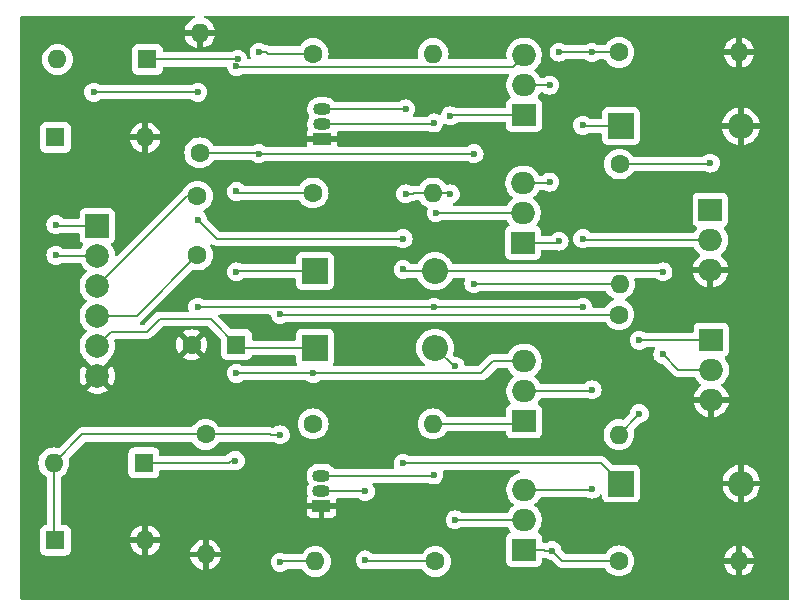
<source format=gbr>
%TF.GenerationSoftware,KiCad,Pcbnew,8.0.8*%
%TF.CreationDate,2025-03-29T12:34:22-04:00*%
%TF.ProjectId,h-bridge,682d6272-6964-4676-952e-6b696361645f,rev?*%
%TF.SameCoordinates,Original*%
%TF.FileFunction,Copper,L1,Top*%
%TF.FilePolarity,Positive*%
%FSLAX46Y46*%
G04 Gerber Fmt 4.6, Leading zero omitted, Abs format (unit mm)*
G04 Created by KiCad (PCBNEW 8.0.8) date 2025-03-29 12:34:22*
%MOMM*%
%LPD*%
G01*
G04 APERTURE LIST*
%TA.AperFunction,ComponentPad*%
%ADD10C,1.600000*%
%TD*%
%TA.AperFunction,ComponentPad*%
%ADD11R,1.600000X1.600000*%
%TD*%
%TA.AperFunction,ComponentPad*%
%ADD12O,1.600000X1.600000*%
%TD*%
%TA.AperFunction,ComponentPad*%
%ADD13R,2.000000X1.905000*%
%TD*%
%TA.AperFunction,ComponentPad*%
%ADD14O,2.000000X1.905000*%
%TD*%
%TA.AperFunction,ComponentPad*%
%ADD15R,2.000000X2.000000*%
%TD*%
%TA.AperFunction,ComponentPad*%
%ADD16C,2.000000*%
%TD*%
%TA.AperFunction,ComponentPad*%
%ADD17R,1.500000X1.050000*%
%TD*%
%TA.AperFunction,ComponentPad*%
%ADD18O,1.500000X1.050000*%
%TD*%
%TA.AperFunction,ComponentPad*%
%ADD19R,2.200000X2.200000*%
%TD*%
%TA.AperFunction,ComponentPad*%
%ADD20O,2.200000X2.200000*%
%TD*%
%TA.AperFunction,ViaPad*%
%ADD21C,0.600000*%
%TD*%
%TA.AperFunction,Conductor*%
%ADD22C,0.200000*%
%TD*%
G04 APERTURE END LIST*
D10*
%TO.P,C2,2*%
%TO.N,GND*%
X109889698Y-97375000D03*
D11*
%TO.P,C2,1*%
%TO.N,Vcc*%
X113689698Y-97375000D03*
%TD*%
D10*
%TO.P,R6,1*%
%TO.N,Net-(Q4-G)*%
X146075000Y-72625000D03*
D12*
%TO.P,R6,2*%
%TO.N,GND*%
X156235000Y-72625000D03*
%TD*%
D13*
%TO.P,Q6,1,G*%
%TO.N,Net-(Q6-G)*%
X138045000Y-103845000D03*
D14*
%TO.P,Q6,2,D*%
%TO.N,Net-(Q4-G)*%
X138045000Y-101305000D03*
%TO.P,Q6,3,S*%
%TO.N,Vcc*%
X138045000Y-98765000D03*
%TD*%
D10*
%TO.P,R9,1*%
%TO.N,Vcc*%
X120175000Y-104075000D03*
D12*
%TO.P,R9,2*%
%TO.N,Net-(Q6-G)*%
X130335000Y-104075000D03*
%TD*%
%TO.P,R10,2*%
%TO.N,Vr*%
X120365000Y-115725000D03*
D10*
%TO.P,R10,1*%
%TO.N,Net-(Q8-B)*%
X130525000Y-115725000D03*
%TD*%
D14*
%TO.P,Q4,3,S*%
%TO.N,Net-(Q2-D)*%
X137955000Y-83655000D03*
%TO.P,Q4,2,D*%
%TO.N,M+*%
X137955000Y-86195000D03*
D13*
%TO.P,Q4,1,G*%
%TO.N,Net-(Q4-G)*%
X137955000Y-88735000D03*
%TD*%
%TO.P,Q3,1,G*%
%TO.N,Net-(Q3-G)*%
X153885000Y-96955000D03*
D14*
%TO.P,Q3,2,D*%
%TO.N,M+*%
X153885000Y-99495000D03*
%TO.P,Q3,3,S*%
%TO.N,GND*%
X153885000Y-102035000D03*
%TD*%
D15*
%TO.P,J1,1,Pin_1*%
%TO.N,Vf*%
X101905000Y-87315000D03*
D16*
%TO.P,J1,2,Pin_2*%
%TO.N,Vr*%
X101905000Y-89855000D03*
%TO.P,J1,3,Pin_3*%
%TO.N,M+*%
X101905000Y-92395000D03*
%TO.P,J1,4,Pin_4*%
%TO.N,M-*%
X101905000Y-94935000D03*
%TO.P,J1,5,Pin_5*%
%TO.N,Vcc*%
X101905000Y-97475000D03*
%TO.P,J1,6,Pin_6*%
%TO.N,GND*%
X101905000Y-100015000D03*
%TD*%
D10*
%TO.P,R7,1*%
%TO.N,Net-(Q2-D)*%
X146075000Y-115675000D03*
D12*
%TO.P,R7,2*%
%TO.N,GND*%
X156235000Y-115675000D03*
%TD*%
D13*
%TO.P,Q7,1,G*%
%TO.N,Net-(Q7-G)*%
X153805000Y-85955000D03*
D14*
%TO.P,Q7,2,D*%
%TO.N,M-*%
X153805000Y-88495000D03*
%TO.P,Q7,3,S*%
%TO.N,GND*%
X153805000Y-91035000D03*
%TD*%
D12*
%TO.P,R3,2*%
%TO.N,Net-(Q1-B)*%
X130335000Y-72725000D03*
D10*
%TO.P,R3,1*%
%TO.N,Vf*%
X120175000Y-72725000D03*
%TD*%
D12*
%TO.P,R4,2*%
%TO.N,Net-(Q1-C)*%
X130335000Y-84525000D03*
D10*
%TO.P,R4,1*%
%TO.N,Vcc*%
X120175000Y-84525000D03*
%TD*%
D11*
%TO.P,D2,1,K*%
%TO.N,Vf*%
X98345000Y-79825000D03*
D12*
%TO.P,D2,2,A*%
%TO.N,GND*%
X105965000Y-79825000D03*
%TD*%
D10*
%TO.P,R1,1*%
%TO.N,Vf*%
X110575000Y-81125000D03*
D12*
%TO.P,R1,2*%
%TO.N,GND*%
X110575000Y-70965000D03*
%TD*%
%TO.P,D4,2,A*%
%TO.N,GND*%
X105965000Y-113925000D03*
D11*
%TO.P,D4,1,K*%
%TO.N,Vr*%
X98345000Y-113925000D03*
%TD*%
D10*
%TO.P,R5,1*%
%TO.N,Vr*%
X146075000Y-94825000D03*
D12*
%TO.P,R5,2*%
%TO.N,Net-(Q3-G)*%
X146075000Y-104985000D03*
%TD*%
D10*
%TO.P,R2,1*%
%TO.N,Vr*%
X111075000Y-104975000D03*
D12*
%TO.P,R2,2*%
%TO.N,GND*%
X111075000Y-115135000D03*
%TD*%
%TO.P,R8,2*%
%TO.N,Vf*%
X146125000Y-92235000D03*
D10*
%TO.P,R8,1*%
%TO.N,Net-(Q7-G)*%
X146125000Y-82075000D03*
%TD*%
%TO.P,C1,1*%
%TO.N,M+*%
X110385000Y-84785000D03*
%TO.P,C1,2*%
%TO.N,M-*%
X110385000Y-89785000D03*
%TD*%
D11*
%TO.P,D3,1,K*%
%TO.N,Vcc*%
X105845000Y-107375000D03*
D12*
%TO.P,D3,2,A*%
%TO.N,Vr*%
X98225000Y-107375000D03*
%TD*%
D11*
%TO.P,D1,1,K*%
%TO.N,Vcc*%
X106155000Y-73225000D03*
D12*
%TO.P,D1,2,A*%
%TO.N,Vf*%
X98535000Y-73225000D03*
%TD*%
D13*
%TO.P,Q5,1,G*%
%TO.N,Net-(Q2-D)*%
X138045000Y-114725000D03*
D14*
%TO.P,Q5,2,D*%
%TO.N,M-*%
X138045000Y-112185000D03*
%TO.P,Q5,3,S*%
%TO.N,Net-(Q4-G)*%
X138045000Y-109645000D03*
%TD*%
D17*
%TO.P,Q8,1,E*%
%TO.N,GND*%
X120885000Y-111025000D03*
D18*
%TO.P,Q8,2,B*%
%TO.N,Net-(Q8-B)*%
X120885000Y-109755000D03*
%TO.P,Q8,3,C*%
%TO.N,Net-(Q6-G)*%
X120885000Y-108485000D03*
%TD*%
%TO.P,Q1,3,C*%
%TO.N,Net-(Q1-C)*%
X120945000Y-77435000D03*
%TO.P,Q1,2,B*%
%TO.N,Net-(Q1-B)*%
X120945000Y-78705000D03*
D17*
%TO.P,Q1,1,E*%
%TO.N,GND*%
X120945000Y-79975000D03*
%TD*%
D13*
%TO.P,Q2,1,G*%
%TO.N,Net-(Q1-C)*%
X138045000Y-77925000D03*
D14*
%TO.P,Q2,2,D*%
%TO.N,Net-(Q2-D)*%
X138045000Y-75385000D03*
%TO.P,Q2,3,S*%
%TO.N,Vcc*%
X138045000Y-72845000D03*
%TD*%
D19*
%TO.P,D8,1,K*%
%TO.N,M-*%
X146235000Y-78875000D03*
D20*
%TO.P,D8,2,A*%
%TO.N,GND*%
X156395000Y-78875000D03*
%TD*%
D19*
%TO.P,D7,1,K*%
%TO.N,Vcc*%
X120335000Y-97625000D03*
D20*
%TO.P,D7,2,A*%
%TO.N,M-*%
X130495000Y-97625000D03*
%TD*%
%TO.P,D6,2,A*%
%TO.N,GND*%
X156425000Y-109125000D03*
D19*
%TO.P,D6,1,K*%
%TO.N,M+*%
X146265000Y-109125000D03*
%TD*%
D20*
%TO.P,D5,2,A*%
%TO.N,M+*%
X130495000Y-91125000D03*
D19*
%TO.P,D5,1,K*%
%TO.N,Vcc*%
X120335000Y-91125000D03*
%TD*%
D21*
%TO.N,Vcc*%
X120200000Y-99800000D03*
%TO.N,M+*%
X149800000Y-91200000D03*
X149800000Y-98200000D03*
%TO.N,Net-(Q3-G)*%
X147800000Y-97000000D03*
X147800000Y-103200000D03*
%TO.N,Vr*%
X117400000Y-94800000D03*
%TO.N,M-*%
X132200000Y-99200000D03*
X132200000Y-112200000D03*
%TO.N,Vcc*%
X113689698Y-99800000D03*
%TO.N,Net-(Q6-G)*%
X130400000Y-108400000D03*
%TO.N,Net-(Q8-B)*%
X124600000Y-109800000D03*
X124600000Y-115600000D03*
%TO.N,Vr*%
X117400000Y-105000000D03*
X117400000Y-115800000D03*
%TO.N,M-*%
X143000000Y-88400000D03*
%TO.N,Vf*%
X133800000Y-81200000D03*
X133800000Y-92200000D03*
%TO.N,Net-(Q7-G)*%
X153800000Y-82000000D03*
%TO.N,M+*%
X130600000Y-86200000D03*
%TO.N,Net-(Q4-G)*%
X143800000Y-101200000D03*
X143800000Y-109600000D03*
X143800000Y-72625000D03*
%TO.N,M-*%
X143000000Y-94200000D03*
X143000000Y-78800000D03*
X110400000Y-94200000D03*
X130400000Y-94200000D03*
%TO.N,M+*%
X127800000Y-107400000D03*
%TO.N,Vcc*%
X113689698Y-91200000D03*
%TO.N,M+*%
X127800000Y-91000000D03*
X110400000Y-86800000D03*
X127800000Y-88400000D03*
%TO.N,Net-(Q2-D)*%
X140200000Y-83600000D03*
X140400000Y-114800000D03*
X140200000Y-75400000D03*
%TO.N,Vcc*%
X113689698Y-73800000D03*
%TO.N,Net-(Q1-C)*%
X131800000Y-78000000D03*
X131800000Y-84600000D03*
%TO.N,Vcc*%
X113689698Y-84400000D03*
%TO.N,Net-(Q1-C)*%
X128000000Y-84600000D03*
X128000000Y-77400000D03*
%TO.N,Net-(Q1-B)*%
X130400000Y-78600000D03*
%TO.N,Vf*%
X115600000Y-72600000D03*
X115600000Y-81200000D03*
%TO.N,Vcc*%
X113800000Y-73200000D03*
X113600000Y-107200000D03*
%TO.N,Vr*%
X98400000Y-89800000D03*
%TO.N,Vf*%
X110400000Y-76000000D03*
X101600000Y-76000000D03*
X98400000Y-87200000D03*
%TO.N,Net-(Q4-G)*%
X141000000Y-88600000D03*
X141000000Y-72600000D03*
%TD*%
D22*
%TO.N,Vcc*%
X120200000Y-99800000D02*
X113689698Y-99800000D01*
X134400000Y-99800000D02*
X120200000Y-99800000D01*
%TO.N,M+*%
X149725000Y-91125000D02*
X130495000Y-91125000D01*
X153885000Y-99495000D02*
X151095000Y-99495000D01*
X151095000Y-99495000D02*
X149800000Y-98200000D01*
X149800000Y-91200000D02*
X149725000Y-91125000D01*
%TO.N,Net-(Q3-G)*%
X147800000Y-97000000D02*
X148000000Y-97000000D01*
X146075000Y-104985000D02*
X147800000Y-103260000D01*
X148000000Y-97000000D02*
X148045000Y-96955000D01*
X147800000Y-103260000D02*
X147800000Y-103200000D01*
X148045000Y-96955000D02*
X153885000Y-96955000D01*
%TO.N,Vr*%
X117425000Y-94825000D02*
X117400000Y-94800000D01*
X146075000Y-94825000D02*
X117425000Y-94825000D01*
%TO.N,M-*%
X138045000Y-112185000D02*
X132215000Y-112185000D01*
X132215000Y-112185000D02*
X132200000Y-112200000D01*
X132070000Y-99200000D02*
X130495000Y-97625000D01*
X132200000Y-99200000D02*
X132070000Y-99200000D01*
%TO.N,Vcc*%
X135435000Y-98765000D02*
X134400000Y-99800000D01*
X138045000Y-98765000D02*
X135435000Y-98765000D01*
%TO.N,Net-(Q6-G)*%
X130315000Y-108485000D02*
X130400000Y-108400000D01*
X120885000Y-108485000D02*
X130315000Y-108485000D01*
%TO.N,Net-(Q8-B)*%
X130525000Y-115725000D02*
X124725000Y-115725000D01*
X124725000Y-115725000D02*
X124600000Y-115600000D01*
X124600000Y-109800000D02*
X124555000Y-109755000D01*
X124555000Y-109755000D02*
X120885000Y-109755000D01*
%TO.N,Vr*%
X116575000Y-104975000D02*
X111075000Y-104975000D01*
X120365000Y-115725000D02*
X117475000Y-115725000D01*
X116600000Y-105000000D02*
X116575000Y-104975000D01*
X117475000Y-115725000D02*
X117400000Y-115800000D01*
X117400000Y-105000000D02*
X116600000Y-105000000D01*
%TO.N,M-*%
X143095000Y-88495000D02*
X143000000Y-88400000D01*
X153805000Y-88495000D02*
X143095000Y-88495000D01*
%TO.N,Vf*%
X146125000Y-92235000D02*
X133835000Y-92235000D01*
X133835000Y-92235000D02*
X133800000Y-92200000D01*
X133800000Y-81200000D02*
X115600000Y-81200000D01*
%TO.N,Net-(Q7-G)*%
X153800000Y-82000000D02*
X153725000Y-82075000D01*
X153725000Y-82075000D02*
X146125000Y-82075000D01*
%TO.N,M+*%
X137955000Y-86195000D02*
X130605000Y-86195000D01*
X130605000Y-86195000D02*
X130600000Y-86200000D01*
%TO.N,Net-(Q4-G)*%
X138045000Y-101305000D02*
X143695000Y-101305000D01*
X143695000Y-101305000D02*
X143800000Y-101200000D01*
X143800000Y-109600000D02*
X143755000Y-109645000D01*
X143755000Y-109645000D02*
X138045000Y-109645000D01*
X141000000Y-72600000D02*
X141600000Y-72600000D01*
X141600000Y-72600000D02*
X141625000Y-72625000D01*
X141625000Y-72625000D02*
X146075000Y-72625000D01*
%TO.N,M-*%
X146235000Y-78875000D02*
X143075000Y-78875000D01*
X143075000Y-78875000D02*
X143000000Y-78800000D01*
X143000000Y-94200000D02*
X130400000Y-94200000D01*
X130400000Y-94200000D02*
X110400000Y-94200000D01*
%TO.N,M+*%
X144540000Y-107400000D02*
X127800000Y-107400000D01*
X146265000Y-109125000D02*
X144540000Y-107400000D01*
%TO.N,Vcc*%
X120335000Y-97625000D02*
X113939698Y-97625000D01*
X113939698Y-97625000D02*
X113689698Y-97375000D01*
X120335000Y-91125000D02*
X113764698Y-91125000D01*
X113764698Y-91125000D02*
X113689698Y-91200000D01*
%TO.N,M+*%
X112000000Y-88400000D02*
X110400000Y-86800000D01*
X127800000Y-88400000D02*
X112000000Y-88400000D01*
X127925000Y-91125000D02*
X127800000Y-91000000D01*
X130495000Y-91125000D02*
X127925000Y-91125000D01*
%TO.N,Net-(Q2-D)*%
X137955000Y-83655000D02*
X140145000Y-83655000D01*
X140145000Y-83655000D02*
X140200000Y-83600000D01*
X140400000Y-114800000D02*
X141275000Y-115675000D01*
X141275000Y-115675000D02*
X146075000Y-115675000D01*
X138045000Y-75385000D02*
X140185000Y-75385000D01*
X140185000Y-75385000D02*
X140200000Y-75400000D01*
X140400000Y-114800000D02*
X139800000Y-114800000D01*
X139800000Y-114800000D02*
X139725000Y-114725000D01*
X139725000Y-114725000D02*
X138045000Y-114725000D01*
%TO.N,Vcc*%
X137065000Y-73825000D02*
X113714698Y-73825000D01*
X138045000Y-72845000D02*
X137065000Y-73825000D01*
X113714698Y-73825000D02*
X113689698Y-73800000D01*
%TO.N,Net-(Q1-C)*%
X130335000Y-84525000D02*
X131725000Y-84525000D01*
X131725000Y-84525000D02*
X131800000Y-84600000D01*
X131800000Y-78000000D02*
X131875000Y-77925000D01*
X131875000Y-77925000D02*
X138045000Y-77925000D01*
%TO.N,Vcc*%
X120175000Y-84525000D02*
X113814698Y-84525000D01*
X113814698Y-84525000D02*
X113689698Y-84400000D01*
%TO.N,Net-(Q1-C)*%
X128600000Y-84600000D02*
X128675000Y-84525000D01*
X120945000Y-77435000D02*
X127965000Y-77435000D01*
X127965000Y-77435000D02*
X128000000Y-77400000D01*
X128000000Y-84600000D02*
X128600000Y-84600000D01*
X128675000Y-84525000D02*
X130335000Y-84525000D01*
%TO.N,Net-(Q1-B)*%
X130400000Y-78600000D02*
X130295000Y-78705000D01*
X130295000Y-78705000D02*
X120945000Y-78705000D01*
%TO.N,Vf*%
X110575000Y-81125000D02*
X115525000Y-81125000D01*
X115600000Y-72600000D02*
X116200000Y-72600000D01*
X116325000Y-72725000D02*
X120175000Y-72725000D01*
X115525000Y-81125000D02*
X115600000Y-81200000D01*
X116200000Y-72600000D02*
X116325000Y-72725000D01*
%TO.N,Vcc*%
X113775000Y-73225000D02*
X113800000Y-73200000D01*
X106155000Y-73225000D02*
X113775000Y-73225000D01*
X113200000Y-107200000D02*
X113025000Y-107375000D01*
X113600000Y-107200000D02*
X113200000Y-107200000D01*
X113025000Y-107375000D02*
X105845000Y-107375000D01*
X106125000Y-96275000D02*
X107200000Y-95200000D01*
X103105000Y-96275000D02*
X106125000Y-96275000D01*
X101905000Y-97475000D02*
X103105000Y-96275000D01*
X107200000Y-95200000D02*
X111514698Y-95200000D01*
X111514698Y-95200000D02*
X113689698Y-97375000D01*
%TO.N,M-*%
X101905000Y-94935000D02*
X105235000Y-94935000D01*
X105235000Y-94935000D02*
X110385000Y-89785000D01*
%TO.N,M+*%
X101905000Y-92395000D02*
X109515000Y-84785000D01*
X109515000Y-84785000D02*
X110385000Y-84785000D01*
%TO.N,Vr*%
X98225000Y-107375000D02*
X100625000Y-104975000D01*
X100625000Y-104975000D02*
X111075000Y-104975000D01*
X98225000Y-107375000D02*
X98225000Y-113805000D01*
X98225000Y-113805000D02*
X98345000Y-113925000D01*
X98455000Y-89855000D02*
X98400000Y-89800000D01*
X101905000Y-89855000D02*
X98455000Y-89855000D01*
%TO.N,Vf*%
X101600000Y-76000000D02*
X110400000Y-76000000D01*
X98515000Y-87315000D02*
X98400000Y-87200000D01*
X101905000Y-87315000D02*
X98515000Y-87315000D01*
%TO.N,Net-(Q4-G)*%
X140865000Y-88735000D02*
X141000000Y-88600000D01*
X137955000Y-88735000D02*
X140865000Y-88735000D01*
%TO.N,Net-(Q6-G)*%
X130335000Y-104075000D02*
X137815000Y-104075000D01*
X137815000Y-104075000D02*
X138045000Y-103845000D01*
%TD*%
%TA.AperFunction,Conductor*%
%TO.N,GND*%
G36*
X110147279Y-69520185D02*
G01*
X110193034Y-69572989D01*
X110202978Y-69642147D01*
X110173953Y-69705703D01*
X110132645Y-69736882D01*
X109922517Y-69834865D01*
X109736179Y-69965342D01*
X109575342Y-70126179D01*
X109444865Y-70312517D01*
X109348734Y-70518673D01*
X109348730Y-70518682D01*
X109296127Y-70714999D01*
X109296128Y-70715000D01*
X110259314Y-70715000D01*
X110254920Y-70719394D01*
X110202259Y-70810606D01*
X110175000Y-70912339D01*
X110175000Y-71017661D01*
X110202259Y-71119394D01*
X110254920Y-71210606D01*
X110259314Y-71215000D01*
X109296128Y-71215000D01*
X109348730Y-71411317D01*
X109348734Y-71411326D01*
X109444865Y-71617482D01*
X109575342Y-71803820D01*
X109736179Y-71964657D01*
X109922517Y-72095134D01*
X110128673Y-72191265D01*
X110128682Y-72191269D01*
X110324999Y-72243872D01*
X110325000Y-72243871D01*
X110325000Y-71280686D01*
X110329394Y-71285080D01*
X110420606Y-71337741D01*
X110522339Y-71365000D01*
X110627661Y-71365000D01*
X110729394Y-71337741D01*
X110820606Y-71285080D01*
X110825000Y-71280686D01*
X110825000Y-72243872D01*
X111021317Y-72191269D01*
X111021326Y-72191265D01*
X111227482Y-72095134D01*
X111413820Y-71964657D01*
X111574657Y-71803820D01*
X111705134Y-71617482D01*
X111801265Y-71411326D01*
X111801269Y-71411317D01*
X111853872Y-71215000D01*
X110890686Y-71215000D01*
X110895080Y-71210606D01*
X110947741Y-71119394D01*
X110975000Y-71017661D01*
X110975000Y-70912339D01*
X110947741Y-70810606D01*
X110895080Y-70719394D01*
X110890686Y-70715000D01*
X111853872Y-70715000D01*
X111853872Y-70714999D01*
X111801269Y-70518682D01*
X111801265Y-70518673D01*
X111705134Y-70312517D01*
X111574657Y-70126179D01*
X111413820Y-69965342D01*
X111227482Y-69834865D01*
X111017355Y-69736882D01*
X110964916Y-69690710D01*
X110945764Y-69623516D01*
X110965980Y-69556635D01*
X111019145Y-69511301D01*
X111069760Y-69500500D01*
X160375500Y-69500500D01*
X160442539Y-69520185D01*
X160488294Y-69572989D01*
X160499500Y-69624500D01*
X160499500Y-118875500D01*
X160479815Y-118942539D01*
X160427011Y-118988294D01*
X160375500Y-118999500D01*
X95524500Y-118999500D01*
X95457461Y-118979815D01*
X95411706Y-118927011D01*
X95400500Y-118875500D01*
X95400500Y-107374998D01*
X96919532Y-107374998D01*
X96919532Y-107375001D01*
X96939364Y-107601686D01*
X96939366Y-107601697D01*
X96998258Y-107821488D01*
X96998261Y-107821497D01*
X97094431Y-108027732D01*
X97094432Y-108027734D01*
X97224954Y-108214141D01*
X97385858Y-108375045D01*
X97385861Y-108375047D01*
X97571624Y-108505118D01*
X97615248Y-108559693D01*
X97624500Y-108606692D01*
X97624500Y-112500500D01*
X97604815Y-112567539D01*
X97552011Y-112613294D01*
X97500519Y-112624500D01*
X97497139Y-112624500D01*
X97497123Y-112624501D01*
X97437516Y-112630908D01*
X97302671Y-112681202D01*
X97302664Y-112681206D01*
X97187455Y-112767452D01*
X97187452Y-112767455D01*
X97101206Y-112882664D01*
X97101202Y-112882671D01*
X97050908Y-113017517D01*
X97044501Y-113077116D01*
X97044501Y-113077123D01*
X97044500Y-113077135D01*
X97044500Y-114772870D01*
X97044501Y-114772876D01*
X97050908Y-114832483D01*
X97101202Y-114967328D01*
X97101206Y-114967335D01*
X97187452Y-115082544D01*
X97187455Y-115082547D01*
X97302664Y-115168793D01*
X97302671Y-115168797D01*
X97437517Y-115219091D01*
X97437516Y-115219091D01*
X97444444Y-115219835D01*
X97497127Y-115225500D01*
X99192872Y-115225499D01*
X99252483Y-115219091D01*
X99387331Y-115168796D01*
X99502546Y-115082546D01*
X99588796Y-114967331D01*
X99639091Y-114832483D01*
X99645500Y-114772873D01*
X99645499Y-113674999D01*
X104686127Y-113674999D01*
X104686128Y-113675000D01*
X105649314Y-113675000D01*
X105644920Y-113679394D01*
X105592259Y-113770606D01*
X105565000Y-113872339D01*
X105565000Y-113977661D01*
X105592259Y-114079394D01*
X105644920Y-114170606D01*
X105649314Y-114175000D01*
X104686128Y-114175000D01*
X104738730Y-114371317D01*
X104738734Y-114371326D01*
X104834865Y-114577482D01*
X104965342Y-114763820D01*
X105126179Y-114924657D01*
X105312517Y-115055134D01*
X105518673Y-115151265D01*
X105518682Y-115151269D01*
X105714999Y-115203872D01*
X105715000Y-115203871D01*
X105715000Y-114240686D01*
X105719394Y-114245080D01*
X105810606Y-114297741D01*
X105912339Y-114325000D01*
X106017661Y-114325000D01*
X106119394Y-114297741D01*
X106210606Y-114245080D01*
X106215000Y-114240686D01*
X106215000Y-115203872D01*
X106411317Y-115151269D01*
X106411326Y-115151265D01*
X106617482Y-115055134D01*
X106803820Y-114924657D01*
X106843478Y-114884999D01*
X109796127Y-114884999D01*
X109796128Y-114885000D01*
X110759314Y-114885000D01*
X110754920Y-114889394D01*
X110702259Y-114980606D01*
X110675000Y-115082339D01*
X110675000Y-115187661D01*
X110702259Y-115289394D01*
X110754920Y-115380606D01*
X110759314Y-115385000D01*
X109796128Y-115385000D01*
X109848730Y-115581317D01*
X109848734Y-115581326D01*
X109944865Y-115787482D01*
X110075342Y-115973820D01*
X110236179Y-116134657D01*
X110422517Y-116265134D01*
X110628673Y-116361265D01*
X110628682Y-116361269D01*
X110824999Y-116413872D01*
X110825000Y-116413871D01*
X110825000Y-115450686D01*
X110829394Y-115455080D01*
X110920606Y-115507741D01*
X111022339Y-115535000D01*
X111127661Y-115535000D01*
X111229394Y-115507741D01*
X111320606Y-115455080D01*
X111325000Y-115450686D01*
X111325000Y-116413872D01*
X111521317Y-116361269D01*
X111521326Y-116361265D01*
X111727482Y-116265134D01*
X111913820Y-116134657D01*
X112074657Y-115973820D01*
X112196371Y-115799996D01*
X116594435Y-115799996D01*
X116594435Y-115800003D01*
X116614630Y-115979249D01*
X116614631Y-115979254D01*
X116674211Y-116149523D01*
X116746855Y-116265134D01*
X116770184Y-116302262D01*
X116897738Y-116429816D01*
X117050478Y-116525789D01*
X117160076Y-116564139D01*
X117220745Y-116585368D01*
X117220750Y-116585369D01*
X117399996Y-116605565D01*
X117400000Y-116605565D01*
X117400004Y-116605565D01*
X117579249Y-116585369D01*
X117579252Y-116585368D01*
X117579255Y-116585368D01*
X117749522Y-116525789D01*
X117902262Y-116429816D01*
X117970259Y-116361819D01*
X118031582Y-116328334D01*
X118057940Y-116325500D01*
X119133308Y-116325500D01*
X119200347Y-116345185D01*
X119234880Y-116378374D01*
X119270900Y-116429816D01*
X119364954Y-116564141D01*
X119525858Y-116725045D01*
X119525861Y-116725047D01*
X119712266Y-116855568D01*
X119918504Y-116951739D01*
X119918509Y-116951740D01*
X119918511Y-116951741D01*
X119951697Y-116960633D01*
X120138308Y-117010635D01*
X120300230Y-117024801D01*
X120364998Y-117030468D01*
X120365000Y-117030468D01*
X120365002Y-117030468D01*
X120421673Y-117025509D01*
X120591692Y-117010635D01*
X120811496Y-116951739D01*
X121017734Y-116855568D01*
X121204139Y-116725047D01*
X121365047Y-116564139D01*
X121495568Y-116377734D01*
X121591739Y-116171496D01*
X121650635Y-115951692D01*
X121670435Y-115725373D01*
X121670468Y-115725001D01*
X121670468Y-115724998D01*
X121661347Y-115620745D01*
X121659532Y-115599996D01*
X123794435Y-115599996D01*
X123794435Y-115600003D01*
X123814630Y-115779249D01*
X123814631Y-115779254D01*
X123874211Y-115949523D01*
X123933395Y-116043713D01*
X123970184Y-116102262D01*
X124097738Y-116229816D01*
X124250478Y-116325789D01*
X124305909Y-116345185D01*
X124420745Y-116385368D01*
X124420750Y-116385369D01*
X124599996Y-116405565D01*
X124600000Y-116405565D01*
X124600004Y-116405565D01*
X124779249Y-116385369D01*
X124779251Y-116385368D01*
X124779255Y-116385368D01*
X124779258Y-116385366D01*
X124779262Y-116385366D01*
X124930461Y-116332459D01*
X124971416Y-116325500D01*
X129293308Y-116325500D01*
X129360347Y-116345185D01*
X129394880Y-116378374D01*
X129430900Y-116429816D01*
X129524954Y-116564141D01*
X129685858Y-116725045D01*
X129685861Y-116725047D01*
X129872266Y-116855568D01*
X130078504Y-116951739D01*
X130078509Y-116951740D01*
X130078511Y-116951741D01*
X130111697Y-116960633D01*
X130298308Y-117010635D01*
X130460230Y-117024801D01*
X130524998Y-117030468D01*
X130525000Y-117030468D01*
X130525002Y-117030468D01*
X130581673Y-117025509D01*
X130751692Y-117010635D01*
X130971496Y-116951739D01*
X131177734Y-116855568D01*
X131364139Y-116725047D01*
X131525047Y-116564139D01*
X131655568Y-116377734D01*
X131751739Y-116171496D01*
X131810635Y-115951692D01*
X131830435Y-115725373D01*
X131830468Y-115725001D01*
X131830468Y-115724998D01*
X131821347Y-115620745D01*
X131810635Y-115498308D01*
X131756893Y-115297738D01*
X131751741Y-115278511D01*
X131751738Y-115278502D01*
X131728423Y-115228504D01*
X131655568Y-115072266D01*
X131525047Y-114885861D01*
X131525045Y-114885858D01*
X131364141Y-114724954D01*
X131177734Y-114594432D01*
X131177732Y-114594431D01*
X130971497Y-114498261D01*
X130971488Y-114498258D01*
X130751697Y-114439366D01*
X130751693Y-114439365D01*
X130751692Y-114439365D01*
X130751691Y-114439364D01*
X130751686Y-114439364D01*
X130525002Y-114419532D01*
X130524998Y-114419532D01*
X130298313Y-114439364D01*
X130298302Y-114439366D01*
X130078511Y-114498258D01*
X130078502Y-114498261D01*
X129872267Y-114594431D01*
X129872265Y-114594432D01*
X129685858Y-114724954D01*
X129524954Y-114885858D01*
X129467905Y-114967335D01*
X129394881Y-115071624D01*
X129340307Y-115115248D01*
X129293308Y-115124500D01*
X125307940Y-115124500D01*
X125240901Y-115104815D01*
X125220259Y-115088181D01*
X125102262Y-114970184D01*
X124949523Y-114874211D01*
X124779254Y-114814631D01*
X124779249Y-114814630D01*
X124600004Y-114794435D01*
X124599996Y-114794435D01*
X124420750Y-114814630D01*
X124420745Y-114814631D01*
X124250476Y-114874211D01*
X124097737Y-114970184D01*
X123970184Y-115097737D01*
X123874211Y-115250476D01*
X123814631Y-115420745D01*
X123814630Y-115420750D01*
X123794435Y-115599996D01*
X121659532Y-115599996D01*
X121650635Y-115498308D01*
X121596893Y-115297738D01*
X121591741Y-115278511D01*
X121591738Y-115278502D01*
X121568423Y-115228504D01*
X121495568Y-115072266D01*
X121365047Y-114885861D01*
X121365045Y-114885858D01*
X121204141Y-114724954D01*
X121017734Y-114594432D01*
X121017732Y-114594431D01*
X120811497Y-114498261D01*
X120811488Y-114498258D01*
X120591697Y-114439366D01*
X120591693Y-114439365D01*
X120591692Y-114439365D01*
X120591691Y-114439364D01*
X120591686Y-114439364D01*
X120365002Y-114419532D01*
X120364998Y-114419532D01*
X120138313Y-114439364D01*
X120138302Y-114439366D01*
X119918511Y-114498258D01*
X119918502Y-114498261D01*
X119712267Y-114594431D01*
X119712265Y-114594432D01*
X119525858Y-114724954D01*
X119364954Y-114885858D01*
X119307905Y-114967335D01*
X119234881Y-115071624D01*
X119180307Y-115115248D01*
X119133308Y-115124500D01*
X117865280Y-115124500D01*
X117799307Y-115105493D01*
X117749524Y-115074211D01*
X117579254Y-115014631D01*
X117579249Y-115014630D01*
X117400004Y-114994435D01*
X117399996Y-114994435D01*
X117220750Y-115014630D01*
X117220745Y-115014631D01*
X117050476Y-115074211D01*
X116897737Y-115170184D01*
X116770184Y-115297737D01*
X116674211Y-115450476D01*
X116614631Y-115620745D01*
X116614630Y-115620750D01*
X116594435Y-115799996D01*
X112196371Y-115799996D01*
X112205134Y-115787482D01*
X112301265Y-115581326D01*
X112301269Y-115581317D01*
X112353872Y-115385000D01*
X111390686Y-115385000D01*
X111395080Y-115380606D01*
X111447741Y-115289394D01*
X111475000Y-115187661D01*
X111475000Y-115082339D01*
X111447741Y-114980606D01*
X111395080Y-114889394D01*
X111390686Y-114885000D01*
X112353872Y-114885000D01*
X112353872Y-114884999D01*
X112301269Y-114688682D01*
X112301265Y-114688673D01*
X112205134Y-114482517D01*
X112074657Y-114296179D01*
X111913820Y-114135342D01*
X111727482Y-114004865D01*
X111521328Y-113908734D01*
X111325000Y-113856127D01*
X111325000Y-114819314D01*
X111320606Y-114814920D01*
X111229394Y-114762259D01*
X111127661Y-114735000D01*
X111022339Y-114735000D01*
X110920606Y-114762259D01*
X110829394Y-114814920D01*
X110825000Y-114819314D01*
X110825000Y-113856127D01*
X110628671Y-113908734D01*
X110422517Y-114004865D01*
X110236179Y-114135342D01*
X110075342Y-114296179D01*
X109944865Y-114482517D01*
X109848734Y-114688673D01*
X109848730Y-114688682D01*
X109796127Y-114884999D01*
X106843478Y-114884999D01*
X106964657Y-114763820D01*
X107095134Y-114577482D01*
X107191265Y-114371326D01*
X107191269Y-114371317D01*
X107243872Y-114175000D01*
X106280686Y-114175000D01*
X106285080Y-114170606D01*
X106337741Y-114079394D01*
X106365000Y-113977661D01*
X106365000Y-113872339D01*
X106337741Y-113770606D01*
X106285080Y-113679394D01*
X106280686Y-113675000D01*
X107243872Y-113675000D01*
X107243872Y-113674999D01*
X107191269Y-113478682D01*
X107191265Y-113478673D01*
X107095134Y-113272517D01*
X106964657Y-113086179D01*
X106803820Y-112925342D01*
X106617482Y-112794865D01*
X106411328Y-112698734D01*
X106215000Y-112646127D01*
X106215000Y-113609314D01*
X106210606Y-113604920D01*
X106119394Y-113552259D01*
X106017661Y-113525000D01*
X105912339Y-113525000D01*
X105810606Y-113552259D01*
X105719394Y-113604920D01*
X105715000Y-113609314D01*
X105715000Y-112646127D01*
X105518671Y-112698734D01*
X105312517Y-112794865D01*
X105126179Y-112925342D01*
X104965342Y-113086179D01*
X104834865Y-113272517D01*
X104738734Y-113478673D01*
X104738730Y-113478682D01*
X104686127Y-113674999D01*
X99645499Y-113674999D01*
X99645499Y-113077128D01*
X99639091Y-113017517D01*
X99634633Y-113005565D01*
X99588797Y-112882671D01*
X99588793Y-112882664D01*
X99502547Y-112767455D01*
X99502544Y-112767452D01*
X99387335Y-112681206D01*
X99387328Y-112681202D01*
X99252482Y-112630908D01*
X99252483Y-112630908D01*
X99192883Y-112624501D01*
X99192881Y-112624500D01*
X99192873Y-112624500D01*
X99192865Y-112624500D01*
X98949500Y-112624500D01*
X98882461Y-112604815D01*
X98836706Y-112552011D01*
X98825500Y-112500500D01*
X98825500Y-108606692D01*
X98845185Y-108539653D01*
X98878374Y-108505119D01*
X99064139Y-108375047D01*
X99225047Y-108214139D01*
X99355568Y-108027734D01*
X99451739Y-107821496D01*
X99510635Y-107601692D01*
X99530468Y-107375000D01*
X99510635Y-107148308D01*
X99484847Y-107052066D01*
X99486510Y-106982217D01*
X99516939Y-106932294D01*
X99922099Y-106527135D01*
X104544500Y-106527135D01*
X104544500Y-108222870D01*
X104544501Y-108222876D01*
X104550908Y-108282483D01*
X104601202Y-108417328D01*
X104601206Y-108417335D01*
X104687452Y-108532544D01*
X104687455Y-108532547D01*
X104802664Y-108618793D01*
X104802671Y-108618797D01*
X104937517Y-108669091D01*
X104937516Y-108669091D01*
X104944444Y-108669835D01*
X104997127Y-108675500D01*
X106692872Y-108675499D01*
X106752483Y-108669091D01*
X106887331Y-108618796D01*
X107002546Y-108532546D01*
X107088796Y-108417331D01*
X107101231Y-108383992D01*
X119634500Y-108383992D01*
X119634500Y-108586007D01*
X119673907Y-108784119D01*
X119673909Y-108784127D01*
X119751213Y-108970755D01*
X119804904Y-109051109D01*
X119825782Y-109117787D01*
X119807297Y-109185167D01*
X119804904Y-109188891D01*
X119751213Y-109269244D01*
X119673909Y-109455872D01*
X119673907Y-109455880D01*
X119634500Y-109653992D01*
X119634500Y-109856007D01*
X119673907Y-110054119D01*
X119673910Y-110054131D01*
X119707547Y-110135338D01*
X119715016Y-110204807D01*
X119695405Y-110249864D01*
X119695895Y-110250132D01*
X119692910Y-110255596D01*
X119692260Y-110257092D01*
X119691646Y-110257911D01*
X119691645Y-110257913D01*
X119641403Y-110392620D01*
X119641401Y-110392627D01*
X119635000Y-110452155D01*
X119635000Y-110775000D01*
X120519134Y-110775000D01*
X120543326Y-110777383D01*
X120546123Y-110777939D01*
X120558995Y-110780499D01*
X120558996Y-110780500D01*
X120558997Y-110780500D01*
X120599170Y-110780500D01*
X120584925Y-110794745D01*
X120535556Y-110880255D01*
X120510000Y-110975630D01*
X120510000Y-111074370D01*
X120535556Y-111169745D01*
X120584925Y-111255255D01*
X120604670Y-111275000D01*
X119635000Y-111275000D01*
X119635000Y-111597844D01*
X119641401Y-111657372D01*
X119641403Y-111657379D01*
X119691645Y-111792086D01*
X119691649Y-111792093D01*
X119777809Y-111907187D01*
X119777812Y-111907190D01*
X119892906Y-111993350D01*
X119892913Y-111993354D01*
X120027620Y-112043596D01*
X120027627Y-112043598D01*
X120087155Y-112049999D01*
X120087172Y-112050000D01*
X120635000Y-112050000D01*
X120635000Y-111305330D01*
X120654745Y-111325075D01*
X120740255Y-111374444D01*
X120835630Y-111400000D01*
X120934370Y-111400000D01*
X121029745Y-111374444D01*
X121115255Y-111325075D01*
X121135000Y-111305330D01*
X121135000Y-112050000D01*
X121682828Y-112050000D01*
X121682844Y-112049999D01*
X121742372Y-112043598D01*
X121742379Y-112043596D01*
X121877086Y-111993354D01*
X121877093Y-111993350D01*
X121992187Y-111907190D01*
X121992190Y-111907187D01*
X122078350Y-111792093D01*
X122078354Y-111792086D01*
X122128596Y-111657379D01*
X122128598Y-111657372D01*
X122134999Y-111597844D01*
X122135000Y-111597827D01*
X122135000Y-111275000D01*
X121165330Y-111275000D01*
X121185075Y-111255255D01*
X121234444Y-111169745D01*
X121260000Y-111074370D01*
X121260000Y-110975630D01*
X121234444Y-110880255D01*
X121185075Y-110794745D01*
X121170830Y-110780500D01*
X121211004Y-110780500D01*
X121211004Y-110780499D01*
X121224473Y-110777820D01*
X121226674Y-110777383D01*
X121250866Y-110775000D01*
X122135000Y-110775000D01*
X122135000Y-110479500D01*
X122154685Y-110412461D01*
X122207489Y-110366706D01*
X122259000Y-110355500D01*
X123972060Y-110355500D01*
X124039099Y-110375185D01*
X124059741Y-110391819D01*
X124097738Y-110429816D01*
X124250478Y-110525789D01*
X124412680Y-110582546D01*
X124420745Y-110585368D01*
X124420750Y-110585369D01*
X124599996Y-110605565D01*
X124600000Y-110605565D01*
X124600004Y-110605565D01*
X124779249Y-110585369D01*
X124779252Y-110585368D01*
X124779255Y-110585368D01*
X124949522Y-110525789D01*
X125102262Y-110429816D01*
X125229816Y-110302262D01*
X125325789Y-110149522D01*
X125385368Y-109979255D01*
X125399255Y-109856003D01*
X125405565Y-109800003D01*
X125405565Y-109799996D01*
X125385369Y-109620750D01*
X125385368Y-109620745D01*
X125325788Y-109450476D01*
X125234225Y-109304755D01*
X125229816Y-109297738D01*
X125229259Y-109297181D01*
X125229014Y-109296733D01*
X125225475Y-109292295D01*
X125226252Y-109291674D01*
X125195774Y-109235858D01*
X125200758Y-109166166D01*
X125242630Y-109110233D01*
X125308094Y-109085816D01*
X125316940Y-109085500D01*
X129950634Y-109085500D01*
X130016605Y-109104506D01*
X130050479Y-109125790D01*
X130220737Y-109185366D01*
X130220743Y-109185367D01*
X130220745Y-109185368D01*
X130220746Y-109185368D01*
X130220750Y-109185369D01*
X130399996Y-109205565D01*
X130400000Y-109205565D01*
X130400004Y-109205565D01*
X130579249Y-109185369D01*
X130579252Y-109185368D01*
X130579255Y-109185368D01*
X130749522Y-109125789D01*
X130902262Y-109029816D01*
X131029816Y-108902262D01*
X131125789Y-108749522D01*
X131185368Y-108579255D01*
X131185369Y-108579249D01*
X131205565Y-108400003D01*
X131205565Y-108399996D01*
X131185369Y-108220750D01*
X131185366Y-108220737D01*
X131166022Y-108165455D01*
X131162460Y-108095676D01*
X131197188Y-108035049D01*
X131259182Y-108002821D01*
X131283063Y-108000500D01*
X137573838Y-108000500D01*
X137640877Y-108020185D01*
X137686632Y-108072989D01*
X137696576Y-108142147D01*
X137667551Y-108205703D01*
X137612156Y-108242431D01*
X137439744Y-108298450D01*
X137235961Y-108402283D01*
X137204561Y-108425097D01*
X137050934Y-108536714D01*
X137050932Y-108536716D01*
X137050931Y-108536716D01*
X136889216Y-108698431D01*
X136889216Y-108698432D01*
X136889214Y-108698434D01*
X136852096Y-108749523D01*
X136754783Y-108883461D01*
X136650950Y-109087244D01*
X136580278Y-109304750D01*
X136580278Y-109304753D01*
X136569152Y-109375000D01*
X136544500Y-109530646D01*
X136544500Y-109759354D01*
X136562389Y-109872299D01*
X136580278Y-109985246D01*
X136580278Y-109985249D01*
X136650950Y-110202755D01*
X136717050Y-110332483D01*
X136754783Y-110406538D01*
X136889214Y-110591566D01*
X137050934Y-110753286D01*
X137088391Y-110780500D01*
X137135438Y-110814682D01*
X137178103Y-110870013D01*
X137184082Y-110939626D01*
X137151476Y-111001421D01*
X137135438Y-111015318D01*
X137050932Y-111076715D01*
X136889216Y-111238431D01*
X136889216Y-111238432D01*
X136889214Y-111238434D01*
X136876993Y-111255255D01*
X136754783Y-111423461D01*
X136707227Y-111516795D01*
X136659252Y-111567591D01*
X136596742Y-111584500D01*
X132760770Y-111584500D01*
X132694798Y-111565494D01*
X132549523Y-111474211D01*
X132379254Y-111414631D01*
X132379249Y-111414630D01*
X132200004Y-111394435D01*
X132199996Y-111394435D01*
X132020750Y-111414630D01*
X132020745Y-111414631D01*
X131850476Y-111474211D01*
X131697737Y-111570184D01*
X131570184Y-111697737D01*
X131474211Y-111850476D01*
X131414631Y-112020745D01*
X131414630Y-112020750D01*
X131394435Y-112199996D01*
X131394435Y-112200003D01*
X131414630Y-112379249D01*
X131414631Y-112379254D01*
X131474211Y-112549523D01*
X131521323Y-112624500D01*
X131570184Y-112702262D01*
X131697738Y-112829816D01*
X131781845Y-112882664D01*
X131849766Y-112925342D01*
X131850478Y-112925789D01*
X132020745Y-112985368D01*
X132020750Y-112985369D01*
X132199996Y-113005565D01*
X132200000Y-113005565D01*
X132200004Y-113005565D01*
X132379249Y-112985369D01*
X132379252Y-112985368D01*
X132379255Y-112985368D01*
X132549522Y-112925789D01*
X132702262Y-112829816D01*
X132710259Y-112821819D01*
X132771582Y-112788334D01*
X132797940Y-112785500D01*
X136596742Y-112785500D01*
X136663781Y-112805185D01*
X136707227Y-112853205D01*
X136722240Y-112882669D01*
X136754783Y-112946538D01*
X136887525Y-113129242D01*
X136911005Y-113195046D01*
X136895180Y-113263100D01*
X136845074Y-113311795D01*
X136830541Y-113318308D01*
X136802670Y-113328703D01*
X136802664Y-113328706D01*
X136687455Y-113414952D01*
X136687452Y-113414955D01*
X136601206Y-113530164D01*
X136601202Y-113530171D01*
X136550908Y-113665017D01*
X136544501Y-113724616D01*
X136544501Y-113724623D01*
X136544500Y-113724635D01*
X136544500Y-115725370D01*
X136544501Y-115725376D01*
X136550908Y-115784983D01*
X136601202Y-115919828D01*
X136601206Y-115919835D01*
X136687452Y-116035044D01*
X136687455Y-116035047D01*
X136802664Y-116121293D01*
X136802671Y-116121297D01*
X136937517Y-116171591D01*
X136937516Y-116171591D01*
X136944444Y-116172335D01*
X136997127Y-116178000D01*
X139092872Y-116177999D01*
X139152483Y-116171591D01*
X139287331Y-116121296D01*
X139402546Y-116035046D01*
X139488796Y-115919831D01*
X139539091Y-115784983D01*
X139545500Y-115725373D01*
X139545499Y-115515089D01*
X139565183Y-115448051D01*
X139617987Y-115402296D01*
X139687145Y-115392352D01*
X139701584Y-115395313D01*
X139720943Y-115400501D01*
X139817589Y-115400501D01*
X139884628Y-115420186D01*
X139894903Y-115427555D01*
X139897737Y-115429815D01*
X139897738Y-115429816D01*
X140050478Y-115525789D01*
X140220745Y-115585368D01*
X140307669Y-115595161D01*
X140372080Y-115622226D01*
X140381465Y-115630700D01*
X140790139Y-116039374D01*
X140790149Y-116039385D01*
X140794479Y-116043715D01*
X140794480Y-116043716D01*
X140906284Y-116155520D01*
X140906286Y-116155521D01*
X140906290Y-116155524D01*
X140992886Y-116205520D01*
X140992887Y-116205520D01*
X141043215Y-116234577D01*
X141195943Y-116275501D01*
X141195946Y-116275501D01*
X141361653Y-116275501D01*
X141361669Y-116275500D01*
X144843308Y-116275500D01*
X144910347Y-116295185D01*
X144944880Y-116328374D01*
X145004745Y-116413871D01*
X145074954Y-116514141D01*
X145235858Y-116675045D01*
X145235861Y-116675047D01*
X145422266Y-116805568D01*
X145628504Y-116901739D01*
X145848308Y-116960635D01*
X146010230Y-116974801D01*
X146074998Y-116980468D01*
X146075000Y-116980468D01*
X146075002Y-116980468D01*
X146131673Y-116975509D01*
X146301692Y-116960635D01*
X146521496Y-116901739D01*
X146727734Y-116805568D01*
X146914139Y-116675047D01*
X147075047Y-116514139D01*
X147205568Y-116327734D01*
X147301739Y-116121496D01*
X147360635Y-115901692D01*
X147380468Y-115675000D01*
X147360635Y-115448308D01*
X147354389Y-115424999D01*
X154956127Y-115424999D01*
X154956128Y-115425000D01*
X155919314Y-115425000D01*
X155914920Y-115429394D01*
X155862259Y-115520606D01*
X155835000Y-115622339D01*
X155835000Y-115727661D01*
X155862259Y-115829394D01*
X155914920Y-115920606D01*
X155919314Y-115925000D01*
X154956128Y-115925000D01*
X155008730Y-116121317D01*
X155008734Y-116121326D01*
X155104865Y-116327482D01*
X155235342Y-116513820D01*
X155396179Y-116674657D01*
X155582517Y-116805134D01*
X155788673Y-116901265D01*
X155788682Y-116901269D01*
X155984999Y-116953872D01*
X155985000Y-116953871D01*
X155985000Y-115990686D01*
X155989394Y-115995080D01*
X156080606Y-116047741D01*
X156182339Y-116075000D01*
X156287661Y-116075000D01*
X156389394Y-116047741D01*
X156480606Y-115995080D01*
X156485000Y-115990686D01*
X156485000Y-116953872D01*
X156681317Y-116901269D01*
X156681326Y-116901265D01*
X156887482Y-116805134D01*
X157073820Y-116674657D01*
X157234657Y-116513820D01*
X157365134Y-116327482D01*
X157461265Y-116121326D01*
X157461269Y-116121317D01*
X157513872Y-115925000D01*
X156550686Y-115925000D01*
X156555080Y-115920606D01*
X156607741Y-115829394D01*
X156635000Y-115727661D01*
X156635000Y-115622339D01*
X156607741Y-115520606D01*
X156555080Y-115429394D01*
X156550686Y-115425000D01*
X157513872Y-115425000D01*
X157513872Y-115424999D01*
X157461269Y-115228682D01*
X157461265Y-115228673D01*
X157365134Y-115022517D01*
X157234657Y-114836179D01*
X157073820Y-114675342D01*
X156887482Y-114544865D01*
X156681328Y-114448734D01*
X156485000Y-114396127D01*
X156485000Y-115359314D01*
X156480606Y-115354920D01*
X156389394Y-115302259D01*
X156287661Y-115275000D01*
X156182339Y-115275000D01*
X156080606Y-115302259D01*
X155989394Y-115354920D01*
X155985000Y-115359314D01*
X155985000Y-114396127D01*
X155788671Y-114448734D01*
X155582517Y-114544865D01*
X155396179Y-114675342D01*
X155235342Y-114836179D01*
X155104865Y-115022517D01*
X155008734Y-115228673D01*
X155008730Y-115228682D01*
X154956127Y-115424999D01*
X147354389Y-115424999D01*
X147301739Y-115228504D01*
X147205568Y-115022266D01*
X147075047Y-114835861D01*
X147075045Y-114835858D01*
X146914141Y-114674954D01*
X146727734Y-114544432D01*
X146727732Y-114544431D01*
X146521497Y-114448261D01*
X146521488Y-114448258D01*
X146301697Y-114389366D01*
X146301693Y-114389365D01*
X146301692Y-114389365D01*
X146301691Y-114389364D01*
X146301686Y-114389364D01*
X146075002Y-114369532D01*
X146074998Y-114369532D01*
X145848313Y-114389364D01*
X145848302Y-114389366D01*
X145628511Y-114448258D01*
X145628502Y-114448261D01*
X145422267Y-114544431D01*
X145422265Y-114544432D01*
X145235858Y-114674954D01*
X145074954Y-114835858D01*
X145037469Y-114889394D01*
X144944881Y-115021624D01*
X144890307Y-115065248D01*
X144843308Y-115074500D01*
X141575097Y-115074500D01*
X141508058Y-115054815D01*
X141487416Y-115038181D01*
X141230700Y-114781465D01*
X141197215Y-114720142D01*
X141195163Y-114707686D01*
X141185368Y-114620745D01*
X141125789Y-114450478D01*
X141029816Y-114297738D01*
X140902262Y-114170184D01*
X140857011Y-114141751D01*
X140749523Y-114074211D01*
X140579254Y-114014631D01*
X140579249Y-114014630D01*
X140400004Y-113994435D01*
X140399996Y-113994435D01*
X140220750Y-114014630D01*
X140220737Y-114014633D01*
X140050480Y-114074209D01*
X139966508Y-114126971D01*
X139899271Y-114145970D01*
X139868446Y-114141751D01*
X139804058Y-114124499D01*
X139804057Y-114124499D01*
X139669499Y-114124499D01*
X139602460Y-114104814D01*
X139556705Y-114052010D01*
X139545499Y-114000499D01*
X139545499Y-113724629D01*
X139545498Y-113724623D01*
X139545497Y-113724616D01*
X139539091Y-113665017D01*
X139516676Y-113604920D01*
X139488797Y-113530171D01*
X139488793Y-113530164D01*
X139402547Y-113414955D01*
X139402544Y-113414952D01*
X139287335Y-113328706D01*
X139287328Y-113328702D01*
X139259459Y-113318308D01*
X139203525Y-113276437D01*
X139179108Y-113210973D01*
X139193960Y-113142700D01*
X139202460Y-113129260D01*
X139335217Y-112946538D01*
X139439048Y-112742758D01*
X139509722Y-112525245D01*
X139545500Y-112299354D01*
X139545500Y-112070646D01*
X139509722Y-111844755D01*
X139509721Y-111844751D01*
X139509721Y-111844750D01*
X139439049Y-111627244D01*
X139417270Y-111584500D01*
X139335217Y-111423462D01*
X139200786Y-111238434D01*
X139039066Y-111076714D01*
X138954559Y-111015316D01*
X138911896Y-110959988D01*
X138905917Y-110890375D01*
X138938523Y-110828580D01*
X138954556Y-110814685D01*
X139039066Y-110753286D01*
X139200786Y-110591566D01*
X139335217Y-110406538D01*
X139372950Y-110332483D01*
X139382773Y-110313205D01*
X139430748Y-110262409D01*
X139493258Y-110245500D01*
X143286975Y-110245500D01*
X143352946Y-110264505D01*
X143450478Y-110325789D01*
X143591644Y-110375185D01*
X143620745Y-110385368D01*
X143620750Y-110385369D01*
X143799996Y-110405565D01*
X143800000Y-110405565D01*
X143800004Y-110405565D01*
X143979249Y-110385369D01*
X143979252Y-110385368D01*
X143979255Y-110385368D01*
X144149522Y-110325789D01*
X144302262Y-110229816D01*
X144429816Y-110102262D01*
X144435505Y-110093206D01*
X144487834Y-110046916D01*
X144556887Y-110036264D01*
X144620737Y-110064635D01*
X144659112Y-110123022D01*
X144664500Y-110159175D01*
X144664500Y-110272870D01*
X144664501Y-110272876D01*
X144670908Y-110332483D01*
X144721202Y-110467328D01*
X144721206Y-110467335D01*
X144807452Y-110582544D01*
X144807455Y-110582547D01*
X144922664Y-110668793D01*
X144922671Y-110668797D01*
X145057517Y-110719091D01*
X145057516Y-110719091D01*
X145064444Y-110719835D01*
X145117127Y-110725500D01*
X147412872Y-110725499D01*
X147472483Y-110719091D01*
X147607331Y-110668796D01*
X147722546Y-110582546D01*
X147808796Y-110467331D01*
X147859091Y-110332483D01*
X147865500Y-110272873D01*
X147865499Y-108874999D01*
X154839728Y-108874999D01*
X154839729Y-108875000D01*
X155934252Y-108875000D01*
X155912482Y-108912708D01*
X155875000Y-109052591D01*
X155875000Y-109197409D01*
X155912482Y-109337292D01*
X155934252Y-109375000D01*
X154839728Y-109375000D01*
X154839811Y-109376067D01*
X154898603Y-109620956D01*
X154994980Y-109853631D01*
X155126568Y-110068362D01*
X155126571Y-110068367D01*
X155290130Y-110259869D01*
X155481632Y-110423428D01*
X155481637Y-110423431D01*
X155696368Y-110555019D01*
X155929043Y-110651396D01*
X156173932Y-110710188D01*
X156174999Y-110710271D01*
X156175000Y-110710271D01*
X156175000Y-109615747D01*
X156212708Y-109637518D01*
X156352591Y-109675000D01*
X156497409Y-109675000D01*
X156637292Y-109637518D01*
X156675000Y-109615747D01*
X156675000Y-110710271D01*
X156676067Y-110710188D01*
X156920956Y-110651396D01*
X157153631Y-110555019D01*
X157368362Y-110423431D01*
X157368367Y-110423428D01*
X157559869Y-110259869D01*
X157723428Y-110068367D01*
X157723431Y-110068362D01*
X157855019Y-109853631D01*
X157951396Y-109620956D01*
X158010188Y-109376067D01*
X158010272Y-109375000D01*
X156915748Y-109375000D01*
X156937518Y-109337292D01*
X156975000Y-109197409D01*
X156975000Y-109052591D01*
X156937518Y-108912708D01*
X156915748Y-108875000D01*
X158010271Y-108875000D01*
X158010271Y-108874999D01*
X158010188Y-108873932D01*
X157951396Y-108629043D01*
X157855019Y-108396368D01*
X157723431Y-108181637D01*
X157723428Y-108181632D01*
X157559869Y-107990130D01*
X157368367Y-107826571D01*
X157368362Y-107826568D01*
X157153631Y-107694980D01*
X156920956Y-107598603D01*
X156676064Y-107539811D01*
X156675000Y-107539726D01*
X156675000Y-108634252D01*
X156637292Y-108612482D01*
X156497409Y-108575000D01*
X156352591Y-108575000D01*
X156212708Y-108612482D01*
X156175000Y-108634252D01*
X156175000Y-107539726D01*
X156173935Y-107539811D01*
X155929043Y-107598603D01*
X155696368Y-107694980D01*
X155481637Y-107826568D01*
X155481632Y-107826571D01*
X155290130Y-107990130D01*
X155126571Y-108181632D01*
X155126568Y-108181637D01*
X154994980Y-108396368D01*
X154898603Y-108629043D01*
X154839811Y-108873932D01*
X154839728Y-108874999D01*
X147865499Y-108874999D01*
X147865499Y-107977128D01*
X147859091Y-107917517D01*
X147846776Y-107884500D01*
X147808797Y-107782671D01*
X147808793Y-107782664D01*
X147722547Y-107667455D01*
X147722544Y-107667452D01*
X147607335Y-107581206D01*
X147607328Y-107581202D01*
X147472482Y-107530908D01*
X147472483Y-107530908D01*
X147412883Y-107524501D01*
X147412881Y-107524500D01*
X147412873Y-107524500D01*
X147412865Y-107524500D01*
X145565097Y-107524500D01*
X145498058Y-107504815D01*
X145477416Y-107488181D01*
X145027590Y-107038355D01*
X145027588Y-107038352D01*
X144908717Y-106919481D01*
X144908709Y-106919475D01*
X144806936Y-106860717D01*
X144806934Y-106860716D01*
X144771790Y-106840425D01*
X144771789Y-106840424D01*
X144759263Y-106837067D01*
X144619057Y-106799499D01*
X144460943Y-106799499D01*
X144453347Y-106799499D01*
X144453331Y-106799500D01*
X128382412Y-106799500D01*
X128315373Y-106779815D01*
X128305097Y-106772445D01*
X128302263Y-106770185D01*
X128302262Y-106770184D01*
X128226001Y-106722266D01*
X128149523Y-106674211D01*
X127979254Y-106614631D01*
X127979249Y-106614630D01*
X127800004Y-106594435D01*
X127799996Y-106594435D01*
X127620750Y-106614630D01*
X127620745Y-106614631D01*
X127450476Y-106674211D01*
X127297737Y-106770184D01*
X127170184Y-106897737D01*
X127074211Y-107050476D01*
X127014631Y-107220745D01*
X127014630Y-107220750D01*
X126994435Y-107399996D01*
X126994435Y-107400003D01*
X127014630Y-107579249D01*
X127014633Y-107579262D01*
X127063721Y-107719545D01*
X127067283Y-107789324D01*
X127032555Y-107849951D01*
X126970561Y-107882179D01*
X126946680Y-107884500D01*
X122008397Y-107884500D01*
X121941358Y-107864815D01*
X121911288Y-107835279D01*
X121910422Y-107835990D01*
X121906555Y-107831278D01*
X121763718Y-107688441D01*
X121595762Y-107576217D01*
X121595752Y-107576212D01*
X121409127Y-107498909D01*
X121409119Y-107498907D01*
X121211007Y-107459500D01*
X121211003Y-107459500D01*
X120558997Y-107459500D01*
X120558992Y-107459500D01*
X120360880Y-107498907D01*
X120360872Y-107498909D01*
X120174247Y-107576212D01*
X120174237Y-107576217D01*
X120006281Y-107688441D01*
X119863441Y-107831281D01*
X119751217Y-107999237D01*
X119751212Y-107999247D01*
X119673909Y-108185872D01*
X119673907Y-108185880D01*
X119634500Y-108383992D01*
X107101231Y-108383992D01*
X107139091Y-108282483D01*
X107145500Y-108222873D01*
X107145500Y-108099500D01*
X107165185Y-108032461D01*
X107217989Y-107986706D01*
X107269500Y-107975500D01*
X112938331Y-107975500D01*
X112938347Y-107975501D01*
X112945943Y-107975501D01*
X113104054Y-107975501D01*
X113104057Y-107975501D01*
X113230492Y-107941622D01*
X113300341Y-107943285D01*
X113303540Y-107944356D01*
X113397196Y-107977128D01*
X113420745Y-107985368D01*
X113420751Y-107985368D01*
X113420753Y-107985369D01*
X113599996Y-108005565D01*
X113600000Y-108005565D01*
X113600004Y-108005565D01*
X113779249Y-107985369D01*
X113779252Y-107985368D01*
X113779255Y-107985368D01*
X113949522Y-107925789D01*
X114102262Y-107829816D01*
X114229816Y-107702262D01*
X114325789Y-107549522D01*
X114385368Y-107379255D01*
X114385369Y-107379249D01*
X114405565Y-107200003D01*
X114405565Y-107199996D01*
X114385369Y-107020750D01*
X114385368Y-107020745D01*
X114342326Y-106897738D01*
X114325789Y-106850478D01*
X114229816Y-106697738D01*
X114102262Y-106570184D01*
X114102260Y-106570183D01*
X113949523Y-106474211D01*
X113779254Y-106414631D01*
X113779249Y-106414630D01*
X113600004Y-106394435D01*
X113599996Y-106394435D01*
X113420750Y-106414630D01*
X113420745Y-106414631D01*
X113250476Y-106474211D01*
X113097739Y-106570183D01*
X113097738Y-106570184D01*
X113072689Y-106595231D01*
X113017107Y-106627321D01*
X112983263Y-106636390D01*
X112968215Y-106640423D01*
X112968209Y-106640426D01*
X112831290Y-106719475D01*
X112831282Y-106719481D01*
X112812583Y-106738181D01*
X112751260Y-106771666D01*
X112724902Y-106774500D01*
X107269499Y-106774500D01*
X107202460Y-106754815D01*
X107156705Y-106702011D01*
X107145499Y-106650500D01*
X107145499Y-106527129D01*
X107145498Y-106527123D01*
X107145497Y-106527116D01*
X107139091Y-106467517D01*
X107119366Y-106414632D01*
X107088797Y-106332671D01*
X107088793Y-106332664D01*
X107002547Y-106217455D01*
X107002544Y-106217452D01*
X106887335Y-106131206D01*
X106887328Y-106131202D01*
X106752482Y-106080908D01*
X106752483Y-106080908D01*
X106692883Y-106074501D01*
X106692881Y-106074500D01*
X106692873Y-106074500D01*
X106692864Y-106074500D01*
X104997129Y-106074500D01*
X104997123Y-106074501D01*
X104937516Y-106080908D01*
X104802671Y-106131202D01*
X104802664Y-106131206D01*
X104687455Y-106217452D01*
X104687452Y-106217455D01*
X104601206Y-106332664D01*
X104601202Y-106332671D01*
X104550908Y-106467517D01*
X104544501Y-106527116D01*
X104544501Y-106527123D01*
X104544500Y-106527135D01*
X99922099Y-106527135D01*
X100837417Y-105611819D01*
X100898740Y-105578334D01*
X100925098Y-105575500D01*
X109843308Y-105575500D01*
X109910347Y-105595185D01*
X109944880Y-105628374D01*
X110013090Y-105725788D01*
X110074954Y-105814141D01*
X110235858Y-105975045D01*
X110235861Y-105975047D01*
X110422266Y-106105568D01*
X110628504Y-106201739D01*
X110848308Y-106260635D01*
X111010230Y-106274801D01*
X111074998Y-106280468D01*
X111075000Y-106280468D01*
X111075002Y-106280468D01*
X111131673Y-106275509D01*
X111301692Y-106260635D01*
X111521496Y-106201739D01*
X111727734Y-106105568D01*
X111914139Y-105975047D01*
X112075047Y-105814139D01*
X112205118Y-105628375D01*
X112259693Y-105584752D01*
X112306692Y-105575500D01*
X116411316Y-105575500D01*
X116443410Y-105579725D01*
X116464966Y-105585501D01*
X116464965Y-105585501D01*
X116479964Y-105589519D01*
X116520942Y-105600500D01*
X116520943Y-105600500D01*
X116817588Y-105600500D01*
X116884627Y-105620185D01*
X116894903Y-105627555D01*
X116897736Y-105629814D01*
X116897738Y-105629816D01*
X117050478Y-105725789D01*
X117220745Y-105785368D01*
X117220750Y-105785369D01*
X117399996Y-105805565D01*
X117400000Y-105805565D01*
X117400004Y-105805565D01*
X117579249Y-105785369D01*
X117579252Y-105785368D01*
X117579255Y-105785368D01*
X117749522Y-105725789D01*
X117902262Y-105629816D01*
X118029816Y-105502262D01*
X118125789Y-105349522D01*
X118185368Y-105179255D01*
X118188096Y-105155044D01*
X118205565Y-105000003D01*
X118205565Y-104999996D01*
X118185369Y-104820750D01*
X118185368Y-104820745D01*
X118163520Y-104758308D01*
X118125789Y-104650478D01*
X118029816Y-104497738D01*
X117902262Y-104370184D01*
X117894406Y-104365248D01*
X117749523Y-104274211D01*
X117579254Y-104214631D01*
X117579249Y-104214630D01*
X117400004Y-104194435D01*
X117399996Y-104194435D01*
X117220750Y-104214630D01*
X117220745Y-104214631D01*
X117050476Y-104274211D01*
X116897736Y-104370185D01*
X116894903Y-104372445D01*
X116892724Y-104373334D01*
X116891842Y-104373889D01*
X116891744Y-104373734D01*
X116830217Y-104398855D01*
X116817588Y-104399500D01*
X116763687Y-104399500D01*
X116731594Y-104395275D01*
X116698482Y-104386403D01*
X116654057Y-104374499D01*
X116495943Y-104374499D01*
X116488347Y-104374499D01*
X116488331Y-104374500D01*
X112306692Y-104374500D01*
X112239653Y-104354815D01*
X112205119Y-104321625D01*
X112075047Y-104135861D01*
X112075045Y-104135858D01*
X112014185Y-104074998D01*
X118869532Y-104074998D01*
X118869532Y-104075001D01*
X118889364Y-104301686D01*
X118889366Y-104301697D01*
X118948258Y-104521488D01*
X118948261Y-104521497D01*
X119044431Y-104727732D01*
X119044432Y-104727734D01*
X119174954Y-104914141D01*
X119335858Y-105075045D01*
X119335861Y-105075047D01*
X119522266Y-105205568D01*
X119728504Y-105301739D01*
X119948308Y-105360635D01*
X120110230Y-105374801D01*
X120174998Y-105380468D01*
X120175000Y-105380468D01*
X120175002Y-105380468D01*
X120231673Y-105375509D01*
X120401692Y-105360635D01*
X120621496Y-105301739D01*
X120827734Y-105205568D01*
X121014139Y-105075047D01*
X121175047Y-104914139D01*
X121305568Y-104727734D01*
X121401739Y-104521496D01*
X121460635Y-104301692D01*
X121480468Y-104075000D01*
X121460635Y-103848308D01*
X121401739Y-103628504D01*
X121305568Y-103422266D01*
X121175047Y-103235861D01*
X121175045Y-103235858D01*
X121014141Y-103074954D01*
X120827734Y-102944432D01*
X120827732Y-102944431D01*
X120621497Y-102848261D01*
X120621488Y-102848258D01*
X120401697Y-102789366D01*
X120401693Y-102789365D01*
X120401692Y-102789365D01*
X120401691Y-102789364D01*
X120401686Y-102789364D01*
X120175002Y-102769532D01*
X120174998Y-102769532D01*
X119948313Y-102789364D01*
X119948302Y-102789366D01*
X119728511Y-102848258D01*
X119728502Y-102848261D01*
X119522267Y-102944431D01*
X119522265Y-102944432D01*
X119335858Y-103074954D01*
X119174954Y-103235858D01*
X119044432Y-103422265D01*
X119044431Y-103422267D01*
X118948261Y-103628502D01*
X118948258Y-103628511D01*
X118889366Y-103848302D01*
X118889364Y-103848313D01*
X118869532Y-104074998D01*
X112014185Y-104074998D01*
X111914141Y-103974954D01*
X111727734Y-103844432D01*
X111727732Y-103844431D01*
X111521497Y-103748261D01*
X111521488Y-103748258D01*
X111301697Y-103689366D01*
X111301693Y-103689365D01*
X111301692Y-103689365D01*
X111301691Y-103689364D01*
X111301686Y-103689364D01*
X111075002Y-103669532D01*
X111074998Y-103669532D01*
X110848313Y-103689364D01*
X110848302Y-103689366D01*
X110628511Y-103748258D01*
X110628502Y-103748261D01*
X110422267Y-103844431D01*
X110422265Y-103844432D01*
X110235858Y-103974954D01*
X110074954Y-104135858D01*
X110033939Y-104194435D01*
X109944881Y-104321624D01*
X109890307Y-104365248D01*
X109843308Y-104374500D01*
X100711670Y-104374500D01*
X100711654Y-104374499D01*
X100704058Y-104374499D01*
X100545943Y-104374499D01*
X100469579Y-104394961D01*
X100393214Y-104415423D01*
X100393209Y-104415426D01*
X100256290Y-104494475D01*
X100256282Y-104494481D01*
X98667705Y-106083058D01*
X98606382Y-106116543D01*
X98547931Y-106115152D01*
X98451697Y-106089366D01*
X98451693Y-106089365D01*
X98451692Y-106089365D01*
X98451691Y-106089364D01*
X98451686Y-106089364D01*
X98225002Y-106069532D01*
X98224998Y-106069532D01*
X97998313Y-106089364D01*
X97998302Y-106089366D01*
X97778511Y-106148258D01*
X97778502Y-106148261D01*
X97572267Y-106244431D01*
X97572265Y-106244432D01*
X97385858Y-106374954D01*
X97224954Y-106535858D01*
X97094432Y-106722265D01*
X97094431Y-106722267D01*
X96998261Y-106928502D01*
X96998258Y-106928511D01*
X96939366Y-107148302D01*
X96939364Y-107148313D01*
X96919532Y-107374998D01*
X95400500Y-107374998D01*
X95400500Y-87199996D01*
X97594435Y-87199996D01*
X97594435Y-87200003D01*
X97614630Y-87379249D01*
X97614631Y-87379254D01*
X97674211Y-87549523D01*
X97752558Y-87674211D01*
X97770184Y-87702262D01*
X97897738Y-87829816D01*
X97973771Y-87877591D01*
X98005833Y-87897737D01*
X98050478Y-87925789D01*
X98083209Y-87937242D01*
X98220745Y-87985368D01*
X98220750Y-87985369D01*
X98399996Y-88005565D01*
X98400000Y-88005565D01*
X98400004Y-88005565D01*
X98579249Y-87985369D01*
X98579251Y-87985368D01*
X98579255Y-87985368D01*
X98579258Y-87985366D01*
X98579262Y-87985366D01*
X98756094Y-87923490D01*
X98756692Y-87925199D01*
X98799190Y-87915500D01*
X100280501Y-87915500D01*
X100347540Y-87935185D01*
X100393295Y-87987989D01*
X100404501Y-88039500D01*
X100404501Y-88362876D01*
X100410908Y-88422483D01*
X100461202Y-88557328D01*
X100461206Y-88557335D01*
X100547452Y-88672544D01*
X100547455Y-88672547D01*
X100662664Y-88758793D01*
X100667361Y-88761358D01*
X100716766Y-88810764D01*
X100731617Y-88879037D01*
X100711742Y-88938011D01*
X100580827Y-89138391D01*
X100562440Y-89180311D01*
X100517483Y-89233796D01*
X100450747Y-89254486D01*
X100448884Y-89254500D01*
X99037940Y-89254500D01*
X98970901Y-89234815D01*
X98950259Y-89218181D01*
X98902262Y-89170184D01*
X98749523Y-89074211D01*
X98579254Y-89014631D01*
X98579249Y-89014630D01*
X98400004Y-88994435D01*
X98399996Y-88994435D01*
X98220750Y-89014630D01*
X98220745Y-89014631D01*
X98050476Y-89074211D01*
X97897737Y-89170184D01*
X97770184Y-89297737D01*
X97674211Y-89450476D01*
X97614631Y-89620745D01*
X97614630Y-89620750D01*
X97594435Y-89799996D01*
X97594435Y-89800003D01*
X97614630Y-89979249D01*
X97614631Y-89979254D01*
X97674211Y-90149523D01*
X97725719Y-90231497D01*
X97770184Y-90302262D01*
X97897738Y-90429816D01*
X97933061Y-90452011D01*
X98050474Y-90525787D01*
X98050478Y-90525789D01*
X98181421Y-90571608D01*
X98220745Y-90585368D01*
X98220750Y-90585369D01*
X98399996Y-90605565D01*
X98400000Y-90605565D01*
X98400004Y-90605565D01*
X98579249Y-90585369D01*
X98579252Y-90585368D01*
X98579255Y-90585368D01*
X98749522Y-90525789D01*
X98749524Y-90525787D01*
X98749526Y-90525787D01*
X98831138Y-90474507D01*
X98897110Y-90455500D01*
X100448884Y-90455500D01*
X100515923Y-90475185D01*
X100561678Y-90527989D01*
X100562440Y-90529689D01*
X100580827Y-90571608D01*
X100716833Y-90779782D01*
X100716836Y-90779785D01*
X100885256Y-90962738D01*
X100968008Y-91027147D01*
X101008821Y-91083857D01*
X101012496Y-91153630D01*
X100977864Y-91214313D01*
X100968014Y-91222848D01*
X100909400Y-91268469D01*
X100885257Y-91287261D01*
X100716833Y-91470217D01*
X100580826Y-91678393D01*
X100480936Y-91906118D01*
X100419892Y-92147175D01*
X100419890Y-92147187D01*
X100399357Y-92394994D01*
X100399357Y-92395005D01*
X100419890Y-92642812D01*
X100419892Y-92642824D01*
X100480936Y-92883881D01*
X100580826Y-93111606D01*
X100716833Y-93319782D01*
X100716836Y-93319785D01*
X100885256Y-93502738D01*
X100968008Y-93567147D01*
X101008821Y-93623857D01*
X101012496Y-93693630D01*
X100977864Y-93754313D01*
X100968014Y-93762848D01*
X100909400Y-93808469D01*
X100885257Y-93827261D01*
X100716833Y-94010217D01*
X100580826Y-94218393D01*
X100480936Y-94446118D01*
X100419892Y-94687175D01*
X100419890Y-94687187D01*
X100399357Y-94934994D01*
X100399357Y-94935005D01*
X100419890Y-95182812D01*
X100419892Y-95182824D01*
X100480936Y-95423881D01*
X100580826Y-95651606D01*
X100716833Y-95859782D01*
X100716836Y-95859785D01*
X100885256Y-96042738D01*
X100968008Y-96107147D01*
X101008821Y-96163857D01*
X101012496Y-96233630D01*
X100977864Y-96294313D01*
X100968014Y-96302848D01*
X100916050Y-96343294D01*
X100885257Y-96367261D01*
X100716833Y-96550217D01*
X100580826Y-96758393D01*
X100480936Y-96986118D01*
X100419892Y-97227175D01*
X100419890Y-97227187D01*
X100399357Y-97474994D01*
X100399357Y-97475005D01*
X100419890Y-97722812D01*
X100419892Y-97722824D01*
X100480936Y-97963881D01*
X100580826Y-98191606D01*
X100716833Y-98399782D01*
X100732985Y-98417328D01*
X100885256Y-98582738D01*
X100931585Y-98618797D01*
X100988745Y-98663287D01*
X101029558Y-98719997D01*
X101036344Y-98768823D01*
X101034943Y-98791389D01*
X101693941Y-99450387D01*
X101673409Y-99455889D01*
X101536592Y-99534881D01*
X101424881Y-99646592D01*
X101345889Y-99783409D01*
X101340387Y-99803941D01*
X100681563Y-99145117D01*
X100581267Y-99298633D01*
X100581265Y-99298637D01*
X100481412Y-99526282D01*
X100420387Y-99767261D01*
X100420385Y-99767270D01*
X100399859Y-100014994D01*
X100399859Y-100015005D01*
X100420385Y-100262729D01*
X100420387Y-100262738D01*
X100481412Y-100503717D01*
X100581267Y-100731367D01*
X100681562Y-100884881D01*
X101340387Y-100226058D01*
X101345889Y-100246591D01*
X101424881Y-100383408D01*
X101536592Y-100495119D01*
X101673409Y-100574111D01*
X101693940Y-100579612D01*
X101034943Y-101238609D01*
X101081768Y-101275055D01*
X101081771Y-101275057D01*
X101300385Y-101393364D01*
X101300396Y-101393369D01*
X101535506Y-101474083D01*
X101780707Y-101515000D01*
X102029293Y-101515000D01*
X102274493Y-101474083D01*
X102509603Y-101393369D01*
X102509614Y-101393364D01*
X102728230Y-101275056D01*
X102728236Y-101275051D01*
X102775055Y-101238610D01*
X102775056Y-101238609D01*
X102116058Y-100579612D01*
X102136591Y-100574111D01*
X102273408Y-100495119D01*
X102385119Y-100383408D01*
X102464111Y-100246591D01*
X102469612Y-100226059D01*
X103128435Y-100884882D01*
X103228733Y-100731364D01*
X103328587Y-100503717D01*
X103389612Y-100262738D01*
X103389614Y-100262729D01*
X103410141Y-100015005D01*
X103410141Y-100014994D01*
X103389614Y-99767270D01*
X103389612Y-99767261D01*
X103328587Y-99526282D01*
X103228732Y-99298632D01*
X103128435Y-99145116D01*
X102469612Y-99803940D01*
X102464111Y-99783409D01*
X102385119Y-99646592D01*
X102273408Y-99534881D01*
X102136591Y-99455889D01*
X102116058Y-99450387D01*
X102775055Y-98791389D01*
X102773654Y-98768825D01*
X102789146Y-98700694D01*
X102821249Y-98663290D01*
X102924744Y-98582738D01*
X103093164Y-98399785D01*
X103229173Y-98191607D01*
X103329063Y-97963881D01*
X103390108Y-97722821D01*
X103390109Y-97722812D01*
X103410643Y-97475005D01*
X103410643Y-97474994D01*
X103402357Y-97374997D01*
X108584732Y-97374997D01*
X108584732Y-97375002D01*
X108604556Y-97601599D01*
X108604558Y-97601610D01*
X108663428Y-97821317D01*
X108663433Y-97821331D01*
X108759561Y-98027478D01*
X108810672Y-98100472D01*
X109489698Y-97421446D01*
X109489698Y-97427661D01*
X109516957Y-97529394D01*
X109569618Y-97620606D01*
X109644092Y-97695080D01*
X109735304Y-97747741D01*
X109837037Y-97775000D01*
X109843251Y-97775000D01*
X109164224Y-98454025D01*
X109237211Y-98505132D01*
X109237219Y-98505136D01*
X109443366Y-98601264D01*
X109443380Y-98601269D01*
X109663087Y-98660139D01*
X109663098Y-98660141D01*
X109889696Y-98679966D01*
X109889700Y-98679966D01*
X110116297Y-98660141D01*
X110116308Y-98660139D01*
X110336015Y-98601269D01*
X110336029Y-98601264D01*
X110542176Y-98505136D01*
X110615169Y-98454024D01*
X109936145Y-97775000D01*
X109942359Y-97775000D01*
X110044092Y-97747741D01*
X110135304Y-97695080D01*
X110209778Y-97620606D01*
X110262439Y-97529394D01*
X110289698Y-97427661D01*
X110289698Y-97421447D01*
X110968722Y-98100471D01*
X111019834Y-98027478D01*
X111115962Y-97821331D01*
X111115967Y-97821317D01*
X111174837Y-97601610D01*
X111174839Y-97601599D01*
X111194664Y-97375002D01*
X111194664Y-97374997D01*
X111174839Y-97148400D01*
X111174837Y-97148389D01*
X111115967Y-96928682D01*
X111115962Y-96928668D01*
X111019834Y-96722521D01*
X111019830Y-96722513D01*
X110968723Y-96649526D01*
X110289698Y-97328551D01*
X110289698Y-97322339D01*
X110262439Y-97220606D01*
X110209778Y-97129394D01*
X110135304Y-97054920D01*
X110044092Y-97002259D01*
X109942359Y-96975000D01*
X109936143Y-96975000D01*
X110615170Y-96295974D01*
X110542176Y-96244863D01*
X110336029Y-96148735D01*
X110336015Y-96148730D01*
X110116308Y-96089860D01*
X110116297Y-96089858D01*
X109889700Y-96070034D01*
X109889696Y-96070034D01*
X109663098Y-96089858D01*
X109663087Y-96089860D01*
X109443380Y-96148730D01*
X109443371Y-96148734D01*
X109237214Y-96244866D01*
X109237210Y-96244868D01*
X109164224Y-96295973D01*
X109164224Y-96295974D01*
X109843251Y-96975000D01*
X109837037Y-96975000D01*
X109735304Y-97002259D01*
X109644092Y-97054920D01*
X109569618Y-97129394D01*
X109516957Y-97220606D01*
X109489698Y-97322339D01*
X109489698Y-97328552D01*
X108810672Y-96649526D01*
X108810671Y-96649526D01*
X108759566Y-96722512D01*
X108759564Y-96722516D01*
X108663432Y-96928673D01*
X108663428Y-96928682D01*
X108604558Y-97148389D01*
X108604556Y-97148400D01*
X108584732Y-97374997D01*
X103402357Y-97374997D01*
X103390109Y-97227187D01*
X103390107Y-97227175D01*
X103340160Y-97029940D01*
X103342785Y-96960120D01*
X103382741Y-96902803D01*
X103447342Y-96876186D01*
X103460366Y-96875500D01*
X106038331Y-96875500D01*
X106038347Y-96875501D01*
X106045943Y-96875501D01*
X106204054Y-96875501D01*
X106204057Y-96875501D01*
X106356785Y-96834577D01*
X106415002Y-96800965D01*
X106493716Y-96755520D01*
X106605520Y-96643716D01*
X106605520Y-96643714D01*
X106615724Y-96633511D01*
X106615727Y-96633506D01*
X107412417Y-95836819D01*
X107473740Y-95803334D01*
X107500098Y-95800500D01*
X111214601Y-95800500D01*
X111281640Y-95820185D01*
X111302282Y-95836819D01*
X112352879Y-96887416D01*
X112386364Y-96948739D01*
X112389198Y-96975097D01*
X112389198Y-98222870D01*
X112389199Y-98222872D01*
X112395606Y-98282483D01*
X112445900Y-98417328D01*
X112445904Y-98417335D01*
X112532150Y-98532544D01*
X112532153Y-98532547D01*
X112647362Y-98618793D01*
X112647369Y-98618797D01*
X112782215Y-98669091D01*
X112782214Y-98669091D01*
X112789142Y-98669835D01*
X112841825Y-98675500D01*
X114537570Y-98675499D01*
X114597181Y-98669091D01*
X114732029Y-98618796D01*
X114847244Y-98532546D01*
X114933494Y-98417331D01*
X114945764Y-98384433D01*
X114974956Y-98306167D01*
X115016827Y-98250233D01*
X115082291Y-98225816D01*
X115091138Y-98225500D01*
X118610501Y-98225500D01*
X118677540Y-98245185D01*
X118723295Y-98297989D01*
X118734501Y-98349500D01*
X118734501Y-98772876D01*
X118740908Y-98832483D01*
X118791202Y-98967328D01*
X118791204Y-98967331D01*
X118816550Y-99001189D01*
X118840967Y-99066654D01*
X118826115Y-99134926D01*
X118776710Y-99184332D01*
X118717283Y-99199500D01*
X114272110Y-99199500D01*
X114205071Y-99179815D01*
X114194795Y-99172445D01*
X114191961Y-99170185D01*
X114191960Y-99170184D01*
X114088612Y-99105246D01*
X114039221Y-99074211D01*
X113868952Y-99014631D01*
X113868947Y-99014630D01*
X113689702Y-98994435D01*
X113689694Y-98994435D01*
X113510448Y-99014630D01*
X113510443Y-99014631D01*
X113340174Y-99074211D01*
X113187435Y-99170184D01*
X113059882Y-99297737D01*
X112963909Y-99450476D01*
X112904329Y-99620745D01*
X112904328Y-99620750D01*
X112884133Y-99799996D01*
X112884133Y-99800003D01*
X112904328Y-99979249D01*
X112904329Y-99979254D01*
X112963909Y-100149523D01*
X113059882Y-100302262D01*
X113187436Y-100429816D01*
X113258090Y-100474211D01*
X113305048Y-100503717D01*
X113340176Y-100525789D01*
X113510443Y-100585368D01*
X113510448Y-100585369D01*
X113689694Y-100605565D01*
X113689698Y-100605565D01*
X113689702Y-100605565D01*
X113868947Y-100585369D01*
X113868950Y-100585368D01*
X113868953Y-100585368D01*
X114039220Y-100525789D01*
X114191960Y-100429816D01*
X114191965Y-100429810D01*
X114194795Y-100427555D01*
X114196973Y-100426665D01*
X114197856Y-100426111D01*
X114197953Y-100426265D01*
X114259481Y-100401145D01*
X114272110Y-100400500D01*
X119617588Y-100400500D01*
X119684627Y-100420185D01*
X119694903Y-100427555D01*
X119697736Y-100429814D01*
X119697738Y-100429816D01*
X119850478Y-100525789D01*
X120020745Y-100585368D01*
X120020750Y-100585369D01*
X120199996Y-100605565D01*
X120200000Y-100605565D01*
X120200004Y-100605565D01*
X120379249Y-100585369D01*
X120379252Y-100585368D01*
X120379255Y-100585368D01*
X120549522Y-100525789D01*
X120702262Y-100429816D01*
X120702267Y-100429810D01*
X120705097Y-100427555D01*
X120707275Y-100426665D01*
X120708158Y-100426111D01*
X120708255Y-100426265D01*
X120769783Y-100401145D01*
X120782412Y-100400500D01*
X134313331Y-100400500D01*
X134313347Y-100400501D01*
X134320943Y-100400501D01*
X134479054Y-100400501D01*
X134479057Y-100400501D01*
X134631785Y-100359577D01*
X134715962Y-100310977D01*
X134768716Y-100280520D01*
X134880520Y-100168716D01*
X134880520Y-100168714D01*
X134890724Y-100158511D01*
X134890727Y-100158506D01*
X135647416Y-99401819D01*
X135708739Y-99368334D01*
X135735097Y-99365500D01*
X136596742Y-99365500D01*
X136663781Y-99385185D01*
X136707227Y-99433205D01*
X136754653Y-99526282D01*
X136754783Y-99526538D01*
X136889214Y-99711566D01*
X137050934Y-99873286D01*
X137120423Y-99923773D01*
X137135438Y-99934682D01*
X137178103Y-99990013D01*
X137184082Y-100059626D01*
X137151476Y-100121421D01*
X137135438Y-100135318D01*
X137050932Y-100196715D01*
X136889216Y-100358431D01*
X136889216Y-100358432D01*
X136889214Y-100358434D01*
X136848384Y-100414632D01*
X136754783Y-100543461D01*
X136650950Y-100747244D01*
X136580278Y-100964750D01*
X136580278Y-100964753D01*
X136544500Y-101190646D01*
X136544500Y-101419353D01*
X136580278Y-101645246D01*
X136580278Y-101645249D01*
X136650950Y-101862755D01*
X136713424Y-101985366D01*
X136754783Y-102066538D01*
X136887525Y-102249242D01*
X136911005Y-102315046D01*
X136895180Y-102383100D01*
X136845074Y-102431795D01*
X136830541Y-102438308D01*
X136802670Y-102448703D01*
X136802664Y-102448706D01*
X136687455Y-102534952D01*
X136687452Y-102534955D01*
X136601206Y-102650164D01*
X136601202Y-102650171D01*
X136550908Y-102785017D01*
X136549698Y-102796276D01*
X136544501Y-102844623D01*
X136544500Y-102844635D01*
X136544500Y-103350500D01*
X136524815Y-103417539D01*
X136472011Y-103463294D01*
X136420500Y-103474500D01*
X131566692Y-103474500D01*
X131499653Y-103454815D01*
X131465119Y-103421625D01*
X131335047Y-103235861D01*
X131335045Y-103235858D01*
X131174141Y-103074954D01*
X130987734Y-102944432D01*
X130987732Y-102944431D01*
X130781497Y-102848261D01*
X130781488Y-102848258D01*
X130561697Y-102789366D01*
X130561693Y-102789365D01*
X130561692Y-102789365D01*
X130561691Y-102789364D01*
X130561686Y-102789364D01*
X130335002Y-102769532D01*
X130334998Y-102769532D01*
X130108313Y-102789364D01*
X130108302Y-102789366D01*
X129888511Y-102848258D01*
X129888502Y-102848261D01*
X129682267Y-102944431D01*
X129682265Y-102944432D01*
X129495858Y-103074954D01*
X129334954Y-103235858D01*
X129204432Y-103422265D01*
X129204431Y-103422267D01*
X129108261Y-103628502D01*
X129108258Y-103628511D01*
X129049366Y-103848302D01*
X129049364Y-103848313D01*
X129029532Y-104074998D01*
X129029532Y-104075001D01*
X129049364Y-104301686D01*
X129049366Y-104301697D01*
X129108258Y-104521488D01*
X129108261Y-104521497D01*
X129204431Y-104727732D01*
X129204432Y-104727734D01*
X129334954Y-104914141D01*
X129495858Y-105075045D01*
X129495861Y-105075047D01*
X129682266Y-105205568D01*
X129888504Y-105301739D01*
X130108308Y-105360635D01*
X130270230Y-105374801D01*
X130334998Y-105380468D01*
X130335000Y-105380468D01*
X130335002Y-105380468D01*
X130391673Y-105375509D01*
X130561692Y-105360635D01*
X130781496Y-105301739D01*
X130987734Y-105205568D01*
X131174139Y-105075047D01*
X131335047Y-104914139D01*
X131465118Y-104728375D01*
X131519693Y-104684752D01*
X131566692Y-104675500D01*
X136420501Y-104675500D01*
X136487540Y-104695185D01*
X136533295Y-104747989D01*
X136544501Y-104799500D01*
X136544501Y-104845376D01*
X136550908Y-104904983D01*
X136601202Y-105039828D01*
X136601206Y-105039835D01*
X136687452Y-105155044D01*
X136687455Y-105155047D01*
X136802664Y-105241293D01*
X136802671Y-105241297D01*
X136937517Y-105291591D01*
X136937516Y-105291591D01*
X136944444Y-105292335D01*
X136997127Y-105298000D01*
X139092872Y-105297999D01*
X139152483Y-105291591D01*
X139287331Y-105241296D01*
X139402546Y-105155046D01*
X139488796Y-105039831D01*
X139509247Y-104984998D01*
X144769532Y-104984998D01*
X144769532Y-104985001D01*
X144789364Y-105211686D01*
X144789366Y-105211697D01*
X144848258Y-105431488D01*
X144848261Y-105431497D01*
X144944431Y-105637732D01*
X144944432Y-105637734D01*
X145074954Y-105824141D01*
X145235858Y-105985045D01*
X145235861Y-105985047D01*
X145422266Y-106115568D01*
X145628504Y-106211739D01*
X145628509Y-106211740D01*
X145628511Y-106211741D01*
X145681415Y-106225916D01*
X145848308Y-106270635D01*
X146010230Y-106284801D01*
X146074998Y-106290468D01*
X146075000Y-106290468D01*
X146075002Y-106290468D01*
X146131673Y-106285509D01*
X146301692Y-106270635D01*
X146521496Y-106211739D01*
X146727734Y-106115568D01*
X146914139Y-105985047D01*
X147075047Y-105824139D01*
X147205568Y-105637734D01*
X147301739Y-105431496D01*
X147360635Y-105211692D01*
X147380468Y-104985000D01*
X147360635Y-104758308D01*
X147340082Y-104681604D01*
X147334847Y-104662066D01*
X147336510Y-104592217D01*
X147366939Y-104542294D01*
X147886153Y-104023080D01*
X147947474Y-103989597D01*
X147959938Y-103987544D01*
X147979255Y-103985368D01*
X148149522Y-103925789D01*
X148302262Y-103829816D01*
X148429816Y-103702262D01*
X148525789Y-103549522D01*
X148585368Y-103379255D01*
X148601092Y-103239699D01*
X148605565Y-103200003D01*
X148605565Y-103199996D01*
X148585369Y-103020750D01*
X148585368Y-103020745D01*
X148558665Y-102944432D01*
X148525789Y-102850478D01*
X148429816Y-102697738D01*
X148302262Y-102570184D01*
X148149523Y-102474211D01*
X147979254Y-102414631D01*
X147979249Y-102414630D01*
X147800004Y-102394435D01*
X147799996Y-102394435D01*
X147620750Y-102414630D01*
X147620745Y-102414631D01*
X147450476Y-102474211D01*
X147297737Y-102570184D01*
X147170184Y-102697737D01*
X147074211Y-102850476D01*
X147014631Y-103020745D01*
X147014630Y-103020750D01*
X146997219Y-103175285D01*
X146970153Y-103239699D01*
X146961680Y-103249083D01*
X146517705Y-103693058D01*
X146456382Y-103726543D01*
X146397931Y-103725152D01*
X146301697Y-103699366D01*
X146301693Y-103699365D01*
X146301692Y-103699365D01*
X146301691Y-103699364D01*
X146301686Y-103699364D01*
X146075002Y-103679532D01*
X146074998Y-103679532D01*
X145848313Y-103699364D01*
X145848302Y-103699366D01*
X145628511Y-103758258D01*
X145628502Y-103758261D01*
X145422267Y-103854431D01*
X145422265Y-103854432D01*
X145235858Y-103984954D01*
X145074954Y-104145858D01*
X144944432Y-104332265D01*
X144944431Y-104332267D01*
X144848261Y-104538502D01*
X144848258Y-104538511D01*
X144789366Y-104758302D01*
X144789364Y-104758313D01*
X144769532Y-104984998D01*
X139509247Y-104984998D01*
X139539091Y-104904983D01*
X139545500Y-104845373D01*
X139545499Y-102844628D01*
X139539091Y-102785017D01*
X139533315Y-102769532D01*
X139488797Y-102650171D01*
X139488793Y-102650164D01*
X139402547Y-102534955D01*
X139402544Y-102534952D01*
X139287335Y-102448706D01*
X139287328Y-102448702D01*
X139259459Y-102438308D01*
X139203525Y-102396437D01*
X139179108Y-102330973D01*
X139193960Y-102262700D01*
X139202460Y-102249260D01*
X139335217Y-102066538D01*
X139382773Y-101973205D01*
X139430748Y-101922409D01*
X139493258Y-101905500D01*
X143382464Y-101905500D01*
X143443987Y-101923223D01*
X143444206Y-101922769D01*
X143446880Y-101924057D01*
X143448432Y-101924504D01*
X143450478Y-101925789D01*
X143620737Y-101985366D01*
X143620743Y-101985367D01*
X143620745Y-101985368D01*
X143620746Y-101985368D01*
X143620750Y-101985369D01*
X143799996Y-102005565D01*
X143800000Y-102005565D01*
X143800004Y-102005565D01*
X143979249Y-101985369D01*
X143979252Y-101985368D01*
X143979255Y-101985368D01*
X144149522Y-101925789D01*
X144302262Y-101829816D01*
X144429816Y-101702262D01*
X144525789Y-101549522D01*
X144585368Y-101379255D01*
X144585369Y-101379249D01*
X144605565Y-101200003D01*
X144605565Y-101199996D01*
X144585369Y-101020750D01*
X144585368Y-101020745D01*
X144565776Y-100964755D01*
X144525789Y-100850478D01*
X144429816Y-100697738D01*
X144302262Y-100570184D01*
X144302260Y-100570183D01*
X144149523Y-100474211D01*
X143979254Y-100414631D01*
X143979249Y-100414630D01*
X143800004Y-100394435D01*
X143799996Y-100394435D01*
X143620750Y-100414630D01*
X143620745Y-100414631D01*
X143450476Y-100474211D01*
X143297739Y-100570183D01*
X143199740Y-100668182D01*
X143138417Y-100701666D01*
X143112059Y-100704500D01*
X139493258Y-100704500D01*
X139426219Y-100684815D01*
X139382773Y-100636795D01*
X139350833Y-100574111D01*
X139335217Y-100543462D01*
X139200786Y-100358434D01*
X139039066Y-100196714D01*
X138954559Y-100135316D01*
X138911896Y-100079988D01*
X138905917Y-100010375D01*
X138938523Y-99948580D01*
X138954556Y-99934685D01*
X139039066Y-99873286D01*
X139200786Y-99711566D01*
X139335217Y-99526538D01*
X139439048Y-99322758D01*
X139446887Y-99298632D01*
X139509721Y-99105249D01*
X139509721Y-99105248D01*
X139509722Y-99105245D01*
X139545500Y-98879354D01*
X139545500Y-98650646D01*
X139509722Y-98424755D01*
X139509721Y-98424751D01*
X139509721Y-98424750D01*
X139439049Y-98207244D01*
X139395162Y-98121111D01*
X139335217Y-98003462D01*
X139200786Y-97818434D01*
X139039066Y-97656714D01*
X138854038Y-97522283D01*
X138761228Y-97474994D01*
X138650255Y-97418450D01*
X138432748Y-97347778D01*
X138263326Y-97320944D01*
X138206854Y-97312000D01*
X137883146Y-97312000D01*
X137817869Y-97322339D01*
X137657253Y-97347778D01*
X137657250Y-97347778D01*
X137439744Y-97418450D01*
X137235961Y-97522283D01*
X137140254Y-97591819D01*
X137050934Y-97656714D01*
X137050932Y-97656716D01*
X137050931Y-97656716D01*
X136889216Y-97818431D01*
X136889216Y-97818432D01*
X136889214Y-97818434D01*
X136865933Y-97850478D01*
X136754783Y-98003461D01*
X136707227Y-98096795D01*
X136659252Y-98147591D01*
X136596742Y-98164500D01*
X135521669Y-98164500D01*
X135521653Y-98164499D01*
X135514057Y-98164499D01*
X135355943Y-98164499D01*
X135276010Y-98185917D01*
X135203216Y-98205422D01*
X135172991Y-98222873D01*
X135172990Y-98222872D01*
X135066287Y-98284477D01*
X135066282Y-98284481D01*
X135001264Y-98349500D01*
X134954480Y-98396284D01*
X134954478Y-98396286D01*
X134559376Y-98791389D01*
X134187584Y-99163181D01*
X134126261Y-99196666D01*
X134099903Y-99199500D01*
X133116322Y-99199500D01*
X133049283Y-99179815D01*
X133003528Y-99127011D01*
X132993102Y-99089383D01*
X132985369Y-99020750D01*
X132985368Y-99020748D01*
X132985368Y-99020745D01*
X132925789Y-98850478D01*
X132829816Y-98697738D01*
X132702262Y-98570184D01*
X132699825Y-98568653D01*
X132549523Y-98474211D01*
X132379254Y-98414631D01*
X132379249Y-98414630D01*
X132200004Y-98394435D01*
X132200000Y-98394435D01*
X132181745Y-98396491D01*
X132112924Y-98384433D01*
X132080186Y-98360951D01*
X132027292Y-98308057D01*
X131993807Y-98246734D01*
X131998791Y-98177042D01*
X132000412Y-98172923D01*
X132021872Y-98121113D01*
X132021871Y-98121113D01*
X132021873Y-98121111D01*
X132080683Y-97876148D01*
X132100449Y-97625000D01*
X132080683Y-97373852D01*
X132021873Y-97128889D01*
X131970480Y-97004815D01*
X131968484Y-96999996D01*
X146994435Y-96999996D01*
X146994435Y-97000003D01*
X147014630Y-97179249D01*
X147014631Y-97179254D01*
X147074211Y-97349523D01*
X147123309Y-97427661D01*
X147170184Y-97502262D01*
X147297738Y-97629816D01*
X147340546Y-97656714D01*
X147404894Y-97697147D01*
X147450478Y-97725789D01*
X147591115Y-97775000D01*
X147620745Y-97785368D01*
X147620750Y-97785369D01*
X147799996Y-97805565D01*
X147800000Y-97805565D01*
X147800004Y-97805565D01*
X147979249Y-97785369D01*
X147979252Y-97785368D01*
X147979255Y-97785368D01*
X148149522Y-97725789D01*
X148302262Y-97629816D01*
X148340259Y-97591819D01*
X148401582Y-97558334D01*
X148427940Y-97555500D01*
X149035197Y-97555500D01*
X149102236Y-97575185D01*
X149147991Y-97627989D01*
X149157935Y-97697147D01*
X149140191Y-97745472D01*
X149074211Y-97850477D01*
X149014631Y-98020745D01*
X149014630Y-98020750D01*
X148994435Y-98199996D01*
X148994435Y-98200003D01*
X149014630Y-98379249D01*
X149014631Y-98379254D01*
X149074211Y-98549523D01*
X149145694Y-98663286D01*
X149170184Y-98702262D01*
X149297738Y-98829816D01*
X149450478Y-98925789D01*
X149620745Y-98985368D01*
X149707669Y-98995161D01*
X149772080Y-99022226D01*
X149781464Y-99030699D01*
X150726284Y-99975520D01*
X150726286Y-99975521D01*
X150726290Y-99975524D01*
X150829307Y-100035000D01*
X150863216Y-100054577D01*
X151015943Y-100095501D01*
X151015945Y-100095501D01*
X151181654Y-100095501D01*
X151181670Y-100095500D01*
X152436742Y-100095500D01*
X152503781Y-100115185D01*
X152547227Y-100163205D01*
X152564302Y-100196716D01*
X152594783Y-100256538D01*
X152729214Y-100441566D01*
X152890934Y-100603286D01*
X152975864Y-100664991D01*
X153018529Y-100720321D01*
X153024508Y-100789935D01*
X152991902Y-100851730D01*
X152975864Y-100865627D01*
X152891257Y-100927097D01*
X152729597Y-101088757D01*
X152595211Y-101273723D01*
X152491417Y-101477429D01*
X152420765Y-101694871D01*
X152406491Y-101785000D01*
X153394252Y-101785000D01*
X153372482Y-101822708D01*
X153335000Y-101962591D01*
X153335000Y-102107409D01*
X153372482Y-102247292D01*
X153394252Y-102285000D01*
X152406491Y-102285000D01*
X152420765Y-102375128D01*
X152491417Y-102592570D01*
X152595211Y-102796276D01*
X152729597Y-102981242D01*
X152891257Y-103142902D01*
X153076223Y-103277288D01*
X153279929Y-103381082D01*
X153497371Y-103451734D01*
X153635000Y-103473532D01*
X153635000Y-102525747D01*
X153672708Y-102547518D01*
X153812591Y-102585000D01*
X153957409Y-102585000D01*
X154097292Y-102547518D01*
X154135000Y-102525747D01*
X154135000Y-103473531D01*
X154272628Y-103451734D01*
X154490070Y-103381082D01*
X154693776Y-103277288D01*
X154878742Y-103142902D01*
X155040402Y-102981242D01*
X155174788Y-102796276D01*
X155278582Y-102592570D01*
X155349234Y-102375128D01*
X155363509Y-102285000D01*
X154375748Y-102285000D01*
X154397518Y-102247292D01*
X154435000Y-102107409D01*
X154435000Y-101962591D01*
X154397518Y-101822708D01*
X154375748Y-101785000D01*
X155363509Y-101785000D01*
X155349234Y-101694871D01*
X155278582Y-101477429D01*
X155174788Y-101273723D01*
X155040402Y-101088757D01*
X154878742Y-100927097D01*
X154794135Y-100865626D01*
X154751470Y-100810296D01*
X154745491Y-100740682D01*
X154778097Y-100678887D01*
X154794125Y-100664999D01*
X154879066Y-100603286D01*
X155040786Y-100441566D01*
X155175217Y-100256538D01*
X155279048Y-100052758D01*
X155299435Y-99990013D01*
X155349721Y-99835249D01*
X155349721Y-99835248D01*
X155349722Y-99835245D01*
X155385500Y-99609354D01*
X155385500Y-99380646D01*
X155349722Y-99154755D01*
X155349721Y-99154751D01*
X155349721Y-99154750D01*
X155279049Y-98937244D01*
X155257270Y-98894500D01*
X155175217Y-98733462D01*
X155042472Y-98550755D01*
X155018994Y-98484953D01*
X155034819Y-98416899D01*
X155084925Y-98368204D01*
X155099455Y-98361692D01*
X155127331Y-98351296D01*
X155242546Y-98265046D01*
X155328796Y-98149831D01*
X155379091Y-98014983D01*
X155385500Y-97955373D01*
X155385499Y-95954628D01*
X155379091Y-95895017D01*
X155365950Y-95859785D01*
X155328797Y-95760171D01*
X155328793Y-95760164D01*
X155242547Y-95644955D01*
X155242544Y-95644952D01*
X155127335Y-95558706D01*
X155127328Y-95558702D01*
X154992482Y-95508408D01*
X154992483Y-95508408D01*
X154932883Y-95502001D01*
X154932881Y-95502000D01*
X154932873Y-95502000D01*
X154932864Y-95502000D01*
X152837129Y-95502000D01*
X152837123Y-95502001D01*
X152777516Y-95508408D01*
X152642671Y-95558702D01*
X152642664Y-95558706D01*
X152527455Y-95644952D01*
X152527452Y-95644955D01*
X152441206Y-95760164D01*
X152441202Y-95760171D01*
X152390908Y-95895017D01*
X152384501Y-95954616D01*
X152384501Y-95954623D01*
X152384500Y-95954635D01*
X152384500Y-96230500D01*
X152364815Y-96297539D01*
X152312011Y-96343294D01*
X152260500Y-96354500D01*
X148313025Y-96354500D01*
X148247053Y-96335494D01*
X148232204Y-96326164D01*
X148149522Y-96274211D01*
X148065665Y-96244868D01*
X147979254Y-96214631D01*
X147979249Y-96214630D01*
X147800004Y-96194435D01*
X147799996Y-96194435D01*
X147620750Y-96214630D01*
X147620745Y-96214631D01*
X147450476Y-96274211D01*
X147297737Y-96370184D01*
X147170184Y-96497737D01*
X147074211Y-96650476D01*
X147014631Y-96820745D01*
X147014630Y-96820750D01*
X146994435Y-96999996D01*
X131968484Y-96999996D01*
X131925466Y-96896140D01*
X131793839Y-96681346D01*
X131793838Y-96681343D01*
X131752977Y-96633501D01*
X131630224Y-96489776D01*
X131486779Y-96367262D01*
X131438656Y-96326161D01*
X131438653Y-96326160D01*
X131223859Y-96194533D01*
X130991110Y-96098126D01*
X130746151Y-96039317D01*
X130495000Y-96019551D01*
X130243848Y-96039317D01*
X129998889Y-96098126D01*
X129766140Y-96194533D01*
X129551346Y-96326160D01*
X129551343Y-96326161D01*
X129359776Y-96489776D01*
X129196161Y-96681343D01*
X129196160Y-96681346D01*
X129064533Y-96896140D01*
X128968126Y-97128889D01*
X128909317Y-97373848D01*
X128889551Y-97625000D01*
X128909317Y-97876151D01*
X128968126Y-98121110D01*
X129064533Y-98353859D01*
X129196160Y-98568653D01*
X129196161Y-98568656D01*
X129238982Y-98618793D01*
X129359776Y-98760224D01*
X129465450Y-98850478D01*
X129551343Y-98923838D01*
X129551346Y-98923839D01*
X129626302Y-98969773D01*
X129673177Y-99021585D01*
X129684600Y-99090514D01*
X129656942Y-99154677D01*
X129598987Y-99193702D01*
X129561512Y-99199500D01*
X121952717Y-99199500D01*
X121885678Y-99179815D01*
X121839923Y-99127011D01*
X121829979Y-99057853D01*
X121853450Y-99001189D01*
X121865294Y-98985367D01*
X121878796Y-98967331D01*
X121929091Y-98832483D01*
X121935500Y-98772873D01*
X121935499Y-96477128D01*
X121929091Y-96417517D01*
X121905587Y-96354500D01*
X121878797Y-96282671D01*
X121878793Y-96282664D01*
X121792547Y-96167455D01*
X121792544Y-96167452D01*
X121677335Y-96081206D01*
X121677328Y-96081202D01*
X121542482Y-96030908D01*
X121542483Y-96030908D01*
X121482883Y-96024501D01*
X121482881Y-96024500D01*
X121482873Y-96024500D01*
X121482864Y-96024500D01*
X119187129Y-96024500D01*
X119187123Y-96024501D01*
X119127516Y-96030908D01*
X118992671Y-96081202D01*
X118992664Y-96081206D01*
X118877455Y-96167452D01*
X118877452Y-96167455D01*
X118791206Y-96282664D01*
X118791202Y-96282671D01*
X118740908Y-96417517D01*
X118735533Y-96467516D01*
X118734501Y-96477123D01*
X118734500Y-96477135D01*
X118734500Y-96900500D01*
X118714815Y-96967539D01*
X118662011Y-97013294D01*
X118610500Y-97024500D01*
X115114197Y-97024500D01*
X115047158Y-97004815D01*
X115001403Y-96952011D01*
X114990197Y-96900500D01*
X114990197Y-96527129D01*
X114990196Y-96527123D01*
X114987037Y-96497738D01*
X114983789Y-96467517D01*
X114965140Y-96417517D01*
X114933495Y-96332671D01*
X114933491Y-96332664D01*
X114847245Y-96217455D01*
X114847242Y-96217452D01*
X114732033Y-96131206D01*
X114732026Y-96131202D01*
X114597180Y-96080908D01*
X114597181Y-96080908D01*
X114537581Y-96074501D01*
X114537579Y-96074500D01*
X114537571Y-96074500D01*
X114537563Y-96074500D01*
X113289795Y-96074500D01*
X113222756Y-96054815D01*
X113202114Y-96038181D01*
X112176114Y-95012181D01*
X112142629Y-94950858D01*
X112147613Y-94881166D01*
X112189485Y-94825233D01*
X112254949Y-94800816D01*
X112263795Y-94800500D01*
X116483678Y-94800500D01*
X116550717Y-94820185D01*
X116596472Y-94872989D01*
X116606898Y-94910617D01*
X116614630Y-94979249D01*
X116674210Y-95149521D01*
X116695134Y-95182821D01*
X116770184Y-95302262D01*
X116897738Y-95429816D01*
X116960572Y-95469297D01*
X117012619Y-95502001D01*
X117050478Y-95525789D01*
X117220745Y-95585368D01*
X117220750Y-95585369D01*
X117399996Y-95605565D01*
X117400000Y-95605565D01*
X117400004Y-95605565D01*
X117579249Y-95585369D01*
X117579252Y-95585368D01*
X117579255Y-95585368D01*
X117749522Y-95525789D01*
X117878883Y-95444505D01*
X117944855Y-95425500D01*
X144843308Y-95425500D01*
X144910347Y-95445185D01*
X144944880Y-95478374D01*
X145019798Y-95585369D01*
X145074954Y-95664141D01*
X145235858Y-95825045D01*
X145235861Y-95825047D01*
X145422266Y-95955568D01*
X145628504Y-96051739D01*
X145628509Y-96051740D01*
X145628511Y-96051741D01*
X145681415Y-96065916D01*
X145848308Y-96110635D01*
X146010230Y-96124801D01*
X146074998Y-96130468D01*
X146075000Y-96130468D01*
X146075002Y-96130468D01*
X146131673Y-96125509D01*
X146301692Y-96110635D01*
X146521496Y-96051739D01*
X146727734Y-95955568D01*
X146914139Y-95825047D01*
X147075047Y-95664139D01*
X147205568Y-95477734D01*
X147301739Y-95271496D01*
X147360635Y-95051692D01*
X147380468Y-94825000D01*
X147360635Y-94598308D01*
X147301739Y-94378504D01*
X147205568Y-94172266D01*
X147075047Y-93985861D01*
X147075045Y-93985858D01*
X146914141Y-93824954D01*
X146727734Y-93694432D01*
X146727732Y-93694431D01*
X146641112Y-93654039D01*
X146588673Y-93607866D01*
X146569521Y-93540672D01*
X146589737Y-93473791D01*
X146641110Y-93429276D01*
X146777734Y-93365568D01*
X146964139Y-93235047D01*
X147125047Y-93074139D01*
X147255568Y-92887734D01*
X147351739Y-92681496D01*
X147410635Y-92461692D01*
X147430468Y-92235000D01*
X147410635Y-92008308D01*
X147376682Y-91881593D01*
X147378345Y-91811743D01*
X147417508Y-91753881D01*
X147481736Y-91726377D01*
X147496457Y-91725500D01*
X149142060Y-91725500D01*
X149209099Y-91745185D01*
X149229741Y-91761819D01*
X149297738Y-91829816D01*
X149450478Y-91925789D01*
X149608954Y-91981242D01*
X149620745Y-91985368D01*
X149620750Y-91985369D01*
X149799996Y-92005565D01*
X149800000Y-92005565D01*
X149800004Y-92005565D01*
X149979249Y-91985369D01*
X149979252Y-91985368D01*
X149979255Y-91985368D01*
X150149522Y-91925789D01*
X150302262Y-91829816D01*
X150429816Y-91702262D01*
X150525789Y-91549522D01*
X150585368Y-91379255D01*
X150602990Y-91222854D01*
X150605565Y-91200003D01*
X150605565Y-91199996D01*
X150585369Y-91020750D01*
X150585368Y-91020745D01*
X150548565Y-90915568D01*
X150525789Y-90850478D01*
X150507106Y-90820745D01*
X150429815Y-90697737D01*
X150302262Y-90570184D01*
X150149523Y-90474211D01*
X149979254Y-90414631D01*
X149979249Y-90414630D01*
X149800004Y-90394435D01*
X149799996Y-90394435D01*
X149620750Y-90414630D01*
X149620745Y-90414631D01*
X149450475Y-90474211D01*
X149400693Y-90505493D01*
X149334720Y-90524500D01*
X132061488Y-90524500D01*
X131994449Y-90504815D01*
X131948694Y-90452011D01*
X131946927Y-90447952D01*
X131925467Y-90396143D01*
X131925466Y-90396141D01*
X131793839Y-90181346D01*
X131793838Y-90181343D01*
X131751094Y-90131297D01*
X131630224Y-89989776D01*
X131468593Y-89851730D01*
X131438656Y-89826161D01*
X131438653Y-89826160D01*
X131223859Y-89694533D01*
X130991110Y-89598126D01*
X130746151Y-89539317D01*
X130495000Y-89519551D01*
X130243848Y-89539317D01*
X129998889Y-89598126D01*
X129766140Y-89694533D01*
X129551346Y-89826160D01*
X129551343Y-89826161D01*
X129359776Y-89989776D01*
X129196161Y-90181343D01*
X129196160Y-90181346D01*
X129064533Y-90396141D01*
X129064532Y-90396143D01*
X129043073Y-90447952D01*
X128999233Y-90502356D01*
X128932939Y-90524421D01*
X128928512Y-90524500D01*
X128507940Y-90524500D01*
X128440901Y-90504815D01*
X128420259Y-90488181D01*
X128302262Y-90370184D01*
X128149523Y-90274211D01*
X127979254Y-90214631D01*
X127979249Y-90214630D01*
X127800004Y-90194435D01*
X127799996Y-90194435D01*
X127620750Y-90214630D01*
X127620745Y-90214631D01*
X127450476Y-90274211D01*
X127297737Y-90370184D01*
X127170184Y-90497737D01*
X127074211Y-90650476D01*
X127014631Y-90820745D01*
X127014630Y-90820750D01*
X126994435Y-90999996D01*
X126994435Y-91000003D01*
X127014630Y-91179249D01*
X127014631Y-91179254D01*
X127074211Y-91349523D01*
X127150049Y-91470217D01*
X127170184Y-91502262D01*
X127297738Y-91629816D01*
X127375048Y-91678393D01*
X127450143Y-91725579D01*
X127450478Y-91725789D01*
X127553446Y-91761819D01*
X127620745Y-91785368D01*
X127620750Y-91785369D01*
X127799996Y-91805565D01*
X127800000Y-91805565D01*
X127800004Y-91805565D01*
X127979249Y-91785369D01*
X127979251Y-91785368D01*
X127979255Y-91785368D01*
X127979258Y-91785366D01*
X127979262Y-91785366D01*
X128130461Y-91732459D01*
X128171416Y-91725500D01*
X128928512Y-91725500D01*
X128995551Y-91745185D01*
X129041306Y-91797989D01*
X129043073Y-91802048D01*
X129064532Y-91853856D01*
X129064533Y-91853858D01*
X129196160Y-92068653D01*
X129196161Y-92068656D01*
X129196164Y-92068659D01*
X129359776Y-92260224D01*
X129499136Y-92379249D01*
X129551343Y-92423838D01*
X129551346Y-92423839D01*
X129766140Y-92555466D01*
X129977014Y-92642812D01*
X129998889Y-92651873D01*
X130243852Y-92710683D01*
X130495000Y-92730449D01*
X130746148Y-92710683D01*
X130991111Y-92651873D01*
X131223859Y-92555466D01*
X131438659Y-92423836D01*
X131630224Y-92260224D01*
X131793836Y-92068659D01*
X131925466Y-91853859D01*
X131946927Y-91802048D01*
X131990767Y-91747644D01*
X132057061Y-91725579D01*
X132061488Y-91725500D01*
X132943180Y-91725500D01*
X133010219Y-91745185D01*
X133055974Y-91797989D01*
X133065918Y-91867147D01*
X133060222Y-91890454D01*
X133014632Y-92020742D01*
X133014630Y-92020750D01*
X132994435Y-92199996D01*
X132994435Y-92200003D01*
X133014630Y-92379249D01*
X133014631Y-92379254D01*
X133074211Y-92549523D01*
X133157131Y-92681488D01*
X133170184Y-92702262D01*
X133297738Y-92829816D01*
X133450478Y-92925789D01*
X133620745Y-92985368D01*
X133620750Y-92985369D01*
X133799996Y-93005565D01*
X133800000Y-93005565D01*
X133800004Y-93005565D01*
X133979249Y-92985369D01*
X133979252Y-92985368D01*
X133979255Y-92985368D01*
X134149522Y-92925789D01*
X134262968Y-92854505D01*
X134328940Y-92835500D01*
X144893308Y-92835500D01*
X144960347Y-92855185D01*
X144994880Y-92888374D01*
X145062796Y-92985369D01*
X145124954Y-93074141D01*
X145285858Y-93235045D01*
X145285861Y-93235047D01*
X145472266Y-93365568D01*
X145558887Y-93405960D01*
X145611326Y-93452132D01*
X145630478Y-93519326D01*
X145610262Y-93586207D01*
X145558887Y-93630724D01*
X145422267Y-93694431D01*
X145422265Y-93694432D01*
X145235858Y-93824954D01*
X145074954Y-93985858D01*
X144998450Y-94095118D01*
X144944881Y-94171624D01*
X144890307Y-94215248D01*
X144843308Y-94224500D01*
X143919139Y-94224500D01*
X143852100Y-94204815D01*
X143806345Y-94152011D01*
X143795919Y-94114383D01*
X143785369Y-94020750D01*
X143785368Y-94020745D01*
X143781683Y-94010215D01*
X143725789Y-93850478D01*
X143711201Y-93827262D01*
X143629815Y-93697737D01*
X143502262Y-93570184D01*
X143349523Y-93474211D01*
X143179254Y-93414631D01*
X143179249Y-93414630D01*
X143000004Y-93394435D01*
X142999996Y-93394435D01*
X142820750Y-93414630D01*
X142820745Y-93414631D01*
X142650476Y-93474211D01*
X142497736Y-93570185D01*
X142494903Y-93572445D01*
X142492724Y-93573334D01*
X142491842Y-93573889D01*
X142491744Y-93573734D01*
X142430217Y-93598855D01*
X142417588Y-93599500D01*
X130982412Y-93599500D01*
X130915373Y-93579815D01*
X130905097Y-93572445D01*
X130902263Y-93570185D01*
X130902262Y-93570184D01*
X130841790Y-93532187D01*
X130749523Y-93474211D01*
X130579254Y-93414631D01*
X130579249Y-93414630D01*
X130400004Y-93394435D01*
X130399996Y-93394435D01*
X130220750Y-93414630D01*
X130220745Y-93414631D01*
X130050476Y-93474211D01*
X129897736Y-93570185D01*
X129894903Y-93572445D01*
X129892724Y-93573334D01*
X129891842Y-93573889D01*
X129891744Y-93573734D01*
X129830217Y-93598855D01*
X129817588Y-93599500D01*
X110982412Y-93599500D01*
X110915373Y-93579815D01*
X110905097Y-93572445D01*
X110902263Y-93570185D01*
X110902262Y-93570184D01*
X110841790Y-93532187D01*
X110749523Y-93474211D01*
X110579254Y-93414631D01*
X110579249Y-93414630D01*
X110400004Y-93394435D01*
X110399996Y-93394435D01*
X110220750Y-93414630D01*
X110220745Y-93414631D01*
X110050476Y-93474211D01*
X109897737Y-93570184D01*
X109770184Y-93697737D01*
X109674211Y-93850476D01*
X109614631Y-94020745D01*
X109614630Y-94020750D01*
X109594435Y-94199996D01*
X109594435Y-94200003D01*
X109614630Y-94379249D01*
X109614633Y-94379262D01*
X109633978Y-94434545D01*
X109637540Y-94504324D01*
X109602812Y-94564951D01*
X109540818Y-94597179D01*
X109516937Y-94599500D01*
X107286670Y-94599500D01*
X107286654Y-94599499D01*
X107279058Y-94599499D01*
X107120943Y-94599499D01*
X107044579Y-94619961D01*
X106968214Y-94640423D01*
X106968209Y-94640426D01*
X106831290Y-94719475D01*
X106831282Y-94719481D01*
X105912584Y-95638181D01*
X105851261Y-95671666D01*
X105824903Y-95674500D01*
X105617924Y-95674500D01*
X105550885Y-95654815D01*
X105505130Y-95602011D01*
X105495186Y-95532853D01*
X105524211Y-95469297D01*
X105555924Y-95443113D01*
X105589234Y-95423881D01*
X105603716Y-95415520D01*
X105715520Y-95303716D01*
X105715520Y-95303714D01*
X105725724Y-95293511D01*
X105725728Y-95293506D01*
X109819237Y-91199996D01*
X112884133Y-91199996D01*
X112884133Y-91200003D01*
X112904328Y-91379249D01*
X112904329Y-91379254D01*
X112963909Y-91549523D01*
X113014360Y-91629815D01*
X113059882Y-91702262D01*
X113187436Y-91829816D01*
X113340176Y-91925789D01*
X113498652Y-91981242D01*
X113510443Y-91985368D01*
X113510448Y-91985369D01*
X113689694Y-92005565D01*
X113689698Y-92005565D01*
X113689702Y-92005565D01*
X113868947Y-91985369D01*
X113868950Y-91985368D01*
X113868953Y-91985368D01*
X114039220Y-91925789D01*
X114191960Y-91829816D01*
X114259957Y-91761819D01*
X114321280Y-91728334D01*
X114347638Y-91725500D01*
X118610501Y-91725500D01*
X118677540Y-91745185D01*
X118723295Y-91797989D01*
X118734501Y-91849500D01*
X118734501Y-92272876D01*
X118740908Y-92332483D01*
X118791202Y-92467328D01*
X118791206Y-92467335D01*
X118877452Y-92582544D01*
X118877455Y-92582547D01*
X118992664Y-92668793D01*
X118992671Y-92668797D01*
X119127517Y-92719091D01*
X119127516Y-92719091D01*
X119134444Y-92719835D01*
X119187127Y-92725500D01*
X121482872Y-92725499D01*
X121542483Y-92719091D01*
X121677331Y-92668796D01*
X121792546Y-92582546D01*
X121878796Y-92467331D01*
X121929091Y-92332483D01*
X121935500Y-92272873D01*
X121935499Y-89977128D01*
X121929091Y-89917517D01*
X121909737Y-89865627D01*
X121878797Y-89782671D01*
X121878793Y-89782664D01*
X121792547Y-89667455D01*
X121792544Y-89667452D01*
X121677335Y-89581206D01*
X121677328Y-89581202D01*
X121542482Y-89530908D01*
X121542483Y-89530908D01*
X121482883Y-89524501D01*
X121482881Y-89524500D01*
X121482873Y-89524500D01*
X121482864Y-89524500D01*
X119187129Y-89524500D01*
X119187123Y-89524501D01*
X119127516Y-89530908D01*
X118992671Y-89581202D01*
X118992664Y-89581206D01*
X118877455Y-89667452D01*
X118877452Y-89667455D01*
X118791206Y-89782664D01*
X118791202Y-89782671D01*
X118740908Y-89917517D01*
X118734501Y-89977116D01*
X118734501Y-89977123D01*
X118734500Y-89977135D01*
X118734500Y-90400500D01*
X118714815Y-90467539D01*
X118662011Y-90513294D01*
X118610500Y-90524500D01*
X114154978Y-90524500D01*
X114089005Y-90505493D01*
X114039222Y-90474211D01*
X113868952Y-90414631D01*
X113868947Y-90414630D01*
X113689702Y-90394435D01*
X113689694Y-90394435D01*
X113510448Y-90414630D01*
X113510443Y-90414631D01*
X113340174Y-90474211D01*
X113187435Y-90570184D01*
X113059882Y-90697737D01*
X112963909Y-90850476D01*
X112904329Y-91020745D01*
X112904328Y-91020750D01*
X112884133Y-91199996D01*
X109819237Y-91199996D01*
X109942294Y-91076939D01*
X110003615Y-91043456D01*
X110062066Y-91044847D01*
X110081604Y-91050082D01*
X110158308Y-91070635D01*
X110309436Y-91083857D01*
X110384998Y-91090468D01*
X110385000Y-91090468D01*
X110385002Y-91090468D01*
X110441673Y-91085509D01*
X110611692Y-91070635D01*
X110831496Y-91011739D01*
X111037734Y-90915568D01*
X111224139Y-90785047D01*
X111385047Y-90624139D01*
X111515568Y-90437734D01*
X111611739Y-90231496D01*
X111670635Y-90011692D01*
X111690468Y-89785000D01*
X111670635Y-89558308D01*
X111611739Y-89338504D01*
X111515568Y-89132266D01*
X111461965Y-89055712D01*
X111439639Y-88989509D01*
X111456649Y-88921742D01*
X111507597Y-88873929D01*
X111576307Y-88861251D01*
X111625540Y-88877204D01*
X111681085Y-88909272D01*
X111768216Y-88959577D01*
X111920943Y-89000501D01*
X111920945Y-89000501D01*
X112086654Y-89000501D01*
X112086670Y-89000500D01*
X127217588Y-89000500D01*
X127284627Y-89020185D01*
X127294903Y-89027555D01*
X127297736Y-89029814D01*
X127297738Y-89029816D01*
X127402273Y-89095500D01*
X127432519Y-89114505D01*
X127450478Y-89125789D01*
X127486507Y-89138396D01*
X127620745Y-89185368D01*
X127620750Y-89185369D01*
X127799996Y-89205565D01*
X127800000Y-89205565D01*
X127800004Y-89205565D01*
X127979249Y-89185369D01*
X127979252Y-89185368D01*
X127979255Y-89185368D01*
X128149522Y-89125789D01*
X128302262Y-89029816D01*
X128429816Y-88902262D01*
X128525789Y-88749522D01*
X128585368Y-88579255D01*
X128585369Y-88579249D01*
X128605565Y-88400003D01*
X128605565Y-88399996D01*
X128585369Y-88220750D01*
X128585368Y-88220745D01*
X128562275Y-88154750D01*
X128525789Y-88050478D01*
X128429816Y-87897738D01*
X128302262Y-87770184D01*
X128291117Y-87763181D01*
X128149523Y-87674211D01*
X127979254Y-87614631D01*
X127979249Y-87614630D01*
X127800004Y-87594435D01*
X127799996Y-87594435D01*
X127620750Y-87614630D01*
X127620745Y-87614631D01*
X127450476Y-87674211D01*
X127297736Y-87770185D01*
X127294903Y-87772445D01*
X127292724Y-87773334D01*
X127291842Y-87773889D01*
X127291744Y-87773734D01*
X127230217Y-87798855D01*
X127217588Y-87799500D01*
X112300098Y-87799500D01*
X112233059Y-87779815D01*
X112212417Y-87763181D01*
X111230700Y-86781465D01*
X111197215Y-86720142D01*
X111195163Y-86707686D01*
X111185368Y-86620745D01*
X111125789Y-86450478D01*
X111029816Y-86297738D01*
X110902262Y-86170184D01*
X110897338Y-86165260D01*
X110899482Y-86163115D01*
X110867081Y-86116948D01*
X110864233Y-86047137D01*
X110899580Y-85986868D01*
X110932127Y-85964813D01*
X111037734Y-85915568D01*
X111224139Y-85785047D01*
X111385047Y-85624139D01*
X111515568Y-85437734D01*
X111611739Y-85231496D01*
X111670635Y-85011692D01*
X111690468Y-84785000D01*
X111689965Y-84779255D01*
X111684801Y-84720230D01*
X111670635Y-84558308D01*
X111628216Y-84399996D01*
X112884133Y-84399996D01*
X112884133Y-84400003D01*
X112904328Y-84579249D01*
X112904329Y-84579254D01*
X112963909Y-84749523D01*
X113011135Y-84824682D01*
X113059882Y-84902262D01*
X113187436Y-85029816D01*
X113277778Y-85086582D01*
X113339717Y-85125501D01*
X113340176Y-85125789D01*
X113395607Y-85145185D01*
X113510443Y-85185368D01*
X113510448Y-85185369D01*
X113689694Y-85205565D01*
X113689698Y-85205565D01*
X113689702Y-85205565D01*
X113868947Y-85185369D01*
X113868949Y-85185368D01*
X113868953Y-85185368D01*
X113868956Y-85185366D01*
X113868960Y-85185366D01*
X114020159Y-85132459D01*
X114061114Y-85125500D01*
X118943308Y-85125500D01*
X119010347Y-85145185D01*
X119044880Y-85178374D01*
X119121036Y-85287137D01*
X119174954Y-85364141D01*
X119335858Y-85525045D01*
X119335861Y-85525047D01*
X119522266Y-85655568D01*
X119728504Y-85751739D01*
X119728509Y-85751740D01*
X119728511Y-85751741D01*
X119754147Y-85758610D01*
X119948308Y-85810635D01*
X120110230Y-85824801D01*
X120174998Y-85830468D01*
X120175000Y-85830468D01*
X120175002Y-85830468D01*
X120231673Y-85825509D01*
X120401692Y-85810635D01*
X120621496Y-85751739D01*
X120827734Y-85655568D01*
X121014139Y-85525047D01*
X121175047Y-85364139D01*
X121305568Y-85177734D01*
X121401739Y-84971496D01*
X121460635Y-84751692D01*
X121473907Y-84599996D01*
X127194435Y-84599996D01*
X127194435Y-84600003D01*
X127214630Y-84779249D01*
X127214631Y-84779254D01*
X127274211Y-84949523D01*
X127360415Y-85086715D01*
X127370184Y-85102262D01*
X127497738Y-85229816D01*
X127650478Y-85325789D01*
X127760076Y-85364139D01*
X127820745Y-85385368D01*
X127820750Y-85385369D01*
X127999996Y-85405565D01*
X128000000Y-85405565D01*
X128000004Y-85405565D01*
X128179249Y-85385369D01*
X128179252Y-85385368D01*
X128179255Y-85385368D01*
X128349522Y-85325789D01*
X128502262Y-85229816D01*
X128502266Y-85229811D01*
X128505097Y-85227555D01*
X128507275Y-85226665D01*
X128508158Y-85226111D01*
X128508255Y-85226265D01*
X128569784Y-85201146D01*
X128582411Y-85200501D01*
X128679054Y-85200501D01*
X128679057Y-85200501D01*
X128831785Y-85159577D01*
X128862033Y-85142112D01*
X128924034Y-85125500D01*
X129103308Y-85125500D01*
X129170347Y-85145185D01*
X129204880Y-85178374D01*
X129281036Y-85287137D01*
X129334954Y-85364141D01*
X129495858Y-85525045D01*
X129495861Y-85525047D01*
X129682266Y-85655568D01*
X129788226Y-85704978D01*
X129804221Y-85712437D01*
X129856660Y-85758610D01*
X129875812Y-85825803D01*
X129868858Y-85865773D01*
X129814632Y-86020742D01*
X129814630Y-86020750D01*
X129794435Y-86199996D01*
X129794435Y-86200003D01*
X129814630Y-86379249D01*
X129814631Y-86379254D01*
X129874211Y-86549523D01*
X129965505Y-86694815D01*
X129970184Y-86702262D01*
X130097738Y-86829816D01*
X130250478Y-86925789D01*
X130335033Y-86955376D01*
X130420745Y-86985368D01*
X130420750Y-86985369D01*
X130599996Y-87005565D01*
X130600000Y-87005565D01*
X130600004Y-87005565D01*
X130779249Y-86985369D01*
X130779252Y-86985368D01*
X130779255Y-86985368D01*
X130949522Y-86925789D01*
X131102262Y-86829816D01*
X131102266Y-86829811D01*
X131107705Y-86825475D01*
X131108970Y-86827062D01*
X131161582Y-86798334D01*
X131187940Y-86795500D01*
X136506742Y-86795500D01*
X136573781Y-86815185D01*
X136617227Y-86863205D01*
X136664185Y-86955364D01*
X136664783Y-86956538D01*
X136797525Y-87139242D01*
X136821005Y-87205046D01*
X136805180Y-87273100D01*
X136755074Y-87321795D01*
X136740541Y-87328308D01*
X136712670Y-87338703D01*
X136712664Y-87338706D01*
X136597455Y-87424952D01*
X136597452Y-87424955D01*
X136511206Y-87540164D01*
X136511202Y-87540171D01*
X136460908Y-87675017D01*
X136454625Y-87733461D01*
X136454501Y-87734623D01*
X136454500Y-87734635D01*
X136454500Y-89735370D01*
X136454501Y-89735376D01*
X136460908Y-89794983D01*
X136511202Y-89929828D01*
X136511206Y-89929835D01*
X136597452Y-90045044D01*
X136597455Y-90045047D01*
X136712664Y-90131293D01*
X136712671Y-90131297D01*
X136847517Y-90181591D01*
X136847516Y-90181591D01*
X136854444Y-90182335D01*
X136907127Y-90188000D01*
X139002872Y-90187999D01*
X139062483Y-90181591D01*
X139197331Y-90131296D01*
X139312546Y-90045046D01*
X139398796Y-89929831D01*
X139449091Y-89794983D01*
X139455500Y-89735373D01*
X139455500Y-89459500D01*
X139475185Y-89392461D01*
X139527989Y-89346706D01*
X139579500Y-89335500D01*
X140657161Y-89335500D01*
X140698116Y-89342459D01*
X140820737Y-89385366D01*
X140820743Y-89385367D01*
X140820745Y-89385368D01*
X140820746Y-89385368D01*
X140820750Y-89385369D01*
X140999996Y-89405565D01*
X141000000Y-89405565D01*
X141000004Y-89405565D01*
X141179249Y-89385369D01*
X141179252Y-89385368D01*
X141179255Y-89385368D01*
X141349522Y-89325789D01*
X141502262Y-89229816D01*
X141629816Y-89102262D01*
X141725789Y-88949522D01*
X141785368Y-88779255D01*
X141785369Y-88779249D01*
X141805565Y-88600003D01*
X141805565Y-88599996D01*
X141785369Y-88420750D01*
X141785368Y-88420745D01*
X141778107Y-88399996D01*
X142194435Y-88399996D01*
X142194435Y-88400003D01*
X142214630Y-88579249D01*
X142214631Y-88579254D01*
X142274211Y-88749523D01*
X142370184Y-88902262D01*
X142497738Y-89029816D01*
X142534250Y-89052758D01*
X142632519Y-89114505D01*
X142650478Y-89125789D01*
X142686507Y-89138396D01*
X142820745Y-89185368D01*
X142820750Y-89185369D01*
X142999996Y-89205565D01*
X143000000Y-89205565D01*
X143000004Y-89205565D01*
X143179249Y-89185369D01*
X143179251Y-89185368D01*
X143179255Y-89185368D01*
X143179258Y-89185366D01*
X143179262Y-89185366D01*
X143349517Y-89125791D01*
X143349517Y-89125790D01*
X143349522Y-89125789D01*
X143367480Y-89114504D01*
X143433451Y-89095500D01*
X152356742Y-89095500D01*
X152423781Y-89115185D01*
X152467227Y-89163205D01*
X152513737Y-89254486D01*
X152514783Y-89256538D01*
X152649214Y-89441566D01*
X152810934Y-89603286D01*
X152895864Y-89664991D01*
X152938529Y-89720321D01*
X152944508Y-89789935D01*
X152911902Y-89851730D01*
X152895864Y-89865627D01*
X152811257Y-89927097D01*
X152649597Y-90088757D01*
X152515211Y-90273723D01*
X152411417Y-90477429D01*
X152340765Y-90694871D01*
X152326491Y-90785000D01*
X153314252Y-90785000D01*
X153292482Y-90822708D01*
X153255000Y-90962591D01*
X153255000Y-91107409D01*
X153292482Y-91247292D01*
X153314252Y-91285000D01*
X152326491Y-91285000D01*
X152340765Y-91375128D01*
X152411417Y-91592570D01*
X152515211Y-91796276D01*
X152649597Y-91981242D01*
X152811257Y-92142902D01*
X152996223Y-92277288D01*
X153199929Y-92381082D01*
X153417371Y-92451734D01*
X153555000Y-92473532D01*
X153555000Y-91525747D01*
X153592708Y-91547518D01*
X153732591Y-91585000D01*
X153877409Y-91585000D01*
X154017292Y-91547518D01*
X154055000Y-91525747D01*
X154055000Y-92473531D01*
X154192628Y-92451734D01*
X154410070Y-92381082D01*
X154613776Y-92277288D01*
X154798742Y-92142902D01*
X154960402Y-91981242D01*
X155094788Y-91796276D01*
X155198582Y-91592570D01*
X155269234Y-91375128D01*
X155283509Y-91285000D01*
X154295748Y-91285000D01*
X154317518Y-91247292D01*
X154355000Y-91107409D01*
X154355000Y-90962591D01*
X154317518Y-90822708D01*
X154295748Y-90785000D01*
X155283509Y-90785000D01*
X155269234Y-90694871D01*
X155198582Y-90477429D01*
X155094788Y-90273723D01*
X154960402Y-90088757D01*
X154798742Y-89927097D01*
X154714135Y-89865626D01*
X154671470Y-89810296D01*
X154665491Y-89740682D01*
X154698097Y-89678887D01*
X154714125Y-89664999D01*
X154799066Y-89603286D01*
X154960786Y-89441566D01*
X155095217Y-89256538D01*
X155199048Y-89052758D01*
X155211436Y-89014631D01*
X155269721Y-88835249D01*
X155269721Y-88835248D01*
X155269722Y-88835245D01*
X155305500Y-88609354D01*
X155305500Y-88380646D01*
X155269722Y-88154755D01*
X155269721Y-88154751D01*
X155269721Y-88154750D01*
X155199049Y-87937244D01*
X155136575Y-87814632D01*
X155095217Y-87733462D01*
X154962472Y-87550755D01*
X154938994Y-87484953D01*
X154954819Y-87416899D01*
X155004925Y-87368204D01*
X155019455Y-87361692D01*
X155047331Y-87351296D01*
X155162546Y-87265046D01*
X155248796Y-87149831D01*
X155299091Y-87014983D01*
X155305500Y-86955373D01*
X155305499Y-84954628D01*
X155299091Y-84895017D01*
X155278041Y-84838580D01*
X155248797Y-84760171D01*
X155248793Y-84760164D01*
X155162547Y-84644955D01*
X155162544Y-84644952D01*
X155047335Y-84558706D01*
X155047328Y-84558702D01*
X154912482Y-84508408D01*
X154912483Y-84508408D01*
X154852883Y-84502001D01*
X154852881Y-84502000D01*
X154852873Y-84502000D01*
X154852864Y-84502000D01*
X152757129Y-84502000D01*
X152757123Y-84502001D01*
X152697516Y-84508408D01*
X152562671Y-84558702D01*
X152562664Y-84558706D01*
X152447455Y-84644952D01*
X152447452Y-84644955D01*
X152361206Y-84760164D01*
X152361202Y-84760171D01*
X152310908Y-84895017D01*
X152304752Y-84952283D01*
X152304501Y-84954623D01*
X152304500Y-84954635D01*
X152304500Y-86955370D01*
X152304501Y-86955376D01*
X152310908Y-87014983D01*
X152361202Y-87149828D01*
X152361206Y-87149835D01*
X152447452Y-87265044D01*
X152447455Y-87265047D01*
X152562664Y-87351293D01*
X152562669Y-87351296D01*
X152590539Y-87361690D01*
X152646473Y-87403561D01*
X152670891Y-87469024D01*
X152656040Y-87537298D01*
X152647525Y-87550759D01*
X152514783Y-87733461D01*
X152467227Y-87826795D01*
X152419252Y-87877591D01*
X152356742Y-87894500D01*
X143677940Y-87894500D01*
X143610901Y-87874815D01*
X143590259Y-87858181D01*
X143502262Y-87770184D01*
X143349523Y-87674211D01*
X143179254Y-87614631D01*
X143179249Y-87614630D01*
X143000004Y-87594435D01*
X142999996Y-87594435D01*
X142820750Y-87614630D01*
X142820745Y-87614631D01*
X142650476Y-87674211D01*
X142497737Y-87770184D01*
X142370184Y-87897737D01*
X142274211Y-88050476D01*
X142214631Y-88220745D01*
X142214630Y-88220750D01*
X142194435Y-88399996D01*
X141778107Y-88399996D01*
X141765117Y-88362872D01*
X141725789Y-88250478D01*
X141707106Y-88220745D01*
X141629815Y-88097737D01*
X141502262Y-87970184D01*
X141349523Y-87874211D01*
X141179254Y-87814631D01*
X141179249Y-87814630D01*
X141000004Y-87794435D01*
X140999996Y-87794435D01*
X140820750Y-87814630D01*
X140820745Y-87814631D01*
X140650476Y-87874211D01*
X140497737Y-87970184D01*
X140369741Y-88098181D01*
X140308418Y-88131666D01*
X140282060Y-88134500D01*
X139579499Y-88134500D01*
X139512460Y-88114815D01*
X139466705Y-88062011D01*
X139455499Y-88010500D01*
X139455499Y-87734629D01*
X139455498Y-87734623D01*
X139455497Y-87734616D01*
X139449091Y-87675017D01*
X139448790Y-87674211D01*
X139398797Y-87540171D01*
X139398793Y-87540164D01*
X139312547Y-87424955D01*
X139312544Y-87424952D01*
X139197335Y-87338706D01*
X139197328Y-87338702D01*
X139169459Y-87328308D01*
X139113525Y-87286437D01*
X139089108Y-87220973D01*
X139103960Y-87152700D01*
X139112460Y-87139260D01*
X139245217Y-86956538D01*
X139349048Y-86752758D01*
X139373279Y-86678182D01*
X139419721Y-86535249D01*
X139419721Y-86535248D01*
X139419722Y-86535245D01*
X139455500Y-86309354D01*
X139455500Y-86080646D01*
X139419722Y-85854755D01*
X139419721Y-85854751D01*
X139419721Y-85854750D01*
X139349049Y-85637244D01*
X139255097Y-85452853D01*
X139245217Y-85433462D01*
X139110786Y-85248434D01*
X138949066Y-85086714D01*
X138864559Y-85025316D01*
X138821896Y-84969988D01*
X138815917Y-84900375D01*
X138848523Y-84838580D01*
X138864556Y-84824685D01*
X138949066Y-84763286D01*
X139110786Y-84601566D01*
X139245217Y-84416538D01*
X139284974Y-84338511D01*
X139292773Y-84323205D01*
X139340748Y-84272409D01*
X139403258Y-84255500D01*
X139702890Y-84255500D01*
X139768862Y-84274507D01*
X139850473Y-84325787D01*
X139850477Y-84325788D01*
X139850478Y-84325789D01*
X140020745Y-84385368D01*
X140020750Y-84385369D01*
X140199996Y-84405565D01*
X140200000Y-84405565D01*
X140200004Y-84405565D01*
X140379249Y-84385369D01*
X140379252Y-84385368D01*
X140379255Y-84385368D01*
X140549522Y-84325789D01*
X140702262Y-84229816D01*
X140829816Y-84102262D01*
X140925789Y-83949522D01*
X140985368Y-83779255D01*
X140995891Y-83685861D01*
X141005565Y-83600003D01*
X141005565Y-83599996D01*
X140985369Y-83420750D01*
X140985368Y-83420745D01*
X140971274Y-83380468D01*
X140925789Y-83250478D01*
X140829816Y-83097738D01*
X140702262Y-82970184D01*
X140549523Y-82874211D01*
X140379254Y-82814631D01*
X140379249Y-82814630D01*
X140200004Y-82794435D01*
X140199996Y-82794435D01*
X140020750Y-82814630D01*
X140020745Y-82814631D01*
X139850476Y-82874211D01*
X139697737Y-82970184D01*
X139649741Y-83018181D01*
X139588418Y-83051666D01*
X139562060Y-83054500D01*
X139403258Y-83054500D01*
X139336219Y-83034815D01*
X139292773Y-82986795D01*
X139245216Y-82893461D01*
X139231230Y-82874211D01*
X139110786Y-82708434D01*
X138949066Y-82546714D01*
X138764038Y-82412283D01*
X138645212Y-82351738D01*
X138560255Y-82308450D01*
X138342748Y-82237778D01*
X138173326Y-82210944D01*
X138116854Y-82202000D01*
X137793146Y-82202000D01*
X137717849Y-82213926D01*
X137567253Y-82237778D01*
X137567250Y-82237778D01*
X137349744Y-82308450D01*
X137145961Y-82412283D01*
X137040396Y-82488980D01*
X136960934Y-82546714D01*
X136960932Y-82546716D01*
X136960931Y-82546716D01*
X136799216Y-82708431D01*
X136799216Y-82708432D01*
X136799214Y-82708434D01*
X136785192Y-82727734D01*
X136664783Y-82893461D01*
X136560950Y-83097244D01*
X136490278Y-83314750D01*
X136490278Y-83314753D01*
X136473490Y-83420750D01*
X136454500Y-83540646D01*
X136454500Y-83769354D01*
X136465462Y-83838565D01*
X136490278Y-83995246D01*
X136490278Y-83995249D01*
X136560950Y-84212755D01*
X136618544Y-84325789D01*
X136664783Y-84416538D01*
X136799214Y-84601566D01*
X136960934Y-84763286D01*
X136990818Y-84784998D01*
X137045438Y-84824682D01*
X137088103Y-84880013D01*
X137094082Y-84949626D01*
X137061476Y-85011421D01*
X137045438Y-85025318D01*
X136960932Y-85086715D01*
X136799216Y-85248431D01*
X136799216Y-85248432D01*
X136799214Y-85248434D01*
X136771095Y-85287137D01*
X136664783Y-85433461D01*
X136617227Y-85526795D01*
X136569252Y-85577591D01*
X136506742Y-85594500D01*
X132111404Y-85594500D01*
X132044365Y-85574815D01*
X131998610Y-85522011D01*
X131988666Y-85452853D01*
X132017691Y-85389297D01*
X132070449Y-85353459D01*
X132149519Y-85325790D01*
X132149518Y-85325790D01*
X132149522Y-85325789D01*
X132302262Y-85229816D01*
X132429816Y-85102262D01*
X132525789Y-84949522D01*
X132585368Y-84779255D01*
X132585369Y-84779249D01*
X132605565Y-84600003D01*
X132605565Y-84599996D01*
X132585369Y-84420750D01*
X132585368Y-84420745D01*
X132556593Y-84338511D01*
X132525789Y-84250478D01*
X132523634Y-84247049D01*
X132486582Y-84188080D01*
X132429816Y-84097738D01*
X132302262Y-83970184D01*
X132263552Y-83945861D01*
X132149523Y-83874211D01*
X131979254Y-83814631D01*
X131979249Y-83814630D01*
X131800004Y-83794435D01*
X131799996Y-83794435D01*
X131620750Y-83814630D01*
X131620742Y-83814632D01*
X131552347Y-83838565D01*
X131482569Y-83842126D01*
X131421941Y-83807397D01*
X131409818Y-83792646D01*
X131335045Y-83685858D01*
X131174141Y-83524954D01*
X130987734Y-83394432D01*
X130987732Y-83394431D01*
X130781497Y-83298261D01*
X130781488Y-83298258D01*
X130561697Y-83239366D01*
X130561693Y-83239365D01*
X130561692Y-83239365D01*
X130561691Y-83239364D01*
X130561686Y-83239364D01*
X130335002Y-83219532D01*
X130334998Y-83219532D01*
X130108313Y-83239364D01*
X130108302Y-83239366D01*
X129888511Y-83298258D01*
X129888502Y-83298261D01*
X129682267Y-83394431D01*
X129682265Y-83394432D01*
X129495858Y-83524954D01*
X129334954Y-83685858D01*
X129269559Y-83779254D01*
X129204881Y-83871624D01*
X129150307Y-83915248D01*
X129103308Y-83924500D01*
X128761669Y-83924500D01*
X128761653Y-83924499D01*
X128754057Y-83924499D01*
X128595943Y-83924499D01*
X128595938Y-83924499D01*
X128531552Y-83941751D01*
X128461703Y-83940087D01*
X128433490Y-83926970D01*
X128349525Y-83874212D01*
X128179254Y-83814631D01*
X128179249Y-83814630D01*
X128000004Y-83794435D01*
X127999996Y-83794435D01*
X127820750Y-83814630D01*
X127820745Y-83814631D01*
X127650476Y-83874211D01*
X127497737Y-83970184D01*
X127370184Y-84097737D01*
X127274211Y-84250476D01*
X127214631Y-84420745D01*
X127214630Y-84420750D01*
X127194435Y-84599996D01*
X121473907Y-84599996D01*
X121480468Y-84525000D01*
X121479016Y-84508409D01*
X121470957Y-84416286D01*
X121460635Y-84298308D01*
X121406893Y-84097738D01*
X121401741Y-84078511D01*
X121401738Y-84078502D01*
X121344499Y-83955754D01*
X121305568Y-83872266D01*
X121175047Y-83685861D01*
X121175045Y-83685858D01*
X121014141Y-83524954D01*
X120827734Y-83394432D01*
X120827732Y-83394431D01*
X120621497Y-83298261D01*
X120621488Y-83298258D01*
X120401697Y-83239366D01*
X120401693Y-83239365D01*
X120401692Y-83239365D01*
X120401691Y-83239364D01*
X120401686Y-83239364D01*
X120175002Y-83219532D01*
X120174998Y-83219532D01*
X119948313Y-83239364D01*
X119948302Y-83239366D01*
X119728511Y-83298258D01*
X119728502Y-83298261D01*
X119522267Y-83394431D01*
X119522265Y-83394432D01*
X119335858Y-83524954D01*
X119174954Y-83685858D01*
X119109559Y-83779254D01*
X119044881Y-83871624D01*
X118990307Y-83915248D01*
X118943308Y-83924500D01*
X114397638Y-83924500D01*
X114330599Y-83904815D01*
X114309957Y-83888181D01*
X114191960Y-83770184D01*
X114039221Y-83674211D01*
X113868952Y-83614631D01*
X113868947Y-83614630D01*
X113689702Y-83594435D01*
X113689694Y-83594435D01*
X113510448Y-83614630D01*
X113510443Y-83614631D01*
X113340174Y-83674211D01*
X113187435Y-83770184D01*
X113059882Y-83897737D01*
X112963909Y-84050476D01*
X112904329Y-84220745D01*
X112904328Y-84220750D01*
X112884133Y-84399996D01*
X111628216Y-84399996D01*
X111611739Y-84338504D01*
X111515568Y-84132266D01*
X111387611Y-83949523D01*
X111385045Y-83945858D01*
X111224141Y-83784954D01*
X111037734Y-83654432D01*
X111037732Y-83654431D01*
X110831497Y-83558261D01*
X110831488Y-83558258D01*
X110611697Y-83499366D01*
X110611693Y-83499365D01*
X110611692Y-83499365D01*
X110611691Y-83499364D01*
X110611686Y-83499364D01*
X110385002Y-83479532D01*
X110384998Y-83479532D01*
X110158313Y-83499364D01*
X110158302Y-83499366D01*
X109938511Y-83558258D01*
X109938502Y-83558261D01*
X109732267Y-83654431D01*
X109732265Y-83654432D01*
X109545858Y-83784954D01*
X109384954Y-83945858D01*
X109254430Y-84132268D01*
X109200907Y-84247049D01*
X109154734Y-84299488D01*
X109150525Y-84302031D01*
X109146287Y-84304477D01*
X109146282Y-84304481D01*
X109034478Y-84416286D01*
X103613974Y-89836789D01*
X103552651Y-89870274D01*
X103482959Y-89865290D01*
X103427026Y-89823418D01*
X103402717Y-89759350D01*
X103390108Y-89607179D01*
X103370794Y-89530909D01*
X103329063Y-89366118D01*
X103258637Y-89205565D01*
X103229173Y-89138393D01*
X103098256Y-88938009D01*
X103078070Y-88871122D01*
X103097250Y-88803936D01*
X103142642Y-88761356D01*
X103147323Y-88758798D01*
X103147331Y-88758796D01*
X103262546Y-88672546D01*
X103348796Y-88557331D01*
X103399091Y-88422483D01*
X103405500Y-88362873D01*
X103405499Y-86267128D01*
X103399091Y-86207517D01*
X103396288Y-86200003D01*
X103348797Y-86072671D01*
X103348793Y-86072664D01*
X103262547Y-85957455D01*
X103262544Y-85957452D01*
X103147335Y-85871206D01*
X103147328Y-85871202D01*
X103012482Y-85820908D01*
X103012483Y-85820908D01*
X102952883Y-85814501D01*
X102952881Y-85814500D01*
X102952873Y-85814500D01*
X102952864Y-85814500D01*
X100857129Y-85814500D01*
X100857123Y-85814501D01*
X100797516Y-85820908D01*
X100662671Y-85871202D01*
X100662664Y-85871206D01*
X100547455Y-85957452D01*
X100547452Y-85957455D01*
X100461206Y-86072664D01*
X100461202Y-86072671D01*
X100410908Y-86207517D01*
X100404501Y-86267116D01*
X100404501Y-86267123D01*
X100404500Y-86267135D01*
X100404500Y-86590500D01*
X100384815Y-86657539D01*
X100332011Y-86703294D01*
X100280500Y-86714500D01*
X99097941Y-86714500D01*
X99030902Y-86694815D01*
X99010260Y-86678182D01*
X98989617Y-86657539D01*
X98902262Y-86570184D01*
X98846657Y-86535245D01*
X98749523Y-86474211D01*
X98579254Y-86414631D01*
X98579249Y-86414630D01*
X98400004Y-86394435D01*
X98399996Y-86394435D01*
X98220750Y-86414630D01*
X98220745Y-86414631D01*
X98050476Y-86474211D01*
X97897737Y-86570184D01*
X97770184Y-86697737D01*
X97674211Y-86850476D01*
X97614631Y-87020745D01*
X97614630Y-87020750D01*
X97594435Y-87199996D01*
X95400500Y-87199996D01*
X95400500Y-78977135D01*
X97044500Y-78977135D01*
X97044500Y-80672870D01*
X97044501Y-80672876D01*
X97050908Y-80732483D01*
X97101202Y-80867328D01*
X97101206Y-80867335D01*
X97187452Y-80982544D01*
X97187455Y-80982547D01*
X97302664Y-81068793D01*
X97302671Y-81068797D01*
X97437517Y-81119091D01*
X97437516Y-81119091D01*
X97444444Y-81119835D01*
X97497127Y-81125500D01*
X99192872Y-81125499D01*
X99252483Y-81119091D01*
X99387331Y-81068796D01*
X99502546Y-80982546D01*
X99588796Y-80867331D01*
X99639091Y-80732483D01*
X99645500Y-80672873D01*
X99645499Y-79574999D01*
X104686127Y-79574999D01*
X104686128Y-79575000D01*
X105649314Y-79575000D01*
X105644920Y-79579394D01*
X105592259Y-79670606D01*
X105565000Y-79772339D01*
X105565000Y-79877661D01*
X105592259Y-79979394D01*
X105644920Y-80070606D01*
X105649314Y-80075000D01*
X104686128Y-80075000D01*
X104738730Y-80271317D01*
X104738734Y-80271326D01*
X104834865Y-80477482D01*
X104965342Y-80663820D01*
X105126179Y-80824657D01*
X105312517Y-80955134D01*
X105518673Y-81051265D01*
X105518682Y-81051269D01*
X105714999Y-81103872D01*
X105715000Y-81103871D01*
X105715000Y-80140686D01*
X105719394Y-80145080D01*
X105810606Y-80197741D01*
X105912339Y-80225000D01*
X106017661Y-80225000D01*
X106119394Y-80197741D01*
X106210606Y-80145080D01*
X106215000Y-80140686D01*
X106215000Y-81103872D01*
X106411317Y-81051269D01*
X106411326Y-81051265D01*
X106617482Y-80955134D01*
X106803820Y-80824657D01*
X106964657Y-80663820D01*
X107095134Y-80477482D01*
X107191265Y-80271326D01*
X107191269Y-80271317D01*
X107243872Y-80075000D01*
X106280686Y-80075000D01*
X106285080Y-80070606D01*
X106337741Y-79979394D01*
X106365000Y-79877661D01*
X106365000Y-79772339D01*
X106337741Y-79670606D01*
X106285080Y-79579394D01*
X106280686Y-79575000D01*
X107243872Y-79575000D01*
X107243872Y-79574999D01*
X107191269Y-79378682D01*
X107191265Y-79378673D01*
X107095134Y-79172517D01*
X106964657Y-78986179D01*
X106803820Y-78825342D01*
X106617482Y-78694865D01*
X106411328Y-78598734D01*
X106215000Y-78546127D01*
X106215000Y-79509314D01*
X106210606Y-79504920D01*
X106119394Y-79452259D01*
X106017661Y-79425000D01*
X105912339Y-79425000D01*
X105810606Y-79452259D01*
X105719394Y-79504920D01*
X105715000Y-79509314D01*
X105715000Y-78546127D01*
X105518671Y-78598734D01*
X105312517Y-78694865D01*
X105126179Y-78825342D01*
X104965342Y-78986179D01*
X104834865Y-79172517D01*
X104738734Y-79378673D01*
X104738730Y-79378682D01*
X104686127Y-79574999D01*
X99645499Y-79574999D01*
X99645499Y-78977128D01*
X99639936Y-78925376D01*
X99639091Y-78917516D01*
X99588797Y-78782671D01*
X99588793Y-78782664D01*
X99502547Y-78667455D01*
X99502544Y-78667452D01*
X99387335Y-78581206D01*
X99387328Y-78581202D01*
X99252482Y-78530908D01*
X99252483Y-78530908D01*
X99192883Y-78524501D01*
X99192881Y-78524500D01*
X99192873Y-78524500D01*
X99192864Y-78524500D01*
X97497129Y-78524500D01*
X97497123Y-78524501D01*
X97437516Y-78530908D01*
X97302671Y-78581202D01*
X97302664Y-78581206D01*
X97187455Y-78667452D01*
X97187452Y-78667455D01*
X97101206Y-78782664D01*
X97101202Y-78782671D01*
X97050908Y-78917517D01*
X97044501Y-78977116D01*
X97044501Y-78977123D01*
X97044500Y-78977135D01*
X95400500Y-78977135D01*
X95400500Y-75999996D01*
X100794435Y-75999996D01*
X100794435Y-76000003D01*
X100814630Y-76179249D01*
X100814631Y-76179254D01*
X100874211Y-76349523D01*
X100912823Y-76410973D01*
X100970184Y-76502262D01*
X101097738Y-76629816D01*
X101250478Y-76725789D01*
X101409065Y-76781281D01*
X101420745Y-76785368D01*
X101420750Y-76785369D01*
X101599996Y-76805565D01*
X101600000Y-76805565D01*
X101600004Y-76805565D01*
X101779249Y-76785369D01*
X101779252Y-76785368D01*
X101779255Y-76785368D01*
X101949522Y-76725789D01*
X102102262Y-76629816D01*
X102102267Y-76629810D01*
X102105097Y-76627555D01*
X102107275Y-76626665D01*
X102108158Y-76626111D01*
X102108255Y-76626265D01*
X102169783Y-76601145D01*
X102182412Y-76600500D01*
X109817588Y-76600500D01*
X109884627Y-76620185D01*
X109894903Y-76627555D01*
X109897736Y-76629814D01*
X109897738Y-76629816D01*
X110050478Y-76725789D01*
X110209065Y-76781281D01*
X110220745Y-76785368D01*
X110220750Y-76785369D01*
X110399996Y-76805565D01*
X110400000Y-76805565D01*
X110400004Y-76805565D01*
X110579249Y-76785369D01*
X110579252Y-76785368D01*
X110579255Y-76785368D01*
X110749522Y-76725789D01*
X110902262Y-76629816D01*
X111029816Y-76502262D01*
X111125789Y-76349522D01*
X111185368Y-76179255D01*
X111185369Y-76179249D01*
X111205565Y-76000003D01*
X111205565Y-75999996D01*
X111185369Y-75820750D01*
X111185368Y-75820745D01*
X111160446Y-75749522D01*
X111125789Y-75650478D01*
X111029816Y-75497738D01*
X110902262Y-75370184D01*
X110749523Y-75274211D01*
X110579254Y-75214631D01*
X110579249Y-75214630D01*
X110400004Y-75194435D01*
X110399996Y-75194435D01*
X110220750Y-75214630D01*
X110220745Y-75214631D01*
X110050476Y-75274211D01*
X109897736Y-75370185D01*
X109894903Y-75372445D01*
X109892724Y-75373334D01*
X109891842Y-75373889D01*
X109891744Y-75373734D01*
X109830217Y-75398855D01*
X109817588Y-75399500D01*
X102182412Y-75399500D01*
X102115373Y-75379815D01*
X102105097Y-75372445D01*
X102102263Y-75370185D01*
X102102262Y-75370184D01*
X102045496Y-75334515D01*
X101949523Y-75274211D01*
X101779254Y-75214631D01*
X101779249Y-75214630D01*
X101600004Y-75194435D01*
X101599996Y-75194435D01*
X101420750Y-75214630D01*
X101420745Y-75214631D01*
X101250476Y-75274211D01*
X101097737Y-75370184D01*
X100970184Y-75497737D01*
X100874211Y-75650476D01*
X100814631Y-75820745D01*
X100814630Y-75820750D01*
X100794435Y-75999996D01*
X95400500Y-75999996D01*
X95400500Y-73224998D01*
X97229532Y-73224998D01*
X97229532Y-73225001D01*
X97249364Y-73451686D01*
X97249366Y-73451697D01*
X97308258Y-73671488D01*
X97308261Y-73671497D01*
X97404431Y-73877732D01*
X97404432Y-73877734D01*
X97534954Y-74064141D01*
X97695858Y-74225045D01*
X97695861Y-74225047D01*
X97882266Y-74355568D01*
X98088504Y-74451739D01*
X98308308Y-74510635D01*
X98470230Y-74524801D01*
X98534998Y-74530468D01*
X98535000Y-74530468D01*
X98535002Y-74530468D01*
X98591807Y-74525498D01*
X98761692Y-74510635D01*
X98981496Y-74451739D01*
X99187734Y-74355568D01*
X99374139Y-74225047D01*
X99535047Y-74064139D01*
X99665568Y-73877734D01*
X99761739Y-73671496D01*
X99820635Y-73451692D01*
X99840468Y-73225000D01*
X99838617Y-73203848D01*
X99828032Y-73082853D01*
X99820635Y-72998308D01*
X99775916Y-72831415D01*
X99761741Y-72778511D01*
X99761738Y-72778502D01*
X99736790Y-72725001D01*
X99665568Y-72572266D01*
X99559473Y-72420745D01*
X99535045Y-72385858D01*
X99526322Y-72377135D01*
X104854500Y-72377135D01*
X104854500Y-74072870D01*
X104854501Y-74072876D01*
X104860908Y-74132483D01*
X104911202Y-74267328D01*
X104911206Y-74267335D01*
X104997452Y-74382544D01*
X104997455Y-74382547D01*
X105112664Y-74468793D01*
X105112671Y-74468797D01*
X105247517Y-74519091D01*
X105247516Y-74519091D01*
X105254444Y-74519835D01*
X105307127Y-74525500D01*
X107002872Y-74525499D01*
X107062483Y-74519091D01*
X107197331Y-74468796D01*
X107312546Y-74382546D01*
X107398796Y-74267331D01*
X107449091Y-74132483D01*
X107455500Y-74072873D01*
X107455500Y-73949500D01*
X107475185Y-73882461D01*
X107527989Y-73836706D01*
X107579500Y-73825500D01*
X112776193Y-73825500D01*
X112843232Y-73845185D01*
X112888987Y-73897989D01*
X112899413Y-73935618D01*
X112904328Y-73979246D01*
X112904329Y-73979252D01*
X112963908Y-74149521D01*
X113037931Y-74267328D01*
X113059882Y-74302262D01*
X113187436Y-74429816D01*
X113249472Y-74468796D01*
X113339712Y-74525498D01*
X113340176Y-74525789D01*
X113510443Y-74585368D01*
X113510448Y-74585369D01*
X113689694Y-74605565D01*
X113689698Y-74605565D01*
X113689702Y-74605565D01*
X113868947Y-74585369D01*
X113868950Y-74585368D01*
X113868953Y-74585368D01*
X114039220Y-74525789D01*
X114168581Y-74444505D01*
X114234553Y-74425500D01*
X136655247Y-74425500D01*
X136722286Y-74445185D01*
X136768041Y-74497989D01*
X136777985Y-74567147D01*
X136756916Y-74619053D01*
X136757329Y-74619306D01*
X136755803Y-74621795D01*
X136755563Y-74622388D01*
X136754784Y-74623459D01*
X136650950Y-74827244D01*
X136580278Y-75044750D01*
X136580278Y-75044753D01*
X136544500Y-75270646D01*
X136544500Y-75499353D01*
X136580278Y-75725246D01*
X136580278Y-75725249D01*
X136650950Y-75942755D01*
X136744210Y-76125788D01*
X136754783Y-76146538D01*
X136887525Y-76329242D01*
X136911005Y-76395046D01*
X136895180Y-76463100D01*
X136845074Y-76511795D01*
X136830541Y-76518308D01*
X136802670Y-76528703D01*
X136802664Y-76528706D01*
X136687455Y-76614952D01*
X136687452Y-76614955D01*
X136601206Y-76730164D01*
X136601202Y-76730171D01*
X136550908Y-76865017D01*
X136544501Y-76924616D01*
X136544501Y-76924623D01*
X136544500Y-76924635D01*
X136544500Y-77200500D01*
X136524815Y-77267539D01*
X136472011Y-77313294D01*
X136420500Y-77324500D01*
X132265280Y-77324500D01*
X132199307Y-77305493D01*
X132149524Y-77274211D01*
X131979254Y-77214631D01*
X131979249Y-77214630D01*
X131800004Y-77194435D01*
X131799996Y-77194435D01*
X131620750Y-77214630D01*
X131620745Y-77214631D01*
X131450476Y-77274211D01*
X131297737Y-77370184D01*
X131170184Y-77497737D01*
X131074211Y-77650476D01*
X131014631Y-77820745D01*
X131014630Y-77820749D01*
X131013573Y-77830138D01*
X130986506Y-77894552D01*
X130928911Y-77934107D01*
X130859074Y-77936244D01*
X130824381Y-77921248D01*
X130749523Y-77874211D01*
X130579254Y-77814631D01*
X130579249Y-77814630D01*
X130400004Y-77794435D01*
X130399996Y-77794435D01*
X130220750Y-77814630D01*
X130220745Y-77814631D01*
X130050476Y-77874211D01*
X129897739Y-77970183D01*
X129799740Y-78068182D01*
X129738417Y-78101666D01*
X129712059Y-78104500D01*
X128726025Y-78104500D01*
X128658986Y-78084815D01*
X128613231Y-78032011D01*
X128603287Y-77962853D01*
X128626754Y-77908562D01*
X128626111Y-77908158D01*
X128628734Y-77903982D01*
X128629079Y-77903186D01*
X128629811Y-77902266D01*
X128629816Y-77902262D01*
X128725789Y-77749522D01*
X128785368Y-77579255D01*
X128785369Y-77579249D01*
X128805565Y-77400003D01*
X128805565Y-77399996D01*
X128785369Y-77220750D01*
X128785368Y-77220745D01*
X128725788Y-77050476D01*
X128662175Y-76949237D01*
X128629816Y-76897738D01*
X128502262Y-76770184D01*
X128431608Y-76725789D01*
X128349523Y-76674211D01*
X128179254Y-76614631D01*
X128179249Y-76614630D01*
X128000004Y-76594435D01*
X127999996Y-76594435D01*
X127820750Y-76614630D01*
X127820745Y-76614631D01*
X127650476Y-76674211D01*
X127497737Y-76770184D01*
X127469741Y-76798181D01*
X127408418Y-76831666D01*
X127382060Y-76834500D01*
X122068397Y-76834500D01*
X122001358Y-76814815D01*
X121971288Y-76785279D01*
X121970422Y-76785990D01*
X121966555Y-76781278D01*
X121823718Y-76638441D01*
X121655762Y-76526217D01*
X121655752Y-76526212D01*
X121469127Y-76448909D01*
X121469119Y-76448907D01*
X121271007Y-76409500D01*
X121271003Y-76409500D01*
X120618997Y-76409500D01*
X120618992Y-76409500D01*
X120420880Y-76448907D01*
X120420872Y-76448909D01*
X120234247Y-76526212D01*
X120234237Y-76526217D01*
X120066281Y-76638441D01*
X119923441Y-76781281D01*
X119811217Y-76949237D01*
X119811212Y-76949247D01*
X119733909Y-77135872D01*
X119733907Y-77135880D01*
X119694500Y-77333992D01*
X119694500Y-77536007D01*
X119733907Y-77734119D01*
X119733909Y-77734127D01*
X119811213Y-77920755D01*
X119839342Y-77962853D01*
X119860444Y-77994435D01*
X119864904Y-78001109D01*
X119885782Y-78067787D01*
X119867297Y-78135167D01*
X119864904Y-78138891D01*
X119811213Y-78219244D01*
X119733909Y-78405872D01*
X119733907Y-78405880D01*
X119694500Y-78603992D01*
X119694500Y-78806007D01*
X119733907Y-79004119D01*
X119733910Y-79004131D01*
X119767547Y-79085338D01*
X119775016Y-79154807D01*
X119755405Y-79199864D01*
X119755895Y-79200132D01*
X119752910Y-79205596D01*
X119752260Y-79207092D01*
X119751646Y-79207911D01*
X119751645Y-79207913D01*
X119701403Y-79342620D01*
X119701401Y-79342627D01*
X119695000Y-79402155D01*
X119695000Y-79725000D01*
X120579134Y-79725000D01*
X120603326Y-79727383D01*
X120606123Y-79727939D01*
X120618995Y-79730499D01*
X120618996Y-79730500D01*
X120618997Y-79730500D01*
X120659170Y-79730500D01*
X120644925Y-79744745D01*
X120595556Y-79830255D01*
X120570000Y-79925630D01*
X120570000Y-80024370D01*
X120595556Y-80119745D01*
X120644925Y-80205255D01*
X120664670Y-80225000D01*
X119695000Y-80225000D01*
X119695000Y-80475500D01*
X119675315Y-80542539D01*
X119622511Y-80588294D01*
X119571000Y-80599500D01*
X116182412Y-80599500D01*
X116115373Y-80579815D01*
X116105097Y-80572445D01*
X116102263Y-80570185D01*
X116102262Y-80570184D01*
X116033553Y-80527011D01*
X115949523Y-80474211D01*
X115779254Y-80414631D01*
X115779249Y-80414630D01*
X115600004Y-80394435D01*
X115599996Y-80394435D01*
X115420750Y-80414630D01*
X115420745Y-80414631D01*
X115250475Y-80474211D01*
X115200693Y-80505493D01*
X115134720Y-80524500D01*
X111806692Y-80524500D01*
X111739653Y-80504815D01*
X111705119Y-80471625D01*
X111575047Y-80285861D01*
X111575045Y-80285858D01*
X111414141Y-80124954D01*
X111227734Y-79994432D01*
X111227732Y-79994431D01*
X111021497Y-79898261D01*
X111021488Y-79898258D01*
X110801697Y-79839366D01*
X110801693Y-79839365D01*
X110801692Y-79839365D01*
X110801691Y-79839364D01*
X110801686Y-79839364D01*
X110575002Y-79819532D01*
X110574998Y-79819532D01*
X110348313Y-79839364D01*
X110348302Y-79839366D01*
X110128511Y-79898258D01*
X110128502Y-79898261D01*
X109922267Y-79994431D01*
X109922265Y-79994432D01*
X109735858Y-80124954D01*
X109574954Y-80285858D01*
X109444432Y-80472265D01*
X109444431Y-80472267D01*
X109348261Y-80678502D01*
X109348258Y-80678511D01*
X109289366Y-80898302D01*
X109289364Y-80898313D01*
X109269532Y-81124998D01*
X109269532Y-81125001D01*
X109289364Y-81351686D01*
X109289366Y-81351697D01*
X109348258Y-81571488D01*
X109348261Y-81571497D01*
X109444431Y-81777732D01*
X109444432Y-81777734D01*
X109574954Y-81964141D01*
X109735858Y-82125045D01*
X109735861Y-82125047D01*
X109922266Y-82255568D01*
X110128504Y-82351739D01*
X110348308Y-82410635D01*
X110510230Y-82424801D01*
X110574998Y-82430468D01*
X110575000Y-82430468D01*
X110575002Y-82430468D01*
X110631673Y-82425509D01*
X110801692Y-82410635D01*
X111021496Y-82351739D01*
X111227734Y-82255568D01*
X111414139Y-82125047D01*
X111464188Y-82074998D01*
X144819532Y-82074998D01*
X144819532Y-82075001D01*
X144839364Y-82301686D01*
X144839366Y-82301697D01*
X144898258Y-82521488D01*
X144898261Y-82521497D01*
X144994431Y-82727732D01*
X144994432Y-82727734D01*
X145124954Y-82914141D01*
X145285858Y-83075045D01*
X145285861Y-83075047D01*
X145472266Y-83205568D01*
X145678504Y-83301739D01*
X145898308Y-83360635D01*
X146060230Y-83374801D01*
X146124998Y-83380468D01*
X146125000Y-83380468D01*
X146125002Y-83380468D01*
X146181673Y-83375509D01*
X146351692Y-83360635D01*
X146571496Y-83301739D01*
X146777734Y-83205568D01*
X146964139Y-83075047D01*
X147125047Y-82914139D01*
X147255118Y-82728375D01*
X147309693Y-82684752D01*
X147356692Y-82675500D01*
X153334720Y-82675500D01*
X153400693Y-82694507D01*
X153450475Y-82725788D01*
X153620745Y-82785368D01*
X153620750Y-82785369D01*
X153799996Y-82805565D01*
X153800000Y-82805565D01*
X153800004Y-82805565D01*
X153979249Y-82785369D01*
X153979252Y-82785368D01*
X153979255Y-82785368D01*
X154149522Y-82725789D01*
X154302262Y-82629816D01*
X154429816Y-82502262D01*
X154525789Y-82349522D01*
X154585368Y-82179255D01*
X154591476Y-82125045D01*
X154605565Y-82000003D01*
X154605565Y-81999996D01*
X154585369Y-81820750D01*
X154585368Y-81820745D01*
X154525788Y-81650476D01*
X154429815Y-81497737D01*
X154302262Y-81370184D01*
X154149523Y-81274211D01*
X153979254Y-81214631D01*
X153979249Y-81214630D01*
X153800004Y-81194435D01*
X153799996Y-81194435D01*
X153620750Y-81214630D01*
X153620745Y-81214631D01*
X153450476Y-81274211D01*
X153297737Y-81370184D01*
X153229741Y-81438181D01*
X153168418Y-81471666D01*
X153142060Y-81474500D01*
X147356692Y-81474500D01*
X147289653Y-81454815D01*
X147255119Y-81421625D01*
X147125047Y-81235861D01*
X147125045Y-81235858D01*
X146964141Y-81074954D01*
X146777734Y-80944432D01*
X146777732Y-80944431D01*
X146571497Y-80848261D01*
X146571488Y-80848258D01*
X146351697Y-80789366D01*
X146351693Y-80789365D01*
X146351692Y-80789365D01*
X146351691Y-80789364D01*
X146351686Y-80789364D01*
X146125002Y-80769532D01*
X146124998Y-80769532D01*
X145898313Y-80789364D01*
X145898302Y-80789366D01*
X145678511Y-80848258D01*
X145678502Y-80848261D01*
X145472267Y-80944431D01*
X145472265Y-80944432D01*
X145285858Y-81074954D01*
X145124954Y-81235858D01*
X144994432Y-81422265D01*
X144994431Y-81422267D01*
X144898261Y-81628502D01*
X144898258Y-81628511D01*
X144839366Y-81848302D01*
X144839364Y-81848313D01*
X144819532Y-82074998D01*
X111464188Y-82074998D01*
X111575047Y-81964139D01*
X111705118Y-81778375D01*
X111759693Y-81734752D01*
X111806692Y-81725500D01*
X114942060Y-81725500D01*
X115009099Y-81745185D01*
X115029741Y-81761819D01*
X115097738Y-81829816D01*
X115250478Y-81925789D01*
X115360076Y-81964139D01*
X115420745Y-81985368D01*
X115420750Y-81985369D01*
X115599996Y-82005565D01*
X115600000Y-82005565D01*
X115600004Y-82005565D01*
X115779249Y-81985369D01*
X115779252Y-81985368D01*
X115779255Y-81985368D01*
X115949522Y-81925789D01*
X116102262Y-81829816D01*
X116102267Y-81829810D01*
X116105097Y-81827555D01*
X116107275Y-81826665D01*
X116108158Y-81826111D01*
X116108255Y-81826265D01*
X116169783Y-81801145D01*
X116182412Y-81800500D01*
X133217588Y-81800500D01*
X133284627Y-81820185D01*
X133294903Y-81827555D01*
X133297736Y-81829814D01*
X133297738Y-81829816D01*
X133450478Y-81925789D01*
X133560076Y-81964139D01*
X133620745Y-81985368D01*
X133620750Y-81985369D01*
X133799996Y-82005565D01*
X133800000Y-82005565D01*
X133800004Y-82005565D01*
X133979249Y-81985369D01*
X133979252Y-81985368D01*
X133979255Y-81985368D01*
X134149522Y-81925789D01*
X134302262Y-81829816D01*
X134429816Y-81702262D01*
X134525789Y-81549522D01*
X134585368Y-81379255D01*
X134588474Y-81351692D01*
X134605565Y-81200003D01*
X134605565Y-81199996D01*
X134585369Y-81020750D01*
X134585368Y-81020745D01*
X134558665Y-80944432D01*
X134525789Y-80850478D01*
X134429816Y-80697738D01*
X134302262Y-80570184D01*
X134149523Y-80474211D01*
X133979254Y-80414631D01*
X133979249Y-80414630D01*
X133800004Y-80394435D01*
X133799996Y-80394435D01*
X133620750Y-80414630D01*
X133620745Y-80414631D01*
X133450476Y-80474211D01*
X133297736Y-80570185D01*
X133294903Y-80572445D01*
X133292724Y-80573334D01*
X133291842Y-80573889D01*
X133291744Y-80573734D01*
X133230217Y-80598855D01*
X133217588Y-80599500D01*
X122319000Y-80599500D01*
X122251961Y-80579815D01*
X122206206Y-80527011D01*
X122195000Y-80475500D01*
X122195000Y-80225000D01*
X121225330Y-80225000D01*
X121245075Y-80205255D01*
X121294444Y-80119745D01*
X121320000Y-80024370D01*
X121320000Y-79925630D01*
X121294444Y-79830255D01*
X121245075Y-79744745D01*
X121230830Y-79730500D01*
X121271004Y-79730500D01*
X121271004Y-79730499D01*
X121284473Y-79727820D01*
X121286674Y-79727383D01*
X121310866Y-79725000D01*
X122195000Y-79725000D01*
X122195000Y-79429500D01*
X122214685Y-79362461D01*
X122267489Y-79316706D01*
X122319000Y-79305500D01*
X129982464Y-79305500D01*
X130043987Y-79323223D01*
X130044206Y-79322769D01*
X130046880Y-79324057D01*
X130048432Y-79324504D01*
X130050478Y-79325789D01*
X130220737Y-79385366D01*
X130220743Y-79385367D01*
X130220745Y-79385368D01*
X130220746Y-79385368D01*
X130220750Y-79385369D01*
X130399996Y-79405565D01*
X130400000Y-79405565D01*
X130400004Y-79405565D01*
X130579249Y-79385369D01*
X130579252Y-79385368D01*
X130579255Y-79385368D01*
X130749522Y-79325789D01*
X130902262Y-79229816D01*
X131029816Y-79102262D01*
X131125789Y-78949522D01*
X131185368Y-78779255D01*
X131186425Y-78769867D01*
X131213488Y-78705453D01*
X131271080Y-78665895D01*
X131340917Y-78663753D01*
X131375619Y-78678752D01*
X131450475Y-78725788D01*
X131620745Y-78785368D01*
X131620750Y-78785369D01*
X131799996Y-78805565D01*
X131800000Y-78805565D01*
X131800004Y-78805565D01*
X131979249Y-78785369D01*
X131979252Y-78785368D01*
X131979255Y-78785368D01*
X132149522Y-78725789D01*
X132302262Y-78629816D01*
X132370259Y-78561819D01*
X132431582Y-78528334D01*
X132457940Y-78525500D01*
X136420501Y-78525500D01*
X136487540Y-78545185D01*
X136533295Y-78597989D01*
X136544501Y-78649500D01*
X136544501Y-78925376D01*
X136550908Y-78984983D01*
X136601202Y-79119828D01*
X136601206Y-79119835D01*
X136687452Y-79235044D01*
X136687455Y-79235047D01*
X136802664Y-79321293D01*
X136802671Y-79321297D01*
X136937517Y-79371591D01*
X136937516Y-79371591D01*
X136944444Y-79372335D01*
X136997127Y-79378000D01*
X139092872Y-79377999D01*
X139152483Y-79371591D01*
X139287331Y-79321296D01*
X139402546Y-79235046D01*
X139488796Y-79119831D01*
X139539091Y-78984983D01*
X139545500Y-78925373D01*
X139545500Y-78799996D01*
X142194435Y-78799996D01*
X142194435Y-78800003D01*
X142214630Y-78979249D01*
X142214631Y-78979254D01*
X142274211Y-79149523D01*
X142313913Y-79212708D01*
X142370184Y-79302262D01*
X142497738Y-79429816D01*
X142533456Y-79452259D01*
X142611914Y-79501558D01*
X142650478Y-79525789D01*
X142713922Y-79547989D01*
X142820745Y-79585368D01*
X142820750Y-79585369D01*
X142999996Y-79605565D01*
X143000000Y-79605565D01*
X143000004Y-79605565D01*
X143179249Y-79585369D01*
X143179252Y-79585368D01*
X143179255Y-79585368D01*
X143349522Y-79525789D01*
X143399307Y-79494507D01*
X143465280Y-79475500D01*
X144510501Y-79475500D01*
X144577540Y-79495185D01*
X144623295Y-79547989D01*
X144634501Y-79599500D01*
X144634501Y-80022876D01*
X144640908Y-80082483D01*
X144691202Y-80217328D01*
X144691206Y-80217335D01*
X144777452Y-80332544D01*
X144777455Y-80332547D01*
X144892664Y-80418793D01*
X144892671Y-80418797D01*
X145027517Y-80469091D01*
X145027516Y-80469091D01*
X145034444Y-80469835D01*
X145087127Y-80475500D01*
X147382872Y-80475499D01*
X147442483Y-80469091D01*
X147577331Y-80418796D01*
X147692546Y-80332546D01*
X147778796Y-80217331D01*
X147829091Y-80082483D01*
X147835500Y-80022873D01*
X147835499Y-78624999D01*
X154809728Y-78624999D01*
X154809729Y-78625000D01*
X155904252Y-78625000D01*
X155882482Y-78662708D01*
X155845000Y-78802591D01*
X155845000Y-78947409D01*
X155882482Y-79087292D01*
X155904252Y-79125000D01*
X154809728Y-79125000D01*
X154809811Y-79126067D01*
X154868603Y-79370956D01*
X154964980Y-79603631D01*
X155096568Y-79818362D01*
X155096571Y-79818367D01*
X155260130Y-80009869D01*
X155451632Y-80173428D01*
X155451637Y-80173431D01*
X155666368Y-80305019D01*
X155899043Y-80401396D01*
X156143932Y-80460188D01*
X156144999Y-80460271D01*
X156145000Y-80460271D01*
X156145000Y-79365747D01*
X156182708Y-79387518D01*
X156322591Y-79425000D01*
X156467409Y-79425000D01*
X156607292Y-79387518D01*
X156645000Y-79365747D01*
X156645000Y-80460271D01*
X156646067Y-80460188D01*
X156890956Y-80401396D01*
X157123631Y-80305019D01*
X157338362Y-80173431D01*
X157338367Y-80173428D01*
X157529869Y-80009869D01*
X157693428Y-79818367D01*
X157693431Y-79818362D01*
X157825019Y-79603631D01*
X157921396Y-79370956D01*
X157980188Y-79126067D01*
X157980272Y-79125000D01*
X156885748Y-79125000D01*
X156907518Y-79087292D01*
X156945000Y-78947409D01*
X156945000Y-78802591D01*
X156907518Y-78662708D01*
X156885748Y-78625000D01*
X157980271Y-78625000D01*
X157980271Y-78624999D01*
X157980188Y-78623932D01*
X157921396Y-78379043D01*
X157825019Y-78146368D01*
X157693431Y-77931637D01*
X157693428Y-77931632D01*
X157529869Y-77740130D01*
X157338367Y-77576571D01*
X157338362Y-77576568D01*
X157123631Y-77444980D01*
X156890956Y-77348603D01*
X156646064Y-77289811D01*
X156645000Y-77289726D01*
X156645000Y-78384252D01*
X156607292Y-78362482D01*
X156467409Y-78325000D01*
X156322591Y-78325000D01*
X156182708Y-78362482D01*
X156145000Y-78384252D01*
X156145000Y-77289726D01*
X156143935Y-77289811D01*
X155899043Y-77348603D01*
X155666368Y-77444980D01*
X155451637Y-77576568D01*
X155451632Y-77576571D01*
X155260130Y-77740130D01*
X155096571Y-77931632D01*
X155096568Y-77931637D01*
X154964980Y-78146368D01*
X154868603Y-78379043D01*
X154809811Y-78623932D01*
X154809728Y-78624999D01*
X147835499Y-78624999D01*
X147835499Y-77727128D01*
X147829091Y-77667517D01*
X147796171Y-77579255D01*
X147778797Y-77532671D01*
X147778793Y-77532664D01*
X147692547Y-77417455D01*
X147692544Y-77417452D01*
X147577335Y-77331206D01*
X147577328Y-77331202D01*
X147442482Y-77280908D01*
X147442483Y-77280908D01*
X147382883Y-77274501D01*
X147382881Y-77274500D01*
X147382873Y-77274500D01*
X147382864Y-77274500D01*
X145087129Y-77274500D01*
X145087123Y-77274501D01*
X145027516Y-77280908D01*
X144892671Y-77331202D01*
X144892664Y-77331206D01*
X144777455Y-77417452D01*
X144777452Y-77417455D01*
X144691206Y-77532664D01*
X144691202Y-77532671D01*
X144640908Y-77667517D01*
X144634501Y-77727116D01*
X144634501Y-77727123D01*
X144634500Y-77727135D01*
X144634500Y-78150500D01*
X144614815Y-78217539D01*
X144562011Y-78263294D01*
X144510500Y-78274500D01*
X143657940Y-78274500D01*
X143590901Y-78254815D01*
X143570259Y-78238181D01*
X143502262Y-78170184D01*
X143349523Y-78074211D01*
X143179254Y-78014631D01*
X143179249Y-78014630D01*
X143000004Y-77994435D01*
X142999996Y-77994435D01*
X142820750Y-78014630D01*
X142820745Y-78014631D01*
X142650476Y-78074211D01*
X142497737Y-78170184D01*
X142370184Y-78297737D01*
X142274211Y-78450476D01*
X142214631Y-78620745D01*
X142214630Y-78620750D01*
X142194435Y-78799996D01*
X139545500Y-78799996D01*
X139545499Y-76924628D01*
X139539091Y-76865017D01*
X139509384Y-76785369D01*
X139488797Y-76730171D01*
X139488793Y-76730164D01*
X139402547Y-76614955D01*
X139402544Y-76614952D01*
X139287335Y-76528706D01*
X139287328Y-76528702D01*
X139259459Y-76518308D01*
X139203525Y-76476437D01*
X139179108Y-76410973D01*
X139193960Y-76342700D01*
X139202460Y-76329260D01*
X139335217Y-76146538D01*
X139382773Y-76053205D01*
X139430748Y-76002409D01*
X139493258Y-75985500D01*
X139602060Y-75985500D01*
X139669099Y-76005185D01*
X139689741Y-76021819D01*
X139697738Y-76029816D01*
X139850478Y-76125789D01*
X140003258Y-76179249D01*
X140020745Y-76185368D01*
X140020750Y-76185369D01*
X140199996Y-76205565D01*
X140200000Y-76205565D01*
X140200004Y-76205565D01*
X140379249Y-76185369D01*
X140379252Y-76185368D01*
X140379255Y-76185368D01*
X140549522Y-76125789D01*
X140702262Y-76029816D01*
X140829816Y-75902262D01*
X140925789Y-75749522D01*
X140985368Y-75579255D01*
X141005565Y-75400000D01*
X141002560Y-75373334D01*
X140985369Y-75220750D01*
X140985368Y-75220745D01*
X140925788Y-75050476D01*
X140829815Y-74897737D01*
X140702262Y-74770184D01*
X140549523Y-74674211D01*
X140379254Y-74614631D01*
X140379249Y-74614630D01*
X140200004Y-74594435D01*
X140199996Y-74594435D01*
X140020750Y-74614630D01*
X140020745Y-74614631D01*
X139850476Y-74674211D01*
X139705202Y-74765494D01*
X139639230Y-74784500D01*
X139493258Y-74784500D01*
X139426219Y-74764815D01*
X139382773Y-74716795D01*
X139335216Y-74623461D01*
X139335215Y-74623459D01*
X139200786Y-74438434D01*
X139039066Y-74276714D01*
X138954559Y-74215316D01*
X138911896Y-74159988D01*
X138905917Y-74090375D01*
X138938523Y-74028580D01*
X138954556Y-74014685D01*
X139039066Y-73953286D01*
X139200786Y-73791566D01*
X139335217Y-73606538D01*
X139439048Y-73402758D01*
X139479671Y-73277732D01*
X139509721Y-73185249D01*
X139509721Y-73185248D01*
X139509722Y-73185245D01*
X139545500Y-72959354D01*
X139545500Y-72730646D01*
X139524807Y-72599996D01*
X140194435Y-72599996D01*
X140194435Y-72600003D01*
X140214630Y-72779249D01*
X140214631Y-72779254D01*
X140274211Y-72949523D01*
X140369871Y-73101764D01*
X140370184Y-73102262D01*
X140497738Y-73229816D01*
X140650478Y-73325789D01*
X140721924Y-73350789D01*
X140820745Y-73385368D01*
X140820750Y-73385369D01*
X140999996Y-73405565D01*
X141000000Y-73405565D01*
X141000004Y-73405565D01*
X141179249Y-73385369D01*
X141179252Y-73385368D01*
X141179255Y-73385368D01*
X141349522Y-73325789D01*
X141478881Y-73244506D01*
X141544854Y-73225500D01*
X141545942Y-73225500D01*
X141545943Y-73225500D01*
X143217588Y-73225500D01*
X143284627Y-73245185D01*
X143294903Y-73252555D01*
X143297736Y-73254814D01*
X143297738Y-73254816D01*
X143450478Y-73350789D01*
X143549299Y-73385368D01*
X143620745Y-73410368D01*
X143620750Y-73410369D01*
X143799996Y-73430565D01*
X143800000Y-73430565D01*
X143800004Y-73430565D01*
X143979249Y-73410369D01*
X143979252Y-73410368D01*
X143979255Y-73410368D01*
X144149522Y-73350789D01*
X144302262Y-73254816D01*
X144302267Y-73254810D01*
X144305097Y-73252555D01*
X144307275Y-73251665D01*
X144308158Y-73251111D01*
X144308255Y-73251265D01*
X144369783Y-73226145D01*
X144382412Y-73225500D01*
X144843308Y-73225500D01*
X144910347Y-73245185D01*
X144944880Y-73278374D01*
X145019798Y-73385369D01*
X145074954Y-73464141D01*
X145235858Y-73625045D01*
X145235861Y-73625047D01*
X145422266Y-73755568D01*
X145628504Y-73851739D01*
X145848308Y-73910635D01*
X146010230Y-73924801D01*
X146074998Y-73930468D01*
X146075000Y-73930468D01*
X146075002Y-73930468D01*
X146131673Y-73925509D01*
X146301692Y-73910635D01*
X146521496Y-73851739D01*
X146727734Y-73755568D01*
X146914139Y-73625047D01*
X147075047Y-73464139D01*
X147205568Y-73277734D01*
X147301739Y-73071496D01*
X147360635Y-72851692D01*
X147380468Y-72625000D01*
X147378280Y-72599996D01*
X147369947Y-72504750D01*
X147360635Y-72398308D01*
X147354389Y-72374999D01*
X154956127Y-72374999D01*
X154956128Y-72375000D01*
X155919314Y-72375000D01*
X155914920Y-72379394D01*
X155862259Y-72470606D01*
X155835000Y-72572339D01*
X155835000Y-72677661D01*
X155862259Y-72779394D01*
X155914920Y-72870606D01*
X155919314Y-72875000D01*
X154956128Y-72875000D01*
X155008730Y-73071317D01*
X155008734Y-73071326D01*
X155104865Y-73277482D01*
X155235342Y-73463820D01*
X155396179Y-73624657D01*
X155582517Y-73755134D01*
X155788673Y-73851265D01*
X155788682Y-73851269D01*
X155984999Y-73903872D01*
X155985000Y-73903871D01*
X155985000Y-72940686D01*
X155989394Y-72945080D01*
X156080606Y-72997741D01*
X156182339Y-73025000D01*
X156287661Y-73025000D01*
X156389394Y-72997741D01*
X156480606Y-72945080D01*
X156485000Y-72940686D01*
X156485000Y-73903872D01*
X156681317Y-73851269D01*
X156681326Y-73851265D01*
X156887482Y-73755134D01*
X157073820Y-73624657D01*
X157234657Y-73463820D01*
X157365134Y-73277482D01*
X157461265Y-73071326D01*
X157461269Y-73071317D01*
X157513872Y-72875000D01*
X156550686Y-72875000D01*
X156555080Y-72870606D01*
X156607741Y-72779394D01*
X156635000Y-72677661D01*
X156635000Y-72572339D01*
X156607741Y-72470606D01*
X156555080Y-72379394D01*
X156550686Y-72375000D01*
X157513872Y-72375000D01*
X157513872Y-72374999D01*
X157461269Y-72178682D01*
X157461265Y-72178673D01*
X157365134Y-71972517D01*
X157234657Y-71786179D01*
X157073820Y-71625342D01*
X156887482Y-71494865D01*
X156681328Y-71398734D01*
X156485000Y-71346127D01*
X156485000Y-72309314D01*
X156480606Y-72304920D01*
X156389394Y-72252259D01*
X156287661Y-72225000D01*
X156182339Y-72225000D01*
X156080606Y-72252259D01*
X155989394Y-72304920D01*
X155985000Y-72309314D01*
X155985000Y-71346127D01*
X155788671Y-71398734D01*
X155582517Y-71494865D01*
X155396179Y-71625342D01*
X155235342Y-71786179D01*
X155104865Y-71972517D01*
X155008734Y-72178673D01*
X155008730Y-72178682D01*
X154956127Y-72374999D01*
X147354389Y-72374999D01*
X147301739Y-72178504D01*
X147205568Y-71972266D01*
X147098556Y-71819435D01*
X147075045Y-71785858D01*
X146914141Y-71624954D01*
X146727734Y-71494432D01*
X146727732Y-71494431D01*
X146521497Y-71398261D01*
X146521488Y-71398258D01*
X146301697Y-71339366D01*
X146301693Y-71339365D01*
X146301692Y-71339365D01*
X146301691Y-71339364D01*
X146301686Y-71339364D01*
X146075002Y-71319532D01*
X146074998Y-71319532D01*
X145848313Y-71339364D01*
X145848302Y-71339366D01*
X145628511Y-71398258D01*
X145628502Y-71398261D01*
X145422267Y-71494431D01*
X145422265Y-71494432D01*
X145235858Y-71624954D01*
X145074954Y-71785858D01*
X145037303Y-71839631D01*
X144944881Y-71971624D01*
X144890307Y-72015248D01*
X144843308Y-72024500D01*
X144382412Y-72024500D01*
X144315373Y-72004815D01*
X144305097Y-71997445D01*
X144302263Y-71995185D01*
X144302262Y-71995184D01*
X144245496Y-71959515D01*
X144149523Y-71899211D01*
X143979254Y-71839631D01*
X143979249Y-71839630D01*
X143800004Y-71819435D01*
X143799996Y-71819435D01*
X143620750Y-71839630D01*
X143620745Y-71839631D01*
X143450476Y-71899211D01*
X143297736Y-71995185D01*
X143294903Y-71997445D01*
X143292724Y-71998334D01*
X143291842Y-71998889D01*
X143291744Y-71998734D01*
X143230217Y-72023855D01*
X143217588Y-72024500D01*
X141788687Y-72024500D01*
X141756594Y-72020275D01*
X141698896Y-72004815D01*
X141679057Y-71999499D01*
X141679056Y-71999499D01*
X141582411Y-71999499D01*
X141515372Y-71979814D01*
X141505097Y-71972445D01*
X141502262Y-71970184D01*
X141349523Y-71874211D01*
X141179254Y-71814631D01*
X141179249Y-71814630D01*
X141000004Y-71794435D01*
X140999996Y-71794435D01*
X140820750Y-71814630D01*
X140820745Y-71814631D01*
X140650476Y-71874211D01*
X140497737Y-71970184D01*
X140370184Y-72097737D01*
X140274211Y-72250476D01*
X140214631Y-72420745D01*
X140214630Y-72420750D01*
X140194435Y-72599996D01*
X139524807Y-72599996D01*
X139509722Y-72504755D01*
X139509721Y-72504751D01*
X139509721Y-72504750D01*
X139439049Y-72287244D01*
X139383642Y-72178502D01*
X139335217Y-72083462D01*
X139200786Y-71898434D01*
X139039066Y-71736714D01*
X138854038Y-71602283D01*
X138838628Y-71594431D01*
X138650255Y-71498450D01*
X138432748Y-71427778D01*
X138246365Y-71398258D01*
X138206854Y-71392000D01*
X137883146Y-71392000D01*
X137843635Y-71398258D01*
X137657253Y-71427778D01*
X137657250Y-71427778D01*
X137439744Y-71498450D01*
X137235961Y-71602283D01*
X137130396Y-71678980D01*
X137050934Y-71736714D01*
X137050932Y-71736716D01*
X137050931Y-71736716D01*
X136889216Y-71898431D01*
X136889216Y-71898432D01*
X136889214Y-71898434D01*
X136836039Y-71971623D01*
X136754783Y-72083461D01*
X136650950Y-72287244D01*
X136580278Y-72504750D01*
X136580278Y-72504753D01*
X136544500Y-72730646D01*
X136544500Y-72959353D01*
X136563783Y-73081102D01*
X136554828Y-73150396D01*
X136509832Y-73203848D01*
X136443081Y-73224487D01*
X136441310Y-73224500D01*
X131709137Y-73224500D01*
X131642098Y-73204815D01*
X131596343Y-73152011D01*
X131586399Y-73082853D01*
X131589362Y-73068407D01*
X131608296Y-72997741D01*
X131620635Y-72951692D01*
X131640468Y-72725000D01*
X131620635Y-72498308D01*
X131561739Y-72278504D01*
X131465568Y-72072266D01*
X131362102Y-71924500D01*
X131335045Y-71885858D01*
X131174141Y-71724954D01*
X130987734Y-71594432D01*
X130987732Y-71594431D01*
X130781497Y-71498261D01*
X130781488Y-71498258D01*
X130561697Y-71439366D01*
X130561693Y-71439365D01*
X130561692Y-71439365D01*
X130561691Y-71439364D01*
X130561686Y-71439364D01*
X130335002Y-71419532D01*
X130334998Y-71419532D01*
X130108313Y-71439364D01*
X130108302Y-71439366D01*
X129888511Y-71498258D01*
X129888502Y-71498261D01*
X129682267Y-71594431D01*
X129682265Y-71594432D01*
X129495858Y-71724954D01*
X129334954Y-71885858D01*
X129204432Y-72072265D01*
X129204431Y-72072267D01*
X129108261Y-72278502D01*
X129108258Y-72278511D01*
X129049366Y-72498302D01*
X129049364Y-72498313D01*
X129029532Y-72724998D01*
X129029532Y-72725001D01*
X129049364Y-72951686D01*
X129049366Y-72951697D01*
X129080638Y-73068407D01*
X129078975Y-73138257D01*
X129039812Y-73196119D01*
X128975583Y-73223623D01*
X128960863Y-73224500D01*
X121549137Y-73224500D01*
X121482098Y-73204815D01*
X121436343Y-73152011D01*
X121426399Y-73082853D01*
X121429362Y-73068407D01*
X121448296Y-72997741D01*
X121460635Y-72951692D01*
X121480468Y-72725000D01*
X121460635Y-72498308D01*
X121401739Y-72278504D01*
X121305568Y-72072266D01*
X121202102Y-71924500D01*
X121175045Y-71885858D01*
X121014141Y-71724954D01*
X120827734Y-71594432D01*
X120827732Y-71594431D01*
X120621497Y-71498261D01*
X120621488Y-71498258D01*
X120401697Y-71439366D01*
X120401693Y-71439365D01*
X120401692Y-71439365D01*
X120401691Y-71439364D01*
X120401686Y-71439364D01*
X120175002Y-71419532D01*
X120174998Y-71419532D01*
X119948313Y-71439364D01*
X119948302Y-71439366D01*
X119728511Y-71498258D01*
X119728502Y-71498261D01*
X119522267Y-71594431D01*
X119522265Y-71594432D01*
X119335858Y-71724954D01*
X119174954Y-71885858D01*
X119119780Y-71964657D01*
X119044881Y-72071624D01*
X118990307Y-72115248D01*
X118943308Y-72124500D01*
X116610637Y-72124500D01*
X116548638Y-72107888D01*
X116481904Y-72069360D01*
X116481904Y-72069359D01*
X116481900Y-72069358D01*
X116431785Y-72040423D01*
X116279057Y-71999499D01*
X116279054Y-71999499D01*
X116182411Y-71999499D01*
X116115372Y-71979814D01*
X116105097Y-71972445D01*
X116102262Y-71970184D01*
X115949523Y-71874211D01*
X115779254Y-71814631D01*
X115779249Y-71814630D01*
X115600004Y-71794435D01*
X115599996Y-71794435D01*
X115420750Y-71814630D01*
X115420745Y-71814631D01*
X115250476Y-71874211D01*
X115097737Y-71970184D01*
X114970184Y-72097737D01*
X114874211Y-72250476D01*
X114814631Y-72420745D01*
X114814630Y-72420750D01*
X114794435Y-72599996D01*
X114794435Y-72600003D01*
X114814630Y-72779249D01*
X114814631Y-72779254D01*
X114872657Y-72945080D01*
X114874211Y-72949522D01*
X114918963Y-73020745D01*
X114927624Y-73034528D01*
X114946624Y-73101764D01*
X114926256Y-73168600D01*
X114872989Y-73213814D01*
X114822630Y-73224500D01*
X114719139Y-73224500D01*
X114652100Y-73204815D01*
X114606345Y-73152011D01*
X114595919Y-73114383D01*
X114585369Y-73020750D01*
X114585368Y-73020745D01*
X114558892Y-72945080D01*
X114525789Y-72850478D01*
X114429816Y-72697738D01*
X114302262Y-72570184D01*
X114273340Y-72552011D01*
X114149523Y-72474211D01*
X113979254Y-72414631D01*
X113979249Y-72414630D01*
X113800004Y-72394435D01*
X113799996Y-72394435D01*
X113620750Y-72414630D01*
X113620745Y-72414631D01*
X113450476Y-72474211D01*
X113297737Y-72570184D01*
X113279741Y-72588181D01*
X113218418Y-72621666D01*
X113192060Y-72624500D01*
X107579499Y-72624500D01*
X107512460Y-72604815D01*
X107466705Y-72552011D01*
X107455499Y-72500500D01*
X107455499Y-72377129D01*
X107455498Y-72377123D01*
X107455497Y-72377116D01*
X107449091Y-72317517D01*
X107437799Y-72287242D01*
X107398797Y-72182671D01*
X107398793Y-72182664D01*
X107312547Y-72067455D01*
X107312544Y-72067452D01*
X107197335Y-71981206D01*
X107197328Y-71981202D01*
X107062482Y-71930908D01*
X107062483Y-71930908D01*
X107002883Y-71924501D01*
X107002881Y-71924500D01*
X107002873Y-71924500D01*
X107002864Y-71924500D01*
X105307129Y-71924500D01*
X105307123Y-71924501D01*
X105247516Y-71930908D01*
X105112671Y-71981202D01*
X105112664Y-71981206D01*
X104997455Y-72067452D01*
X104997452Y-72067455D01*
X104911206Y-72182664D01*
X104911202Y-72182671D01*
X104860908Y-72317517D01*
X104854501Y-72377116D01*
X104854501Y-72377123D01*
X104854500Y-72377135D01*
X99526322Y-72377135D01*
X99374141Y-72224954D01*
X99187734Y-72094432D01*
X99187732Y-72094431D01*
X98981497Y-71998261D01*
X98981488Y-71998258D01*
X98761697Y-71939366D01*
X98761693Y-71939365D01*
X98761692Y-71939365D01*
X98761691Y-71939364D01*
X98761686Y-71939364D01*
X98535002Y-71919532D01*
X98534998Y-71919532D01*
X98308313Y-71939364D01*
X98308302Y-71939366D01*
X98088511Y-71998258D01*
X98088502Y-71998261D01*
X97882267Y-72094431D01*
X97882265Y-72094432D01*
X97695858Y-72224954D01*
X97534954Y-72385858D01*
X97404432Y-72572265D01*
X97404431Y-72572267D01*
X97308261Y-72778502D01*
X97308258Y-72778511D01*
X97249366Y-72998302D01*
X97249364Y-72998313D01*
X97229532Y-73224998D01*
X95400500Y-73224998D01*
X95400500Y-69624500D01*
X95420185Y-69557461D01*
X95472989Y-69511706D01*
X95524500Y-69500500D01*
X110080240Y-69500500D01*
X110147279Y-69520185D01*
G37*
%TD.AperFunction*%
%TD*%
M02*

</source>
